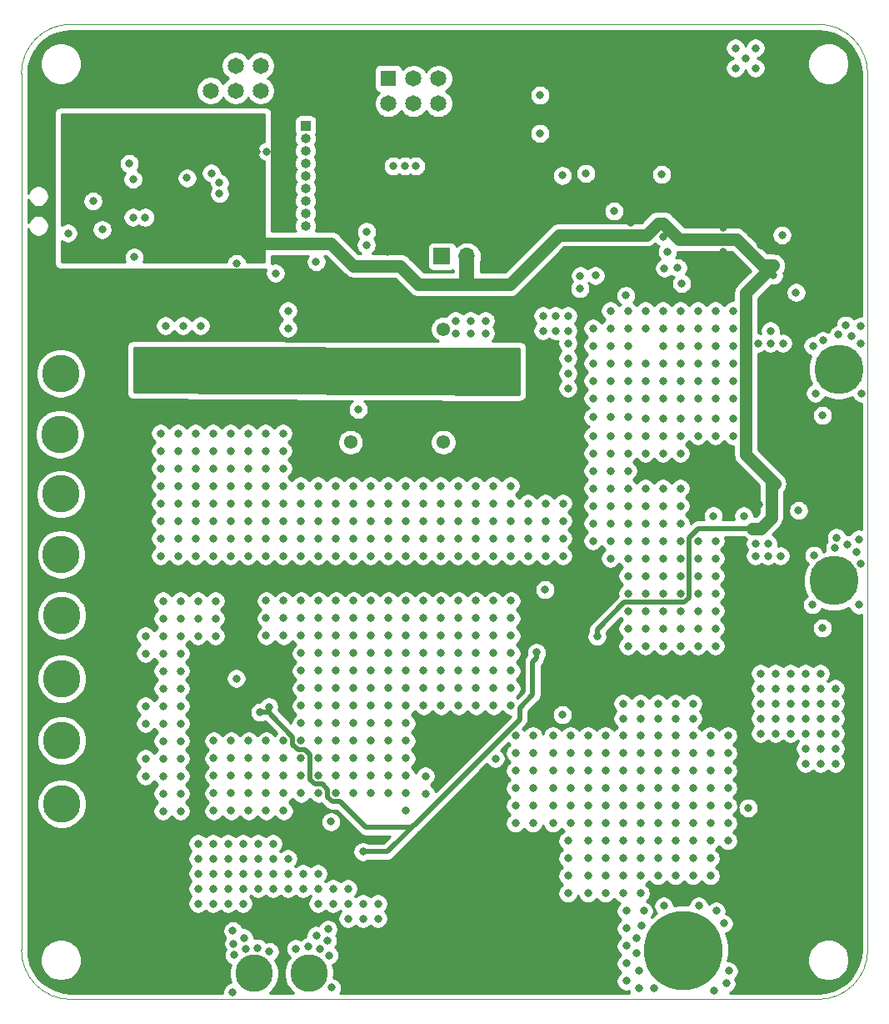
<source format=gbr>
G04 #@! TF.GenerationSoftware,KiCad,Pcbnew,(5.1.2)-2*
G04 #@! TF.CreationDate,2022-02-01T22:26:33+01:00*
G04 #@! TF.ProjectId,PDM,50444d2e-6b69-4636-9164-5f7063625858,rev?*
G04 #@! TF.SameCoordinates,Original*
G04 #@! TF.FileFunction,Copper,L3,Inr*
G04 #@! TF.FilePolarity,Positive*
%FSLAX46Y46*%
G04 Gerber Fmt 4.6, Leading zero omitted, Abs format (unit mm)*
G04 Created by KiCad (PCBNEW (5.1.2)-2) date 2022-02-01 22:26:33*
%MOMM*%
%LPD*%
G04 APERTURE LIST*
%ADD10C,0.050000*%
%ADD11C,1.650000*%
%ADD12R,1.650000X1.650000*%
%ADD13O,1.700000X1.700000*%
%ADD14R,1.700000X1.700000*%
%ADD15C,1.381000*%
%ADD16O,1.000000X1.000000*%
%ADD17R,1.000000X1.000000*%
%ADD18C,0.900000*%
%ADD19C,8.000000*%
%ADD20C,3.800000*%
%ADD21C,0.800000*%
%ADD22C,5.000000*%
%ADD23C,0.500000*%
%ADD24C,1.250000*%
%ADD25C,1.500000*%
%ADD26C,0.254000*%
G04 APERTURE END LIST*
D10*
X74000000Y-80000000D02*
X74000000Y-118000000D01*
X79000000Y-123000000D02*
G75*
G02X74000000Y-118000000I0J5000000D01*
G01*
X160000000Y-118000000D02*
G75*
G02X155000000Y-123000000I-5000000J0D01*
G01*
X155000000Y-24000000D02*
G75*
G02X160000000Y-29000000I0J-5000000D01*
G01*
X74000000Y-29000000D02*
G75*
G02X79000000Y-24000000I5000000J0D01*
G01*
X155000000Y-123000000D02*
X79000000Y-123000000D01*
X160000000Y-29000000D02*
X160000000Y-118000000D01*
X79000000Y-24000000D02*
X155000000Y-24000000D01*
X74000000Y-80000000D02*
X74000000Y-29000000D01*
D11*
X98298000Y-30734000D03*
X98298000Y-28194000D03*
X95758000Y-30734000D03*
X95758000Y-28194000D03*
X93218000Y-30734000D03*
D12*
X93218000Y-28194000D03*
D13*
X121810000Y-47550000D03*
X119270000Y-47550000D03*
D14*
X116730000Y-47550000D03*
D15*
X116870480Y-66435120D03*
X116870480Y-54935120D03*
D16*
X102870000Y-44450000D03*
X102870000Y-43180000D03*
X102870000Y-41910000D03*
X102870000Y-40640000D03*
X102870000Y-39370000D03*
X102870000Y-38100000D03*
X102870000Y-36830000D03*
X102870000Y-35560000D03*
D17*
X102870000Y-34290000D03*
D11*
X116380000Y-32040000D03*
X116380000Y-29500000D03*
X113840000Y-32040000D03*
X113840000Y-29500000D03*
X111300000Y-32040000D03*
D12*
X111300000Y-29500000D03*
D15*
X107431840Y-54941320D03*
X107431840Y-66441320D03*
D18*
X129571320Y-115888680D03*
X127450000Y-115010000D03*
X125328680Y-115888680D03*
X124450000Y-118010000D03*
X125328680Y-120131320D03*
X127450000Y-121010000D03*
X129571320Y-120131320D03*
X130450000Y-118010000D03*
D19*
X127450000Y-118010000D03*
D18*
X139121380Y-120136880D03*
X141242700Y-121015560D03*
X143364020Y-120136880D03*
X144242700Y-118015560D03*
X143364020Y-115894240D03*
X141242700Y-115015560D03*
X139121380Y-115894240D03*
X138242700Y-118015560D03*
D19*
X141242700Y-118015560D03*
D20*
X97625520Y-120367120D03*
X103228760Y-120367120D03*
D21*
X157895825Y-79164175D03*
X156570000Y-78615000D03*
X155244175Y-79164175D03*
X154695000Y-80490000D03*
X155244175Y-81815825D03*
X156570000Y-82365000D03*
X157895825Y-81815825D03*
X158445000Y-80490000D03*
D22*
X156570000Y-80490000D03*
D21*
X158395825Y-57694175D03*
X157070000Y-57145000D03*
X155744175Y-57694175D03*
X155195000Y-59020000D03*
X155744175Y-60345825D03*
X157070000Y-60895000D03*
X158395825Y-60345825D03*
X158945000Y-59020000D03*
D22*
X157070000Y-59020000D03*
D20*
X77978000Y-59436000D03*
X78105200Y-83986760D03*
X78105200Y-90427960D03*
X78105200Y-96716760D03*
X78044240Y-77808760D03*
X77891840Y-65606360D03*
X77993440Y-71691960D03*
X78105200Y-103126760D03*
D21*
X139192000Y-67564000D03*
X140970000Y-67564000D03*
X137414000Y-67564000D03*
X118618000Y-119634000D03*
X120650000Y-119634000D03*
X116586000Y-119634000D03*
X122682000Y-119634000D03*
X118618000Y-117602000D03*
X120650000Y-117602000D03*
X116586000Y-117602000D03*
X122682000Y-117602000D03*
X110998000Y-121666000D03*
X113030000Y-121666000D03*
X108966000Y-121666000D03*
X114808000Y-121666000D03*
X110998000Y-119634000D03*
X113030000Y-119634000D03*
X108966000Y-119634000D03*
X114808000Y-119634000D03*
X118618000Y-114300000D03*
X120650000Y-114300000D03*
X116586000Y-114300000D03*
X122682000Y-114300000D03*
X118618000Y-112268000D03*
X120650000Y-112268000D03*
X116586000Y-112268000D03*
X122682000Y-112268000D03*
X118618000Y-110236000D03*
X120650000Y-110236000D03*
X116586000Y-110236000D03*
X114554000Y-114300000D03*
X114554000Y-112268000D03*
X114554000Y-110236000D03*
X90020000Y-117938000D03*
X90020000Y-116668000D03*
X86360000Y-117978000D03*
X86360000Y-116708000D03*
X134070000Y-35900000D03*
X134060000Y-37510000D03*
X123854000Y-31230000D03*
X85331300Y-43588940D03*
X84952840Y-38130480D03*
X78724760Y-45196760D03*
X150012400Y-106311700D03*
X151320500Y-106311700D03*
X152615900Y-106324400D03*
X146405600Y-93002100D03*
X144526000Y-93014800D03*
X155359100Y-88138000D03*
X156972000Y-86868000D03*
X144386300Y-71259700D03*
X145415000Y-71259700D03*
X153873200Y-106311700D03*
X149753080Y-113406840D03*
X148330000Y-113640000D03*
X85459900Y-47645780D03*
X154836360Y-41214760D03*
X149086360Y-46464760D03*
X145286360Y-44614760D03*
X159136360Y-40864760D03*
X135948420Y-44147740D03*
X146024860Y-38653260D03*
X81280000Y-41943200D03*
X85344000Y-39734860D03*
X120904000Y-95504000D03*
X119634000Y-95504000D03*
X118364000Y-95504000D03*
X117094000Y-95504000D03*
X115824000Y-95504000D03*
X158160000Y-71640000D03*
X158940000Y-72060000D03*
X157083760Y-45944560D03*
X157083760Y-47024060D03*
X157083760Y-48103560D03*
X128016000Y-85229700D03*
X127127000Y-85229700D03*
X92981780Y-92974160D03*
X92407740Y-93964760D03*
X120408000Y-40453360D03*
X122130120Y-42028160D03*
X118604600Y-43740120D03*
X120418160Y-43689320D03*
X122109800Y-43674080D03*
X122089480Y-40468600D03*
X118574120Y-40453360D03*
X120389120Y-42002760D03*
X118599520Y-42023080D03*
X105156000Y-44704000D03*
X105187640Y-50139600D03*
X145286360Y-47114760D03*
X143007080Y-37160200D03*
X99220020Y-89372440D03*
X95849440Y-48298100D03*
X86578440Y-43604180D03*
X98927920Y-36911280D03*
X150300000Y-52400000D03*
X148970000Y-72730000D03*
X111220000Y-47100000D03*
X101346000Y-48514000D03*
X130048000Y-89217500D03*
X132715000Y-94488000D03*
X149352000Y-66548000D03*
X150622000Y-66548000D03*
X152146000Y-66548000D03*
X153670000Y-66548000D03*
X149098000Y-88138000D03*
X150622000Y-88138000D03*
X152146000Y-88138000D03*
X153670000Y-88138000D03*
X90020000Y-119118000D03*
X90020000Y-120388000D03*
X90020000Y-121658000D03*
X86402000Y-119198000D03*
X86402000Y-120468000D03*
X86402000Y-121738000D03*
X155448000Y-86868000D03*
X128080000Y-27360000D03*
X132030000Y-27310000D03*
X134040000Y-32160000D03*
X134040000Y-33730000D03*
X123790000Y-35090000D03*
X136300000Y-33700000D03*
X136300000Y-32600000D03*
X122682000Y-121666000D03*
X120650000Y-121666000D03*
X118618000Y-121666000D03*
X116586000Y-121666000D03*
X112522000Y-110236000D03*
X112522000Y-112268000D03*
X130556000Y-121920000D03*
X131826000Y-120396000D03*
X131826000Y-121666000D03*
X124206000Y-121666000D03*
X130302000Y-113792000D03*
X131572000Y-114808000D03*
X126238000Y-113284000D03*
X123190000Y-115570000D03*
X123952000Y-114554000D03*
X89154000Y-57658000D03*
X89154000Y-60706000D03*
X93726000Y-59182000D03*
X87630000Y-57658000D03*
X87630000Y-59182000D03*
X87630000Y-60706000D03*
X89154000Y-59182000D03*
X90678000Y-60706000D03*
X90678000Y-59182000D03*
X90678000Y-57658000D03*
X92202000Y-57658000D03*
X92202000Y-59182000D03*
X92202000Y-60706000D03*
X93726000Y-60706000D03*
X93726000Y-57658000D03*
X124206000Y-57404000D03*
X124206000Y-58674000D03*
X124206000Y-59944000D03*
X124206000Y-61214000D03*
X122682000Y-57404000D03*
X122682000Y-58674000D03*
X122682000Y-59944000D03*
X122682000Y-61214000D03*
X129540000Y-60960000D03*
X129540000Y-59436000D03*
X129540000Y-57912000D03*
X129540000Y-56388000D03*
X129540000Y-55118000D03*
X128270000Y-55118000D03*
X128270000Y-53594000D03*
X129540000Y-53594000D03*
X127000000Y-55118000D03*
X127000000Y-53594000D03*
X145794000Y-105120000D03*
X145794000Y-101564000D03*
X145794000Y-98008000D03*
X145794000Y-96230000D03*
X145794000Y-99786000D03*
X145794000Y-103342000D03*
X145794000Y-106898000D03*
X129538000Y-112232000D03*
X135126000Y-112232000D03*
X133348000Y-112232000D03*
X136904000Y-112232000D03*
X131570000Y-112232000D03*
X138682000Y-108676000D03*
X140460000Y-108676000D03*
X142238000Y-106898000D03*
X142238000Y-110454000D03*
X142238000Y-108676000D03*
X138682000Y-110454000D03*
X140460000Y-106898000D03*
X140460000Y-110454000D03*
X144016000Y-110454000D03*
X144016000Y-106898000D03*
X144016000Y-108676000D03*
X138682000Y-106898000D03*
X131570000Y-108676000D03*
X133348000Y-108676000D03*
X135126000Y-106898000D03*
X135126000Y-110454000D03*
X135126000Y-108676000D03*
X131570000Y-110454000D03*
X133348000Y-106898000D03*
X133348000Y-110454000D03*
X136904000Y-110454000D03*
X136904000Y-106898000D03*
X136904000Y-108676000D03*
X131570000Y-106898000D03*
X129538000Y-110454000D03*
X129538000Y-106898000D03*
X129538000Y-108676000D03*
X131570000Y-96230000D03*
X131570000Y-98008000D03*
X133348000Y-96230000D03*
X133348000Y-98008000D03*
X131570000Y-99786000D03*
X131570000Y-101564000D03*
X133348000Y-99786000D03*
X133348000Y-101564000D03*
X131570000Y-103342000D03*
X131570000Y-105120000D03*
X133348000Y-103342000D03*
X133348000Y-105120000D03*
X144016000Y-98008000D03*
X144016000Y-101564000D03*
X144016000Y-105120000D03*
X144016000Y-103342000D03*
X144016000Y-99786000D03*
X144016000Y-96230000D03*
X140460000Y-103342000D03*
X142238000Y-98008000D03*
X142238000Y-99786000D03*
X142238000Y-103342000D03*
X142238000Y-96230000D03*
X138682000Y-105120000D03*
X140460000Y-105120000D03*
X142238000Y-101564000D03*
X142238000Y-105120000D03*
X138682000Y-99786000D03*
X138682000Y-101564000D03*
X135126000Y-96230000D03*
X135126000Y-99786000D03*
X135126000Y-101564000D03*
X138682000Y-96230000D03*
X135126000Y-103342000D03*
X140460000Y-98008000D03*
X140460000Y-96230000D03*
X136904000Y-99786000D03*
X140460000Y-99786000D03*
X135126000Y-105120000D03*
X140460000Y-101564000D03*
X136904000Y-96230000D03*
X136904000Y-105120000D03*
X138682000Y-103342000D03*
X135126000Y-98008000D03*
X136904000Y-98008000D03*
X136904000Y-103342000D03*
X136904000Y-101564000D03*
X138682000Y-98008000D03*
X128014000Y-103342000D03*
X128014000Y-105120000D03*
X129792000Y-103342000D03*
X129792000Y-105120000D03*
X128014000Y-99786000D03*
X128014000Y-101564000D03*
X129792000Y-99786000D03*
X129792000Y-101564000D03*
X128014000Y-96230000D03*
X128014000Y-98008000D03*
X129792000Y-96230000D03*
X129792000Y-98008000D03*
X124204000Y-103342000D03*
X124204000Y-105120000D03*
X125982000Y-103342000D03*
X125982000Y-105120000D03*
X124204000Y-99786000D03*
X124204000Y-101564000D03*
X125982000Y-99786000D03*
X125982000Y-101564000D03*
X124204000Y-96230000D03*
X124204000Y-98008000D03*
X125982000Y-96230000D03*
X125982000Y-98008000D03*
X135452000Y-117582000D03*
X135452000Y-119360000D03*
X135452000Y-115804000D03*
X135452000Y-114026000D03*
X137230000Y-114026000D03*
X139262000Y-113518000D03*
X142818000Y-113518000D03*
X144596000Y-114026000D03*
X136976000Y-115550000D03*
X136468000Y-116820000D03*
X136468000Y-118344000D03*
X135452000Y-121138000D03*
X136722000Y-120122000D03*
X136722000Y-121900000D03*
X138246000Y-121900000D03*
X145358000Y-115296000D03*
X144342000Y-122154000D03*
X145866000Y-120122000D03*
X145612000Y-121392000D03*
X138684000Y-94488000D03*
X140462000Y-94488000D03*
X142240000Y-94488000D03*
X138684000Y-92964000D03*
X140462000Y-92964000D03*
X142240000Y-92964000D03*
X136906000Y-92964000D03*
X135128000Y-94488000D03*
X136906000Y-94488000D03*
X135128000Y-92964000D03*
X90818000Y-39595720D03*
X93300000Y-39100000D03*
X82209640Y-44838620D03*
X137414000Y-64008000D03*
X140970000Y-64008000D03*
X139192000Y-64008000D03*
X137414000Y-65786000D03*
X139192000Y-65786000D03*
X140970000Y-65786000D03*
X135636000Y-87122000D03*
X137414000Y-87122000D03*
X139192000Y-87122000D03*
X142748000Y-87122000D03*
X144526000Y-87122000D03*
X140970000Y-87122000D03*
X133858000Y-76454000D03*
X132080000Y-76454000D03*
X144526000Y-65786000D03*
X146304000Y-65786000D03*
X142748000Y-65786000D03*
X144526000Y-64008000D03*
X146304000Y-64008000D03*
X142748000Y-64008000D03*
X133858000Y-65786000D03*
X135636000Y-65786000D03*
X132080000Y-65786000D03*
X140970000Y-81788000D03*
X142748000Y-85344000D03*
X144526000Y-81788000D03*
X142748000Y-81788000D03*
X144526000Y-85344000D03*
X140970000Y-83566000D03*
X142748000Y-83566000D03*
X144526000Y-83566000D03*
X140970000Y-85344000D03*
X135636000Y-81788000D03*
X137414000Y-85344000D03*
X139192000Y-81788000D03*
X137414000Y-81788000D03*
X139192000Y-85344000D03*
X135636000Y-83566000D03*
X137414000Y-83566000D03*
X139192000Y-83566000D03*
X135636000Y-85344000D03*
X140970000Y-76454000D03*
X142748000Y-80010000D03*
X144526000Y-76454000D03*
X142748000Y-76454000D03*
X144526000Y-80010000D03*
X140970000Y-78232000D03*
X142748000Y-78232000D03*
X144526000Y-78232000D03*
X140970000Y-80010000D03*
X135636000Y-76454000D03*
X137414000Y-80010000D03*
X139192000Y-76454000D03*
X137414000Y-76454000D03*
X139192000Y-80010000D03*
X135636000Y-78232000D03*
X137414000Y-78232000D03*
X139192000Y-78232000D03*
X135636000Y-80010000D03*
X137414000Y-71120000D03*
X139192000Y-74676000D03*
X140970000Y-71120000D03*
X139192000Y-71120000D03*
X140970000Y-74676000D03*
X137414000Y-72898000D03*
X139192000Y-72898000D03*
X140970000Y-72898000D03*
X137414000Y-74676000D03*
X132080000Y-71120000D03*
X133858000Y-74676000D03*
X135636000Y-71120000D03*
X133858000Y-71120000D03*
X135636000Y-74676000D03*
X132080000Y-72898000D03*
X133858000Y-72898000D03*
X135636000Y-72898000D03*
X132080000Y-74676000D03*
X133858000Y-69342000D03*
X135636000Y-69342000D03*
X135636000Y-67564000D03*
X132080000Y-69342000D03*
X132080000Y-60198000D03*
X133858000Y-63881000D03*
X135636000Y-60198000D03*
X133858000Y-60198000D03*
X135636000Y-63881000D03*
X132080000Y-61976000D03*
X133858000Y-61976000D03*
X135636000Y-61976000D03*
X132080000Y-63881000D03*
X142748000Y-58420000D03*
X144526000Y-61976000D03*
X146304000Y-58420000D03*
X144526000Y-58420000D03*
X146304000Y-61976000D03*
X142748000Y-60198000D03*
X144526000Y-60198000D03*
X146304000Y-60198000D03*
X142748000Y-61976000D03*
X137414000Y-58420000D03*
X139192000Y-61976000D03*
X140970000Y-58420000D03*
X139192000Y-58420000D03*
X140970000Y-61976000D03*
X137414000Y-60198000D03*
X139192000Y-60198000D03*
X140970000Y-60198000D03*
X137414000Y-61976000D03*
X142748000Y-53086000D03*
X144526000Y-56642000D03*
X146304000Y-53086000D03*
X144526000Y-53086000D03*
X146304000Y-56642000D03*
X142748000Y-54864000D03*
X144526000Y-54864000D03*
X146304000Y-54864000D03*
X142748000Y-56642000D03*
X137414000Y-53086000D03*
X139192000Y-56642000D03*
X140970000Y-53086000D03*
X139192000Y-53086000D03*
X140970000Y-56642000D03*
X137414000Y-54864000D03*
X139192000Y-54864000D03*
X140970000Y-54864000D03*
X156718000Y-92964000D03*
X149098000Y-92964000D03*
X152146000Y-92964000D03*
X150622000Y-92964000D03*
X155194000Y-92964000D03*
X153670000Y-92964000D03*
X156718000Y-91440000D03*
X149098000Y-91440000D03*
X152146000Y-91440000D03*
X150622000Y-91440000D03*
X155194000Y-91440000D03*
X153670000Y-91440000D03*
X149098000Y-89916000D03*
X152146000Y-89916000D03*
X150622000Y-89916000D03*
X155194000Y-89916000D03*
X153670000Y-89916000D03*
X133858000Y-78232000D03*
X156718000Y-94488000D03*
X149098000Y-94488000D03*
X149098000Y-96012000D03*
X150622000Y-96012000D03*
X150622000Y-94488000D03*
X152146000Y-96012000D03*
X152146000Y-94488000D03*
X153670000Y-94488000D03*
X153670000Y-96012000D03*
X153670000Y-97536000D03*
X153670000Y-99060000D03*
X155194000Y-94488000D03*
X155194000Y-96012000D03*
X155194000Y-97536000D03*
X155194000Y-99060000D03*
X156718000Y-99060000D03*
X156718000Y-97536000D03*
X156718000Y-96012000D03*
X133858000Y-53086000D03*
X135636000Y-53086000D03*
X133858000Y-54864000D03*
X135636000Y-54864000D03*
X132080000Y-54864000D03*
X132080000Y-56642000D03*
X133858000Y-56642000D03*
X135636000Y-56642000D03*
X132080000Y-58420000D03*
X133858000Y-58420000D03*
X135636000Y-58420000D03*
X132080000Y-67564000D03*
X133858000Y-67564000D03*
X134220000Y-42960000D03*
X131350000Y-39140000D03*
X126690000Y-31200000D03*
X147845780Y-103568500D03*
X122166380Y-98552000D03*
X154686000Y-61468000D03*
X154432000Y-56642000D03*
X157030000Y-55500000D03*
X159400000Y-61470000D03*
X158360000Y-55610000D03*
X159258000Y-56388000D03*
X159250000Y-54670000D03*
X155440000Y-56110000D03*
X157750000Y-54540000D03*
X159110000Y-76270000D03*
X157900000Y-76840000D03*
X158890000Y-77550000D03*
X159090000Y-82950000D03*
X154520000Y-77900000D03*
X154391360Y-82928460D03*
X156660000Y-77170000D03*
X159258000Y-78740000D03*
X156820000Y-76110000D03*
X93538000Y-103856000D03*
X93538000Y-102078000D03*
X93538000Y-96744000D03*
X93538000Y-100300000D03*
X93538000Y-98522000D03*
X113096000Y-103856000D03*
X123764000Y-93188000D03*
X118430000Y-93188000D03*
X120208000Y-93188000D03*
X121986000Y-93188000D03*
X116652000Y-93188000D03*
X114874000Y-93188000D03*
X123764000Y-86076000D03*
X121986000Y-82520000D03*
X123764000Y-84298000D03*
X123764000Y-82520000D03*
X121986000Y-86076000D03*
X121986000Y-84298000D03*
X123764000Y-89632000D03*
X123764000Y-87854000D03*
X121986000Y-89632000D03*
X121986000Y-91410000D03*
X123764000Y-91410000D03*
X121986000Y-87854000D03*
X120208000Y-91410000D03*
X118430000Y-87854000D03*
X120208000Y-89632000D03*
X120208000Y-87854000D03*
X118430000Y-91410000D03*
X118430000Y-89632000D03*
X113096000Y-100300000D03*
X111318000Y-98522000D03*
X109540000Y-100300000D03*
X113096000Y-102078000D03*
X111318000Y-100300000D03*
X113096000Y-98522000D03*
X111318000Y-102078000D03*
X109540000Y-98522000D03*
X109540000Y-102078000D03*
X113096000Y-96744000D03*
X109540000Y-94966000D03*
X109540000Y-96744000D03*
X111318000Y-93188000D03*
X111318000Y-96744000D03*
X113096000Y-94966000D03*
X111318000Y-94966000D03*
X113096000Y-93188000D03*
X109540000Y-93188000D03*
X95316000Y-102078000D03*
X95316000Y-103856000D03*
X100650000Y-103856000D03*
X98872000Y-102078000D03*
X98872000Y-103856000D03*
X100650000Y-102078000D03*
X97094000Y-102078000D03*
X97094000Y-103856000D03*
X102428000Y-98522000D03*
X102428000Y-100300000D03*
X107762000Y-102078000D03*
X104206000Y-102078000D03*
X107762000Y-100300000D03*
X105984000Y-98522000D03*
X105984000Y-100300000D03*
X102428000Y-102078000D03*
X105984000Y-102078000D03*
X107762000Y-98522000D03*
X104206000Y-98522000D03*
X104206000Y-100300000D03*
X95316000Y-96744000D03*
X95316000Y-98522000D03*
X100650000Y-100300000D03*
X97094000Y-100300000D03*
X100650000Y-98522000D03*
X98872000Y-96744000D03*
X98872000Y-98522000D03*
X95316000Y-100300000D03*
X98872000Y-100300000D03*
X100650000Y-96744000D03*
X97094000Y-96744000D03*
X97094000Y-98522000D03*
X102428000Y-93188000D03*
X102428000Y-94966000D03*
X107762000Y-96744000D03*
X104206000Y-96744000D03*
X107762000Y-94966000D03*
X105984000Y-93188000D03*
X105984000Y-94966000D03*
X102428000Y-96744000D03*
X105984000Y-96744000D03*
X107762000Y-93188000D03*
X104206000Y-93188000D03*
X104206000Y-94966000D03*
X114874000Y-82520000D03*
X114874000Y-84298000D03*
X120208000Y-86076000D03*
X116652000Y-86076000D03*
X120208000Y-84298000D03*
X118430000Y-82520000D03*
X118430000Y-84298000D03*
X114874000Y-86076000D03*
X118430000Y-86076000D03*
X120208000Y-82520000D03*
X116652000Y-82520000D03*
X116652000Y-84298000D03*
X104206000Y-91410000D03*
X107762000Y-89632000D03*
X107762000Y-87854000D03*
X104206000Y-87854000D03*
X105984000Y-87854000D03*
X102428000Y-91410000D03*
X109540000Y-89632000D03*
X102428000Y-87854000D03*
X111318000Y-89632000D03*
X107762000Y-91410000D03*
X111318000Y-87854000D03*
X104206000Y-89632000D03*
X102428000Y-89632000D03*
X105984000Y-91410000D03*
X105984000Y-89632000D03*
X109540000Y-87854000D03*
X114874000Y-87854000D03*
X113096000Y-91410000D03*
X114874000Y-91410000D03*
X116652000Y-91410000D03*
X111318000Y-91410000D03*
X113096000Y-87854000D03*
X113096000Y-89632000D03*
X116652000Y-89632000D03*
X116652000Y-87854000D03*
X109540000Y-91410000D03*
X114874000Y-89632000D03*
X100650000Y-86076000D03*
X104206000Y-84298000D03*
X104206000Y-82520000D03*
X100650000Y-82520000D03*
X102428000Y-82520000D03*
X98872000Y-86076000D03*
X105984000Y-84298000D03*
X98872000Y-82520000D03*
X107762000Y-84298000D03*
X104206000Y-86076000D03*
X107762000Y-82520000D03*
X100650000Y-84298000D03*
X98872000Y-84298000D03*
X102428000Y-86076000D03*
X102428000Y-84298000D03*
X105984000Y-82520000D03*
X111318000Y-82520000D03*
X109540000Y-86076000D03*
X111318000Y-86076000D03*
X113096000Y-86076000D03*
X107762000Y-86076000D03*
X109540000Y-82520000D03*
X109540000Y-84298000D03*
X113096000Y-84298000D03*
X113096000Y-82520000D03*
X105984000Y-86076000D03*
X111318000Y-84298000D03*
X115062000Y-102108000D03*
X115062000Y-100330000D03*
X109063680Y-45044360D03*
X127254000Y-72644000D03*
X125476000Y-72644000D03*
X125476000Y-74422000D03*
X129032000Y-76200000D03*
X125476000Y-76200000D03*
X127254000Y-76200000D03*
X127254000Y-74422000D03*
X129032000Y-74422000D03*
X129032000Y-72644000D03*
X127254000Y-77978000D03*
X125476000Y-77978000D03*
X129032000Y-77978000D03*
X104140000Y-77978000D03*
X105918000Y-77978000D03*
X113030000Y-77978000D03*
X107696000Y-77978000D03*
X118364000Y-77978000D03*
X109474000Y-77978000D03*
X114808000Y-77978000D03*
X111252000Y-77978000D03*
X116586000Y-77978000D03*
X123698000Y-77978000D03*
X120142000Y-77978000D03*
X121920000Y-77978000D03*
X97028000Y-77978000D03*
X89916000Y-77978000D03*
X88138000Y-77978000D03*
X91694000Y-77978000D03*
X93472000Y-77978000D03*
X95250000Y-77978000D03*
X100584000Y-77978000D03*
X102362000Y-77978000D03*
X98806000Y-77978000D03*
X121920000Y-72644000D03*
X120142000Y-72644000D03*
X120142000Y-70866000D03*
X123698000Y-72644000D03*
X123698000Y-70866000D03*
X121920000Y-70866000D03*
X120142000Y-74422000D03*
X123698000Y-76200000D03*
X120142000Y-76200000D03*
X121920000Y-76200000D03*
X121920000Y-74422000D03*
X123698000Y-74422000D03*
X116586000Y-72644000D03*
X114808000Y-72644000D03*
X114808000Y-70866000D03*
X118364000Y-72644000D03*
X118364000Y-70866000D03*
X116586000Y-70866000D03*
X114808000Y-74422000D03*
X118364000Y-76200000D03*
X114808000Y-76200000D03*
X116586000Y-76200000D03*
X116586000Y-74422000D03*
X118364000Y-74422000D03*
X111252000Y-72644000D03*
X109474000Y-72644000D03*
X109474000Y-70866000D03*
X113030000Y-72644000D03*
X113030000Y-70866000D03*
X111252000Y-70866000D03*
X109474000Y-74422000D03*
X113030000Y-76200000D03*
X109474000Y-76200000D03*
X111252000Y-76200000D03*
X111252000Y-74422000D03*
X113030000Y-74422000D03*
X105918000Y-72644000D03*
X104140000Y-72644000D03*
X104140000Y-70866000D03*
X107696000Y-72644000D03*
X107696000Y-70866000D03*
X105918000Y-70866000D03*
X104140000Y-74422000D03*
X107696000Y-76200000D03*
X104140000Y-76200000D03*
X105918000Y-76200000D03*
X105918000Y-74422000D03*
X107696000Y-74422000D03*
X100584000Y-72644000D03*
X98806000Y-72644000D03*
X98806000Y-70866000D03*
X102362000Y-72644000D03*
X102362000Y-70866000D03*
X100584000Y-70866000D03*
X98806000Y-74422000D03*
X102362000Y-76200000D03*
X98806000Y-76200000D03*
X100584000Y-76200000D03*
X100584000Y-74422000D03*
X102362000Y-74422000D03*
X100584000Y-65532000D03*
X98806000Y-65532000D03*
X98806000Y-67310000D03*
X98806000Y-69088000D03*
X100584000Y-69088000D03*
X100584000Y-67310000D03*
X95250000Y-72644000D03*
X93472000Y-72644000D03*
X93472000Y-70866000D03*
X97028000Y-72644000D03*
X97028000Y-70866000D03*
X95250000Y-70866000D03*
X93472000Y-74422000D03*
X97028000Y-76200000D03*
X93472000Y-76200000D03*
X95250000Y-76200000D03*
X95250000Y-74422000D03*
X97028000Y-74422000D03*
X89916000Y-72644000D03*
X88138000Y-72644000D03*
X88138000Y-70866000D03*
X91694000Y-72644000D03*
X91694000Y-70866000D03*
X89916000Y-70866000D03*
X88138000Y-74422000D03*
X91694000Y-76200000D03*
X88138000Y-76200000D03*
X89916000Y-76200000D03*
X89916000Y-74422000D03*
X91694000Y-74422000D03*
X95250000Y-65532000D03*
X93472000Y-65532000D03*
X97028000Y-65532000D03*
X93472000Y-67310000D03*
X97028000Y-69088000D03*
X93472000Y-69088000D03*
X95250000Y-69088000D03*
X95250000Y-67310000D03*
X97028000Y-67310000D03*
X89916000Y-69088000D03*
X88138000Y-69088000D03*
X88138000Y-67310000D03*
X91694000Y-69088000D03*
X91694000Y-67310000D03*
X89916000Y-67310000D03*
X89916000Y-65532000D03*
X88138000Y-65532000D03*
X91694000Y-65532000D03*
X93726000Y-86106000D03*
X91948000Y-86106000D03*
X93726000Y-84328000D03*
X93726000Y-82550000D03*
X91948000Y-84328000D03*
X91948000Y-82550000D03*
X90170000Y-86106000D03*
X88392000Y-86106000D03*
X90170000Y-84328000D03*
X90170000Y-82550000D03*
X88392000Y-84328000D03*
X88392000Y-82550000D03*
X90170000Y-91440000D03*
X88392000Y-91440000D03*
X90170000Y-89662000D03*
X90170000Y-87884000D03*
X88392000Y-89662000D03*
X88392000Y-87884000D03*
X90170000Y-96774000D03*
X88392000Y-96774000D03*
X90170000Y-94996000D03*
X90170000Y-93218000D03*
X88392000Y-94996000D03*
X88392000Y-93218000D03*
X90170000Y-102108000D03*
X88392000Y-102108000D03*
X90170000Y-100330000D03*
X90170000Y-98552000D03*
X88392000Y-100330000D03*
X88392000Y-98552000D03*
X90170000Y-103886000D03*
X88392000Y-103886000D03*
X86614000Y-98552000D03*
X86614000Y-100330000D03*
X86614000Y-94996000D03*
X86614000Y-93218000D03*
X86614000Y-87884000D03*
X86614000Y-86106000D03*
X93472000Y-110236000D03*
X93472000Y-111760000D03*
X94996000Y-111760000D03*
X94996000Y-110236000D03*
X96520000Y-110236000D03*
X96520000Y-111760000D03*
X96520000Y-113284000D03*
X98044000Y-111760000D03*
X98044000Y-110236000D03*
X99568000Y-110236000D03*
X99568000Y-111760000D03*
X101092000Y-111760000D03*
X101092000Y-110236000D03*
X102616000Y-110236000D03*
X102616000Y-111760000D03*
X104140000Y-113284000D03*
X94996000Y-113284000D03*
X93472000Y-113284000D03*
X91948000Y-113284000D03*
X91948000Y-111760000D03*
X91948000Y-110236000D03*
X91948000Y-108712000D03*
X93472000Y-108712000D03*
X94996000Y-108712000D03*
X96520000Y-108712000D03*
X98044000Y-108712000D03*
X99568000Y-108712000D03*
X101092000Y-108712000D03*
X99568000Y-107188000D03*
X98044000Y-107188000D03*
X96520000Y-107188000D03*
X94996000Y-107188000D03*
X93472000Y-107188000D03*
X91948000Y-107188000D03*
X104140000Y-110236000D03*
X104140000Y-111760000D03*
X105664000Y-113284000D03*
X105664000Y-111760000D03*
X107188000Y-113284000D03*
X107188000Y-111760000D03*
X108712000Y-113284000D03*
X107188000Y-114808000D03*
X108712000Y-114808000D03*
X110236000Y-113284000D03*
X110236000Y-114808000D03*
X150114000Y-56388000D03*
X148844000Y-56388000D03*
X151384000Y-56388000D03*
X150114000Y-55118000D03*
X151130000Y-77978000D03*
X149860000Y-77978000D03*
X149860000Y-76708000D03*
X148590000Y-76708000D03*
X148590000Y-77978000D03*
X109048440Y-46400720D03*
X94127320Y-40111680D03*
X94132400Y-41193720D03*
X103953200Y-48097440D03*
X118110000Y-54102000D03*
X118110000Y-55372000D03*
X119634000Y-54102000D03*
X121158000Y-54102000D03*
X121158000Y-55372000D03*
X119634000Y-55372000D03*
X139059920Y-39235380D03*
X130738880Y-50835560D03*
X130789680Y-49514760D03*
X132334000Y-49499520D03*
X111770000Y-38390000D03*
X112970000Y-38390000D03*
X114070000Y-38390000D03*
X126330000Y-87770000D03*
X99146360Y-93286580D03*
X98254820Y-93853000D03*
X83050380Y-47531020D03*
X87168000Y-37745720D03*
X89380000Y-34450000D03*
X150401040Y-71138000D03*
X150385800Y-70137240D03*
X150428960Y-48474400D03*
X150434040Y-49485320D03*
X132491480Y-86151720D03*
X97777300Y-47320200D03*
X97909380Y-36916360D03*
X139336360Y-48764760D03*
X140686360Y-48714760D03*
X139236360Y-45614760D03*
X139236360Y-44214760D03*
X139650000Y-47100000D03*
X140850000Y-45830000D03*
X83050380Y-45961300D03*
X78732380Y-40662860D03*
X108710000Y-108000000D03*
X87200000Y-34930000D03*
X146558000Y-26416000D03*
X148590000Y-26416000D03*
X147574000Y-27432000D03*
X148590000Y-28448000D03*
X146558000Y-28448000D03*
X151286360Y-45385840D03*
X127200000Y-81400000D03*
X92202000Y-54610000D03*
X99822000Y-49276000D03*
X128968500Y-94107000D03*
X108213440Y-63083440D03*
X101092000Y-53086000D03*
X152707340Y-51225220D03*
X141100000Y-50300000D03*
X135420000Y-51530000D03*
X105443540Y-104960220D03*
X90424000Y-54610000D03*
X95828270Y-90417230D03*
X88646000Y-54610000D03*
X126670000Y-35060000D03*
X155400000Y-85300000D03*
X128960000Y-39340000D03*
X155400000Y-63700000D03*
X144300000Y-73900000D03*
X101092000Y-54864000D03*
X152961340Y-73353040D03*
X147400000Y-73900000D03*
X101860000Y-117850000D03*
X103120000Y-117650000D03*
X104350000Y-117910000D03*
X105260000Y-118520000D03*
X103960000Y-116500000D03*
X105090000Y-117040000D03*
X105160000Y-115890000D03*
X105500000Y-121810000D03*
X99200000Y-118150000D03*
X98000000Y-117780000D03*
X96780000Y-117880000D03*
X95620000Y-118500000D03*
X95480000Y-116040000D03*
X95560000Y-117340000D03*
X96590000Y-116740000D03*
X95480000Y-122260000D03*
D23*
X99146360Y-93286580D02*
X99146360Y-93852265D01*
X99145625Y-93853000D02*
X98254820Y-93853000D01*
X99146360Y-93852265D02*
X99145625Y-93853000D01*
X132491480Y-85586035D02*
X132491480Y-86151720D01*
X132491480Y-85452518D02*
X132491480Y-85586035D01*
X149098000Y-75184000D02*
X142759998Y-75184000D01*
X142759998Y-75184000D02*
X141820001Y-76123997D01*
X141820001Y-76123997D02*
X141820001Y-82196001D01*
X141820001Y-82196001D02*
X141346002Y-82670000D01*
X141346002Y-82670000D02*
X135273998Y-82670000D01*
X135273998Y-82670000D02*
X132491480Y-85452518D01*
D24*
X149863275Y-48474400D02*
X150428960Y-48474400D01*
X149282998Y-48474400D02*
X149863275Y-48474400D01*
X146648359Y-45839761D02*
X149282998Y-48474400D01*
X140861361Y-45839761D02*
X146648359Y-45839761D01*
X139236360Y-44214760D02*
X140861361Y-45839761D01*
X150145801Y-70227241D02*
X150545800Y-70627240D01*
X147618999Y-51284361D02*
X147618999Y-67700439D01*
X150428960Y-48474400D02*
X147618999Y-51284361D01*
X150195001Y-74086999D02*
X149098000Y-75184000D01*
X150195001Y-70276441D02*
X150195001Y-74086999D01*
X148614280Y-68695720D02*
X150195001Y-70276441D01*
X148614280Y-68695720D02*
X150145801Y-70227241D01*
X147618999Y-67700439D02*
X148614280Y-68695720D01*
X149098000Y-75184000D02*
X148300998Y-75184000D01*
D23*
X126330000Y-88335685D02*
X126330000Y-87770000D01*
X124614001Y-94561997D02*
X124614001Y-93393497D01*
X124614001Y-93393497D02*
X125940000Y-92067498D01*
X125940000Y-92067498D02*
X125940000Y-88725685D01*
X125940000Y-88725685D02*
X126330000Y-88335685D01*
X101577999Y-96335999D02*
X99457402Y-94215402D01*
X101577999Y-97152001D02*
X101577999Y-96335999D01*
X102836001Y-97671999D02*
X102097997Y-97671999D01*
X103355999Y-98191997D02*
X102836001Y-97671999D01*
X103355999Y-100708001D02*
X103355999Y-98191997D01*
X99457402Y-94163307D02*
X99146360Y-93852265D01*
X103797998Y-101150000D02*
X103355999Y-100708001D01*
X104614000Y-101150000D02*
X103797998Y-101150000D01*
X99457402Y-94215402D02*
X99457402Y-94163307D01*
X106392001Y-102928001D02*
X105575999Y-102928001D01*
X105575999Y-102928001D02*
X105133999Y-102486001D01*
X102097997Y-97671999D02*
X101577999Y-97152001D01*
X105133999Y-102486001D02*
X105133999Y-101669999D01*
X105133999Y-101669999D02*
X104614000Y-101150000D01*
X109021999Y-105557999D02*
X108572000Y-105108000D01*
X113617999Y-105557999D02*
X109021999Y-105557999D01*
X108821999Y-105357999D02*
X108572000Y-105108000D01*
X108572000Y-105108000D02*
X106392001Y-102928001D01*
X111175998Y-108000000D02*
X114712999Y-104462999D01*
X108710000Y-108000000D02*
X111175998Y-108000000D01*
X113617999Y-105557999D02*
X114712999Y-104462999D01*
X114712999Y-104462999D02*
X124614001Y-94561997D01*
D24*
X137512694Y-45372741D02*
X138670675Y-44214760D01*
X128659739Y-45372741D02*
X137512694Y-45372741D01*
X105445002Y-46228000D02*
X107731002Y-48514000D01*
X98044000Y-46228000D02*
X105445002Y-46228000D01*
X107731002Y-48514000D02*
X112464000Y-48514000D01*
X138670675Y-44214760D02*
X139236360Y-44214760D01*
X112464000Y-48514000D02*
X114360000Y-50410000D01*
X123622480Y-50410000D02*
X128659739Y-45372741D01*
X119270000Y-50220000D02*
X119460000Y-50410000D01*
D25*
X119270000Y-47550000D02*
X119270000Y-50220000D01*
D24*
X114360000Y-50410000D02*
X119460000Y-50410000D01*
X119460000Y-50410000D02*
X123622480Y-50410000D01*
D26*
G36*
X124557702Y-56916125D02*
G01*
X124601040Y-61543603D01*
X85473473Y-61361908D01*
X85471068Y-56855557D01*
X124557702Y-56916125D01*
X124557702Y-56916125D01*
G37*
X124557702Y-56916125D02*
X124601040Y-61543603D01*
X85473473Y-61361908D01*
X85471068Y-56855557D01*
X124557702Y-56916125D01*
G36*
X155768083Y-24731173D02*
G01*
X156511891Y-24934656D01*
X157207905Y-25266638D01*
X157834130Y-25716626D01*
X158370777Y-26270403D01*
X158800871Y-26910451D01*
X159110829Y-27616553D01*
X159292065Y-28371457D01*
X159340000Y-29024207D01*
X159340000Y-53635000D01*
X159148061Y-53635000D01*
X158948102Y-53674774D01*
X158759744Y-53752795D01*
X158590226Y-53866063D01*
X158562799Y-53893490D01*
X158553937Y-53880226D01*
X158409774Y-53736063D01*
X158240256Y-53622795D01*
X158051898Y-53544774D01*
X157851939Y-53505000D01*
X157648061Y-53505000D01*
X157448102Y-53544774D01*
X157259744Y-53622795D01*
X157090226Y-53736063D01*
X156946063Y-53880226D01*
X156832795Y-54049744D01*
X156754774Y-54238102D01*
X156715000Y-54438061D01*
X156715000Y-54510201D01*
X156539744Y-54582795D01*
X156370226Y-54696063D01*
X156226063Y-54840226D01*
X156112795Y-55009744D01*
X156034774Y-55198102D01*
X156023444Y-55255061D01*
X155930256Y-55192795D01*
X155741898Y-55114774D01*
X155541939Y-55075000D01*
X155338061Y-55075000D01*
X155138102Y-55114774D01*
X154949744Y-55192795D01*
X154780226Y-55306063D01*
X154636063Y-55450226D01*
X154531310Y-55607000D01*
X154330061Y-55607000D01*
X154130102Y-55646774D01*
X153941744Y-55724795D01*
X153772226Y-55838063D01*
X153628063Y-55982226D01*
X153514795Y-56151744D01*
X153436774Y-56340102D01*
X153397000Y-56540061D01*
X153397000Y-56743939D01*
X153436774Y-56943898D01*
X153514795Y-57132256D01*
X153628063Y-57301774D01*
X153772226Y-57445937D01*
X153941744Y-57559205D01*
X154130102Y-57637226D01*
X154240378Y-57659161D01*
X154055476Y-58105554D01*
X153935000Y-58711229D01*
X153935000Y-59328771D01*
X154055476Y-59934446D01*
X154291799Y-60504979D01*
X154294954Y-60509701D01*
X154195744Y-60550795D01*
X154026226Y-60664063D01*
X153882063Y-60808226D01*
X153768795Y-60977744D01*
X153690774Y-61166102D01*
X153651000Y-61366061D01*
X153651000Y-61569939D01*
X153690774Y-61769898D01*
X153768795Y-61958256D01*
X153882063Y-62127774D01*
X154026226Y-62271937D01*
X154195744Y-62385205D01*
X154384102Y-62463226D01*
X154584061Y-62503000D01*
X154787939Y-62503000D01*
X154987898Y-62463226D01*
X155176256Y-62385205D01*
X155345774Y-62271937D01*
X155489937Y-62127774D01*
X155603205Y-61958256D01*
X155657130Y-61828070D01*
X156155554Y-62034524D01*
X156761229Y-62155000D01*
X157378771Y-62155000D01*
X157984446Y-62034524D01*
X158436071Y-61847455D01*
X158482795Y-61960256D01*
X158596063Y-62129774D01*
X158740226Y-62273937D01*
X158909744Y-62387205D01*
X159098102Y-62465226D01*
X159298061Y-62505000D01*
X159340000Y-62505000D01*
X159340001Y-75260473D01*
X159211939Y-75235000D01*
X159008061Y-75235000D01*
X158808102Y-75274774D01*
X158619744Y-75352795D01*
X158450226Y-75466063D01*
X158306063Y-75610226D01*
X158192795Y-75779744D01*
X158168602Y-75838151D01*
X158001939Y-75805000D01*
X157813941Y-75805000D01*
X157737205Y-75619744D01*
X157623937Y-75450226D01*
X157479774Y-75306063D01*
X157310256Y-75192795D01*
X157121898Y-75114774D01*
X156921939Y-75075000D01*
X156718061Y-75075000D01*
X156518102Y-75114774D01*
X156329744Y-75192795D01*
X156160226Y-75306063D01*
X156016063Y-75450226D01*
X155902795Y-75619744D01*
X155824774Y-75808102D01*
X155785000Y-76008061D01*
X155785000Y-76211939D01*
X155824774Y-76411898D01*
X155862738Y-76503551D01*
X155856063Y-76510226D01*
X155742795Y-76679744D01*
X155664774Y-76868102D01*
X155625000Y-77068061D01*
X155625000Y-77271939D01*
X155664774Y-77471898D01*
X155665441Y-77473509D01*
X155655554Y-77475476D01*
X155492422Y-77543048D01*
X155437205Y-77409744D01*
X155323937Y-77240226D01*
X155179774Y-77096063D01*
X155010256Y-76982795D01*
X154821898Y-76904774D01*
X154621939Y-76865000D01*
X154418061Y-76865000D01*
X154218102Y-76904774D01*
X154029744Y-76982795D01*
X153860226Y-77096063D01*
X153716063Y-77240226D01*
X153602795Y-77409744D01*
X153524774Y-77598102D01*
X153485000Y-77798061D01*
X153485000Y-78001939D01*
X153524774Y-78201898D01*
X153602795Y-78390256D01*
X153716063Y-78559774D01*
X153860226Y-78703937D01*
X153952002Y-78765260D01*
X153791799Y-79005021D01*
X153555476Y-79575554D01*
X153435000Y-80181229D01*
X153435000Y-80798771D01*
X153555476Y-81404446D01*
X153791799Y-81974979D01*
X153842294Y-82050550D01*
X153731586Y-82124523D01*
X153587423Y-82268686D01*
X153474155Y-82438204D01*
X153396134Y-82626562D01*
X153356360Y-82826521D01*
X153356360Y-83030399D01*
X153396134Y-83230358D01*
X153474155Y-83418716D01*
X153587423Y-83588234D01*
X153731586Y-83732397D01*
X153901104Y-83845665D01*
X154089462Y-83923686D01*
X154289421Y-83963460D01*
X154493299Y-83963460D01*
X154693258Y-83923686D01*
X154881616Y-83845665D01*
X155051134Y-83732397D01*
X155195297Y-83588234D01*
X155308565Y-83418716D01*
X155329043Y-83369278D01*
X155655554Y-83504524D01*
X156261229Y-83625000D01*
X156878771Y-83625000D01*
X157484446Y-83504524D01*
X158054979Y-83268201D01*
X158092968Y-83242818D01*
X158094774Y-83251898D01*
X158172795Y-83440256D01*
X158286063Y-83609774D01*
X158430226Y-83753937D01*
X158599744Y-83867205D01*
X158788102Y-83945226D01*
X158988061Y-83985000D01*
X159191939Y-83985000D01*
X159340001Y-83955549D01*
X159340001Y-117970597D01*
X159268827Y-118768083D01*
X159065344Y-119511890D01*
X158733363Y-120207904D01*
X158283374Y-120834130D01*
X157729597Y-121370777D01*
X157089549Y-121800871D01*
X156383447Y-122110829D01*
X155628543Y-122292065D01*
X154975793Y-122340000D01*
X146027911Y-122340000D01*
X146102256Y-122309205D01*
X146271774Y-122195937D01*
X146415937Y-122051774D01*
X146529205Y-121882256D01*
X146607226Y-121693898D01*
X146647000Y-121493939D01*
X146647000Y-121290061D01*
X146607226Y-121090102D01*
X146535286Y-120916425D01*
X146669937Y-120781774D01*
X146783205Y-120612256D01*
X146861226Y-120423898D01*
X146901000Y-120223939D01*
X146901000Y-120020061D01*
X146861226Y-119820102D01*
X146783205Y-119631744D01*
X146669937Y-119462226D01*
X146525774Y-119318063D01*
X146356256Y-119204795D01*
X146167898Y-119126774D01*
X145967939Y-119087000D01*
X145764061Y-119087000D01*
X145755025Y-119088797D01*
X145814514Y-118789721D01*
X153865000Y-118789721D01*
X153865000Y-119210279D01*
X153947047Y-119622756D01*
X154107988Y-120011302D01*
X154341637Y-120360983D01*
X154639017Y-120658363D01*
X154988698Y-120892012D01*
X155377244Y-121052953D01*
X155789721Y-121135000D01*
X156210279Y-121135000D01*
X156622756Y-121052953D01*
X157011302Y-120892012D01*
X157360983Y-120658363D01*
X157658363Y-120360983D01*
X157892012Y-120011302D01*
X158052953Y-119622756D01*
X158135000Y-119210279D01*
X158135000Y-118789721D01*
X158052953Y-118377244D01*
X157892012Y-117988698D01*
X157658363Y-117639017D01*
X157360983Y-117341637D01*
X157011302Y-117107988D01*
X156622756Y-116947047D01*
X156210279Y-116865000D01*
X155789721Y-116865000D01*
X155377244Y-116947047D01*
X154988698Y-117107988D01*
X154639017Y-117341637D01*
X154341637Y-117639017D01*
X154107988Y-117988698D01*
X153947047Y-118377244D01*
X153865000Y-118789721D01*
X145814514Y-118789721D01*
X145877700Y-118472068D01*
X145877700Y-117559052D01*
X145699580Y-116663580D01*
X145554066Y-116312277D01*
X145659898Y-116291226D01*
X145848256Y-116213205D01*
X146017774Y-116099937D01*
X146161937Y-115955774D01*
X146275205Y-115786256D01*
X146353226Y-115597898D01*
X146393000Y-115397939D01*
X146393000Y-115194061D01*
X146353226Y-114994102D01*
X146275205Y-114805744D01*
X146161937Y-114636226D01*
X146017774Y-114492063D01*
X145848256Y-114378795D01*
X145659898Y-114300774D01*
X145599030Y-114288667D01*
X145631000Y-114127939D01*
X145631000Y-113924061D01*
X145591226Y-113724102D01*
X145513205Y-113535744D01*
X145399937Y-113366226D01*
X145255774Y-113222063D01*
X145086256Y-113108795D01*
X144897898Y-113030774D01*
X144697939Y-112991000D01*
X144494061Y-112991000D01*
X144294102Y-113030774D01*
X144105744Y-113108795D01*
X143936226Y-113222063D01*
X143834622Y-113323667D01*
X143813226Y-113216102D01*
X143735205Y-113027744D01*
X143621937Y-112858226D01*
X143477774Y-112714063D01*
X143308256Y-112600795D01*
X143119898Y-112522774D01*
X142919939Y-112483000D01*
X142716061Y-112483000D01*
X142516102Y-112522774D01*
X142327744Y-112600795D01*
X142158226Y-112714063D01*
X142014063Y-112858226D01*
X141900795Y-113027744D01*
X141822774Y-113216102D01*
X141786604Y-113397944D01*
X141699208Y-113380560D01*
X140786192Y-113380560D01*
X140297000Y-113477866D01*
X140297000Y-113416061D01*
X140257226Y-113216102D01*
X140179205Y-113027744D01*
X140065937Y-112858226D01*
X139921774Y-112714063D01*
X139752256Y-112600795D01*
X139563898Y-112522774D01*
X139363939Y-112483000D01*
X139160061Y-112483000D01*
X138960102Y-112522774D01*
X138771744Y-112600795D01*
X138602226Y-112714063D01*
X138458063Y-112858226D01*
X138344795Y-113027744D01*
X138266774Y-113216102D01*
X138227000Y-113416061D01*
X138227000Y-113619939D01*
X138266774Y-113819898D01*
X138344795Y-114008256D01*
X138458063Y-114177774D01*
X138532368Y-114252079D01*
X138288060Y-114415320D01*
X138066822Y-114636558D01*
X138147205Y-114516256D01*
X138225226Y-114327898D01*
X138265000Y-114127939D01*
X138265000Y-113924061D01*
X138225226Y-113724102D01*
X138147205Y-113535744D01*
X138033937Y-113366226D01*
X137889774Y-113222063D01*
X137720256Y-113108795D01*
X137556345Y-113040901D01*
X137563774Y-113035937D01*
X137707937Y-112891774D01*
X137821205Y-112722256D01*
X137899226Y-112533898D01*
X137939000Y-112333939D01*
X137939000Y-112130061D01*
X137899226Y-111930102D01*
X137821205Y-111741744D01*
X137707937Y-111572226D01*
X137563774Y-111428063D01*
X137436468Y-111343000D01*
X137563774Y-111257937D01*
X137707937Y-111113774D01*
X137793000Y-110986468D01*
X137878063Y-111113774D01*
X138022226Y-111257937D01*
X138191744Y-111371205D01*
X138380102Y-111449226D01*
X138580061Y-111489000D01*
X138783939Y-111489000D01*
X138983898Y-111449226D01*
X139172256Y-111371205D01*
X139341774Y-111257937D01*
X139485937Y-111113774D01*
X139571000Y-110986468D01*
X139656063Y-111113774D01*
X139800226Y-111257937D01*
X139969744Y-111371205D01*
X140158102Y-111449226D01*
X140358061Y-111489000D01*
X140561939Y-111489000D01*
X140761898Y-111449226D01*
X140950256Y-111371205D01*
X141119774Y-111257937D01*
X141263937Y-111113774D01*
X141349000Y-110986468D01*
X141434063Y-111113774D01*
X141578226Y-111257937D01*
X141747744Y-111371205D01*
X141936102Y-111449226D01*
X142136061Y-111489000D01*
X142339939Y-111489000D01*
X142539898Y-111449226D01*
X142728256Y-111371205D01*
X142897774Y-111257937D01*
X143041937Y-111113774D01*
X143127000Y-110986468D01*
X143212063Y-111113774D01*
X143356226Y-111257937D01*
X143525744Y-111371205D01*
X143714102Y-111449226D01*
X143914061Y-111489000D01*
X144117939Y-111489000D01*
X144317898Y-111449226D01*
X144506256Y-111371205D01*
X144675774Y-111257937D01*
X144819937Y-111113774D01*
X144933205Y-110944256D01*
X145011226Y-110755898D01*
X145051000Y-110555939D01*
X145051000Y-110352061D01*
X145011226Y-110152102D01*
X144933205Y-109963744D01*
X144819937Y-109794226D01*
X144675774Y-109650063D01*
X144548468Y-109565000D01*
X144675774Y-109479937D01*
X144819937Y-109335774D01*
X144933205Y-109166256D01*
X145011226Y-108977898D01*
X145051000Y-108777939D01*
X145051000Y-108574061D01*
X145011226Y-108374102D01*
X144933205Y-108185744D01*
X144819937Y-108016226D01*
X144675774Y-107872063D01*
X144548468Y-107787000D01*
X144675774Y-107701937D01*
X144819937Y-107557774D01*
X144905000Y-107430468D01*
X144990063Y-107557774D01*
X145134226Y-107701937D01*
X145303744Y-107815205D01*
X145492102Y-107893226D01*
X145692061Y-107933000D01*
X145895939Y-107933000D01*
X146095898Y-107893226D01*
X146284256Y-107815205D01*
X146453774Y-107701937D01*
X146597937Y-107557774D01*
X146711205Y-107388256D01*
X146789226Y-107199898D01*
X146829000Y-106999939D01*
X146829000Y-106796061D01*
X146789226Y-106596102D01*
X146711205Y-106407744D01*
X146597937Y-106238226D01*
X146453774Y-106094063D01*
X146326468Y-106009000D01*
X146453774Y-105923937D01*
X146597937Y-105779774D01*
X146711205Y-105610256D01*
X146789226Y-105421898D01*
X146829000Y-105221939D01*
X146829000Y-105018061D01*
X146789226Y-104818102D01*
X146711205Y-104629744D01*
X146597937Y-104460226D01*
X146453774Y-104316063D01*
X146326468Y-104231000D01*
X146453774Y-104145937D01*
X146597937Y-104001774D01*
X146711205Y-103832256D01*
X146789226Y-103643898D01*
X146810780Y-103535538D01*
X146810780Y-103670439D01*
X146850554Y-103870398D01*
X146928575Y-104058756D01*
X147041843Y-104228274D01*
X147186006Y-104372437D01*
X147355524Y-104485705D01*
X147543882Y-104563726D01*
X147743841Y-104603500D01*
X147947719Y-104603500D01*
X148147678Y-104563726D01*
X148336036Y-104485705D01*
X148505554Y-104372437D01*
X148649717Y-104228274D01*
X148762985Y-104058756D01*
X148841006Y-103870398D01*
X148880780Y-103670439D01*
X148880780Y-103466561D01*
X148841006Y-103266602D01*
X148762985Y-103078244D01*
X148649717Y-102908726D01*
X148505554Y-102764563D01*
X148336036Y-102651295D01*
X148147678Y-102573274D01*
X147947719Y-102533500D01*
X147743841Y-102533500D01*
X147543882Y-102573274D01*
X147355524Y-102651295D01*
X147186006Y-102764563D01*
X147041843Y-102908726D01*
X146928575Y-103078244D01*
X146850554Y-103266602D01*
X146829000Y-103374962D01*
X146829000Y-103240061D01*
X146789226Y-103040102D01*
X146711205Y-102851744D01*
X146597937Y-102682226D01*
X146453774Y-102538063D01*
X146326468Y-102453000D01*
X146453774Y-102367937D01*
X146597937Y-102223774D01*
X146711205Y-102054256D01*
X146789226Y-101865898D01*
X146829000Y-101665939D01*
X146829000Y-101462061D01*
X146789226Y-101262102D01*
X146711205Y-101073744D01*
X146597937Y-100904226D01*
X146453774Y-100760063D01*
X146326468Y-100675000D01*
X146453774Y-100589937D01*
X146597937Y-100445774D01*
X146711205Y-100276256D01*
X146789226Y-100087898D01*
X146829000Y-99887939D01*
X146829000Y-99684061D01*
X146789226Y-99484102D01*
X146711205Y-99295744D01*
X146597937Y-99126226D01*
X146453774Y-98982063D01*
X146326468Y-98897000D01*
X146453774Y-98811937D01*
X146597937Y-98667774D01*
X146711205Y-98498256D01*
X146789226Y-98309898D01*
X146829000Y-98109939D01*
X146829000Y-97906061D01*
X146789226Y-97706102D01*
X146711205Y-97517744D01*
X146597937Y-97348226D01*
X146453774Y-97204063D01*
X146326468Y-97119000D01*
X146453774Y-97033937D01*
X146597937Y-96889774D01*
X146711205Y-96720256D01*
X146789226Y-96531898D01*
X146829000Y-96331939D01*
X146829000Y-96128061D01*
X146789226Y-95928102D01*
X146711205Y-95739744D01*
X146597937Y-95570226D01*
X146453774Y-95426063D01*
X146284256Y-95312795D01*
X146095898Y-95234774D01*
X145895939Y-95195000D01*
X145692061Y-95195000D01*
X145492102Y-95234774D01*
X145303744Y-95312795D01*
X145134226Y-95426063D01*
X144990063Y-95570226D01*
X144905000Y-95697532D01*
X144819937Y-95570226D01*
X144675774Y-95426063D01*
X144506256Y-95312795D01*
X144317898Y-95234774D01*
X144117939Y-95195000D01*
X143914061Y-95195000D01*
X143714102Y-95234774D01*
X143525744Y-95312795D01*
X143356226Y-95426063D01*
X143212063Y-95570226D01*
X143127000Y-95697532D01*
X143041937Y-95570226D01*
X142897774Y-95426063D01*
X142798407Y-95359668D01*
X142899774Y-95291937D01*
X143043937Y-95147774D01*
X143157205Y-94978256D01*
X143235226Y-94789898D01*
X143275000Y-94589939D01*
X143275000Y-94386061D01*
X143235226Y-94186102D01*
X143157205Y-93997744D01*
X143043937Y-93828226D01*
X142941711Y-93726000D01*
X143043937Y-93623774D01*
X143157205Y-93454256D01*
X143235226Y-93265898D01*
X143275000Y-93065939D01*
X143275000Y-92862061D01*
X143235226Y-92662102D01*
X143157205Y-92473744D01*
X143043937Y-92304226D01*
X142899774Y-92160063D01*
X142730256Y-92046795D01*
X142541898Y-91968774D01*
X142341939Y-91929000D01*
X142138061Y-91929000D01*
X141938102Y-91968774D01*
X141749744Y-92046795D01*
X141580226Y-92160063D01*
X141436063Y-92304226D01*
X141351000Y-92431532D01*
X141265937Y-92304226D01*
X141121774Y-92160063D01*
X140952256Y-92046795D01*
X140763898Y-91968774D01*
X140563939Y-91929000D01*
X140360061Y-91929000D01*
X140160102Y-91968774D01*
X139971744Y-92046795D01*
X139802226Y-92160063D01*
X139658063Y-92304226D01*
X139573000Y-92431532D01*
X139487937Y-92304226D01*
X139343774Y-92160063D01*
X139174256Y-92046795D01*
X138985898Y-91968774D01*
X138785939Y-91929000D01*
X138582061Y-91929000D01*
X138382102Y-91968774D01*
X138193744Y-92046795D01*
X138024226Y-92160063D01*
X137880063Y-92304226D01*
X137795000Y-92431532D01*
X137709937Y-92304226D01*
X137565774Y-92160063D01*
X137396256Y-92046795D01*
X137207898Y-91968774D01*
X137007939Y-91929000D01*
X136804061Y-91929000D01*
X136604102Y-91968774D01*
X136415744Y-92046795D01*
X136246226Y-92160063D01*
X136102063Y-92304226D01*
X136017000Y-92431532D01*
X135931937Y-92304226D01*
X135787774Y-92160063D01*
X135618256Y-92046795D01*
X135429898Y-91968774D01*
X135229939Y-91929000D01*
X135026061Y-91929000D01*
X134826102Y-91968774D01*
X134637744Y-92046795D01*
X134468226Y-92160063D01*
X134324063Y-92304226D01*
X134210795Y-92473744D01*
X134132774Y-92662102D01*
X134093000Y-92862061D01*
X134093000Y-93065939D01*
X134132774Y-93265898D01*
X134210795Y-93454256D01*
X134324063Y-93623774D01*
X134426289Y-93726000D01*
X134324063Y-93828226D01*
X134210795Y-93997744D01*
X134132774Y-94186102D01*
X134093000Y-94386061D01*
X134093000Y-94589939D01*
X134132774Y-94789898D01*
X134210795Y-94978256D01*
X134324063Y-95147774D01*
X134468226Y-95291937D01*
X134567593Y-95358332D01*
X134466226Y-95426063D01*
X134322063Y-95570226D01*
X134237000Y-95697532D01*
X134151937Y-95570226D01*
X134007774Y-95426063D01*
X133838256Y-95312795D01*
X133649898Y-95234774D01*
X133449939Y-95195000D01*
X133246061Y-95195000D01*
X133046102Y-95234774D01*
X132857744Y-95312795D01*
X132688226Y-95426063D01*
X132544063Y-95570226D01*
X132459000Y-95697532D01*
X132373937Y-95570226D01*
X132229774Y-95426063D01*
X132060256Y-95312795D01*
X131871898Y-95234774D01*
X131671939Y-95195000D01*
X131468061Y-95195000D01*
X131268102Y-95234774D01*
X131079744Y-95312795D01*
X130910226Y-95426063D01*
X130766063Y-95570226D01*
X130681000Y-95697532D01*
X130595937Y-95570226D01*
X130451774Y-95426063D01*
X130282256Y-95312795D01*
X130093898Y-95234774D01*
X129893939Y-95195000D01*
X129690061Y-95195000D01*
X129490102Y-95234774D01*
X129301744Y-95312795D01*
X129132226Y-95426063D01*
X128988063Y-95570226D01*
X128903000Y-95697532D01*
X128817937Y-95570226D01*
X128673774Y-95426063D01*
X128504256Y-95312795D01*
X128315898Y-95234774D01*
X128115939Y-95195000D01*
X127912061Y-95195000D01*
X127712102Y-95234774D01*
X127523744Y-95312795D01*
X127354226Y-95426063D01*
X127210063Y-95570226D01*
X127096795Y-95739744D01*
X127018774Y-95928102D01*
X126998000Y-96032541D01*
X126977226Y-95928102D01*
X126899205Y-95739744D01*
X126785937Y-95570226D01*
X126641774Y-95426063D01*
X126472256Y-95312795D01*
X126283898Y-95234774D01*
X126083939Y-95195000D01*
X125880061Y-95195000D01*
X125680102Y-95234774D01*
X125491744Y-95312795D01*
X125322226Y-95426063D01*
X125178063Y-95570226D01*
X125093000Y-95697532D01*
X125007937Y-95570226D01*
X124932644Y-95494933D01*
X125209052Y-95218525D01*
X125242818Y-95190814D01*
X125278141Y-95147774D01*
X125353411Y-95056057D01*
X125353412Y-95056056D01*
X125435590Y-94902310D01*
X125486196Y-94735487D01*
X125499001Y-94605474D01*
X125499001Y-94605464D01*
X125503282Y-94561998D01*
X125499001Y-94518532D01*
X125499001Y-94005061D01*
X127933500Y-94005061D01*
X127933500Y-94208939D01*
X127973274Y-94408898D01*
X128051295Y-94597256D01*
X128164563Y-94766774D01*
X128308726Y-94910937D01*
X128478244Y-95024205D01*
X128666602Y-95102226D01*
X128866561Y-95142000D01*
X129070439Y-95142000D01*
X129270398Y-95102226D01*
X129458756Y-95024205D01*
X129628274Y-94910937D01*
X129772437Y-94766774D01*
X129885705Y-94597256D01*
X129963726Y-94408898D01*
X130003500Y-94208939D01*
X130003500Y-94005061D01*
X129963726Y-93805102D01*
X129885705Y-93616744D01*
X129772437Y-93447226D01*
X129628274Y-93303063D01*
X129458756Y-93189795D01*
X129270398Y-93111774D01*
X129070439Y-93072000D01*
X128866561Y-93072000D01*
X128666602Y-93111774D01*
X128478244Y-93189795D01*
X128308726Y-93303063D01*
X128164563Y-93447226D01*
X128051295Y-93616744D01*
X127973274Y-93805102D01*
X127933500Y-94005061D01*
X125499001Y-94005061D01*
X125499001Y-93760075D01*
X126535050Y-92724027D01*
X126568817Y-92696315D01*
X126596896Y-92662102D01*
X126679411Y-92561557D01*
X126687101Y-92547169D01*
X126761589Y-92407811D01*
X126812195Y-92240988D01*
X126825000Y-92110975D01*
X126825000Y-92110967D01*
X126829281Y-92067498D01*
X126825000Y-92024029D01*
X126825000Y-89814061D01*
X148063000Y-89814061D01*
X148063000Y-90017939D01*
X148102774Y-90217898D01*
X148180795Y-90406256D01*
X148294063Y-90575774D01*
X148396289Y-90678000D01*
X148294063Y-90780226D01*
X148180795Y-90949744D01*
X148102774Y-91138102D01*
X148063000Y-91338061D01*
X148063000Y-91541939D01*
X148102774Y-91741898D01*
X148180795Y-91930256D01*
X148294063Y-92099774D01*
X148396289Y-92202000D01*
X148294063Y-92304226D01*
X148180795Y-92473744D01*
X148102774Y-92662102D01*
X148063000Y-92862061D01*
X148063000Y-93065939D01*
X148102774Y-93265898D01*
X148180795Y-93454256D01*
X148294063Y-93623774D01*
X148396289Y-93726000D01*
X148294063Y-93828226D01*
X148180795Y-93997744D01*
X148102774Y-94186102D01*
X148063000Y-94386061D01*
X148063000Y-94589939D01*
X148102774Y-94789898D01*
X148180795Y-94978256D01*
X148294063Y-95147774D01*
X148396289Y-95250000D01*
X148294063Y-95352226D01*
X148180795Y-95521744D01*
X148102774Y-95710102D01*
X148063000Y-95910061D01*
X148063000Y-96113939D01*
X148102774Y-96313898D01*
X148180795Y-96502256D01*
X148294063Y-96671774D01*
X148438226Y-96815937D01*
X148607744Y-96929205D01*
X148796102Y-97007226D01*
X148996061Y-97047000D01*
X149199939Y-97047000D01*
X149399898Y-97007226D01*
X149588256Y-96929205D01*
X149757774Y-96815937D01*
X149860000Y-96713711D01*
X149962226Y-96815937D01*
X150131744Y-96929205D01*
X150320102Y-97007226D01*
X150520061Y-97047000D01*
X150723939Y-97047000D01*
X150923898Y-97007226D01*
X151112256Y-96929205D01*
X151281774Y-96815937D01*
X151384000Y-96713711D01*
X151486226Y-96815937D01*
X151655744Y-96929205D01*
X151844102Y-97007226D01*
X152044061Y-97047000D01*
X152247939Y-97047000D01*
X152447898Y-97007226D01*
X152636256Y-96929205D01*
X152805774Y-96815937D01*
X152908000Y-96713711D01*
X152968289Y-96774000D01*
X152866063Y-96876226D01*
X152752795Y-97045744D01*
X152674774Y-97234102D01*
X152635000Y-97434061D01*
X152635000Y-97637939D01*
X152674774Y-97837898D01*
X152752795Y-98026256D01*
X152866063Y-98195774D01*
X152968289Y-98298000D01*
X152866063Y-98400226D01*
X152752795Y-98569744D01*
X152674774Y-98758102D01*
X152635000Y-98958061D01*
X152635000Y-99161939D01*
X152674774Y-99361898D01*
X152752795Y-99550256D01*
X152866063Y-99719774D01*
X153010226Y-99863937D01*
X153179744Y-99977205D01*
X153368102Y-100055226D01*
X153568061Y-100095000D01*
X153771939Y-100095000D01*
X153971898Y-100055226D01*
X154160256Y-99977205D01*
X154329774Y-99863937D01*
X154432000Y-99761711D01*
X154534226Y-99863937D01*
X154703744Y-99977205D01*
X154892102Y-100055226D01*
X155092061Y-100095000D01*
X155295939Y-100095000D01*
X155495898Y-100055226D01*
X155684256Y-99977205D01*
X155853774Y-99863937D01*
X155956000Y-99761711D01*
X156058226Y-99863937D01*
X156227744Y-99977205D01*
X156416102Y-100055226D01*
X156616061Y-100095000D01*
X156819939Y-100095000D01*
X157019898Y-100055226D01*
X157208256Y-99977205D01*
X157377774Y-99863937D01*
X157521937Y-99719774D01*
X157635205Y-99550256D01*
X157713226Y-99361898D01*
X157753000Y-99161939D01*
X157753000Y-98958061D01*
X157713226Y-98758102D01*
X157635205Y-98569744D01*
X157521937Y-98400226D01*
X157419711Y-98298000D01*
X157521937Y-98195774D01*
X157635205Y-98026256D01*
X157713226Y-97837898D01*
X157753000Y-97637939D01*
X157753000Y-97434061D01*
X157713226Y-97234102D01*
X157635205Y-97045744D01*
X157521937Y-96876226D01*
X157419711Y-96774000D01*
X157521937Y-96671774D01*
X157635205Y-96502256D01*
X157713226Y-96313898D01*
X157753000Y-96113939D01*
X157753000Y-95910061D01*
X157713226Y-95710102D01*
X157635205Y-95521744D01*
X157521937Y-95352226D01*
X157419711Y-95250000D01*
X157521937Y-95147774D01*
X157635205Y-94978256D01*
X157713226Y-94789898D01*
X157753000Y-94589939D01*
X157753000Y-94386061D01*
X157713226Y-94186102D01*
X157635205Y-93997744D01*
X157521937Y-93828226D01*
X157419711Y-93726000D01*
X157521937Y-93623774D01*
X157635205Y-93454256D01*
X157713226Y-93265898D01*
X157753000Y-93065939D01*
X157753000Y-92862061D01*
X157713226Y-92662102D01*
X157635205Y-92473744D01*
X157521937Y-92304226D01*
X157419711Y-92202000D01*
X157521937Y-92099774D01*
X157635205Y-91930256D01*
X157713226Y-91741898D01*
X157753000Y-91541939D01*
X157753000Y-91338061D01*
X157713226Y-91138102D01*
X157635205Y-90949744D01*
X157521937Y-90780226D01*
X157377774Y-90636063D01*
X157208256Y-90522795D01*
X157019898Y-90444774D01*
X156819939Y-90405000D01*
X156616061Y-90405000D01*
X156416102Y-90444774D01*
X156227744Y-90522795D01*
X156058226Y-90636063D01*
X155956000Y-90738289D01*
X155895711Y-90678000D01*
X155997937Y-90575774D01*
X156111205Y-90406256D01*
X156189226Y-90217898D01*
X156229000Y-90017939D01*
X156229000Y-89814061D01*
X156189226Y-89614102D01*
X156111205Y-89425744D01*
X155997937Y-89256226D01*
X155853774Y-89112063D01*
X155684256Y-88998795D01*
X155495898Y-88920774D01*
X155295939Y-88881000D01*
X155092061Y-88881000D01*
X154892102Y-88920774D01*
X154703744Y-88998795D01*
X154534226Y-89112063D01*
X154432000Y-89214289D01*
X154329774Y-89112063D01*
X154160256Y-88998795D01*
X153971898Y-88920774D01*
X153771939Y-88881000D01*
X153568061Y-88881000D01*
X153368102Y-88920774D01*
X153179744Y-88998795D01*
X153010226Y-89112063D01*
X152908000Y-89214289D01*
X152805774Y-89112063D01*
X152636256Y-88998795D01*
X152447898Y-88920774D01*
X152247939Y-88881000D01*
X152044061Y-88881000D01*
X151844102Y-88920774D01*
X151655744Y-88998795D01*
X151486226Y-89112063D01*
X151384000Y-89214289D01*
X151281774Y-89112063D01*
X151112256Y-88998795D01*
X150923898Y-88920774D01*
X150723939Y-88881000D01*
X150520061Y-88881000D01*
X150320102Y-88920774D01*
X150131744Y-88998795D01*
X149962226Y-89112063D01*
X149860000Y-89214289D01*
X149757774Y-89112063D01*
X149588256Y-88998795D01*
X149399898Y-88920774D01*
X149199939Y-88881000D01*
X148996061Y-88881000D01*
X148796102Y-88920774D01*
X148607744Y-88998795D01*
X148438226Y-89112063D01*
X148294063Y-89256226D01*
X148180795Y-89425744D01*
X148102774Y-89614102D01*
X148063000Y-89814061D01*
X126825000Y-89814061D01*
X126825000Y-89092263D01*
X126925045Y-88992218D01*
X126958817Y-88964502D01*
X127069411Y-88829744D01*
X127151589Y-88675998D01*
X127202195Y-88509175D01*
X127215000Y-88379162D01*
X127215000Y-88379152D01*
X127219281Y-88335686D01*
X127216394Y-88306369D01*
X127247205Y-88260256D01*
X127325226Y-88071898D01*
X127365000Y-87871939D01*
X127365000Y-87668061D01*
X127325226Y-87468102D01*
X127247205Y-87279744D01*
X127133937Y-87110226D01*
X126989774Y-86966063D01*
X126820256Y-86852795D01*
X126631898Y-86774774D01*
X126431939Y-86735000D01*
X126228061Y-86735000D01*
X126028102Y-86774774D01*
X125839744Y-86852795D01*
X125670226Y-86966063D01*
X125526063Y-87110226D01*
X125412795Y-87279744D01*
X125334774Y-87468102D01*
X125295000Y-87668061D01*
X125295000Y-87871939D01*
X125334774Y-88071898D01*
X125336508Y-88076085D01*
X125311184Y-88096868D01*
X125283471Y-88130636D01*
X125283468Y-88130639D01*
X125200590Y-88231626D01*
X125118412Y-88385372D01*
X125067805Y-88552195D01*
X125050719Y-88725685D01*
X125055001Y-88769164D01*
X125055000Y-91700919D01*
X124392652Y-92363268D01*
X124296468Y-92299000D01*
X124423774Y-92213937D01*
X124567937Y-92069774D01*
X124681205Y-91900256D01*
X124759226Y-91711898D01*
X124799000Y-91511939D01*
X124799000Y-91308061D01*
X124759226Y-91108102D01*
X124681205Y-90919744D01*
X124567937Y-90750226D01*
X124423774Y-90606063D01*
X124296468Y-90521000D01*
X124423774Y-90435937D01*
X124567937Y-90291774D01*
X124681205Y-90122256D01*
X124759226Y-89933898D01*
X124799000Y-89733939D01*
X124799000Y-89530061D01*
X124759226Y-89330102D01*
X124681205Y-89141744D01*
X124567937Y-88972226D01*
X124423774Y-88828063D01*
X124296468Y-88743000D01*
X124423774Y-88657937D01*
X124567937Y-88513774D01*
X124681205Y-88344256D01*
X124759226Y-88155898D01*
X124799000Y-87955939D01*
X124799000Y-87752061D01*
X124759226Y-87552102D01*
X124681205Y-87363744D01*
X124567937Y-87194226D01*
X124423774Y-87050063D01*
X124296468Y-86965000D01*
X124423774Y-86879937D01*
X124567937Y-86735774D01*
X124681205Y-86566256D01*
X124759226Y-86377898D01*
X124799000Y-86177939D01*
X124799000Y-85974061D01*
X124759226Y-85774102D01*
X124681205Y-85585744D01*
X124567937Y-85416226D01*
X124423774Y-85272063D01*
X124296468Y-85187000D01*
X124423774Y-85101937D01*
X124567937Y-84957774D01*
X124681205Y-84788256D01*
X124759226Y-84599898D01*
X124799000Y-84399939D01*
X124799000Y-84196061D01*
X124759226Y-83996102D01*
X124681205Y-83807744D01*
X124567937Y-83638226D01*
X124423774Y-83494063D01*
X124296468Y-83409000D01*
X124423774Y-83323937D01*
X124567937Y-83179774D01*
X124681205Y-83010256D01*
X124759226Y-82821898D01*
X124799000Y-82621939D01*
X124799000Y-82418061D01*
X124759226Y-82218102D01*
X124681205Y-82029744D01*
X124567937Y-81860226D01*
X124423774Y-81716063D01*
X124254256Y-81602795D01*
X124065898Y-81524774D01*
X123865939Y-81485000D01*
X123662061Y-81485000D01*
X123462102Y-81524774D01*
X123273744Y-81602795D01*
X123104226Y-81716063D01*
X122960063Y-81860226D01*
X122875000Y-81987532D01*
X122789937Y-81860226D01*
X122645774Y-81716063D01*
X122476256Y-81602795D01*
X122287898Y-81524774D01*
X122087939Y-81485000D01*
X121884061Y-81485000D01*
X121684102Y-81524774D01*
X121495744Y-81602795D01*
X121326226Y-81716063D01*
X121182063Y-81860226D01*
X121097000Y-81987532D01*
X121011937Y-81860226D01*
X120867774Y-81716063D01*
X120698256Y-81602795D01*
X120509898Y-81524774D01*
X120309939Y-81485000D01*
X120106061Y-81485000D01*
X119906102Y-81524774D01*
X119717744Y-81602795D01*
X119548226Y-81716063D01*
X119404063Y-81860226D01*
X119319000Y-81987532D01*
X119233937Y-81860226D01*
X119089774Y-81716063D01*
X118920256Y-81602795D01*
X118731898Y-81524774D01*
X118531939Y-81485000D01*
X118328061Y-81485000D01*
X118128102Y-81524774D01*
X117939744Y-81602795D01*
X117770226Y-81716063D01*
X117626063Y-81860226D01*
X117541000Y-81987532D01*
X117455937Y-81860226D01*
X117311774Y-81716063D01*
X117142256Y-81602795D01*
X116953898Y-81524774D01*
X116753939Y-81485000D01*
X116550061Y-81485000D01*
X116350102Y-81524774D01*
X116161744Y-81602795D01*
X115992226Y-81716063D01*
X115848063Y-81860226D01*
X115763000Y-81987532D01*
X115677937Y-81860226D01*
X115533774Y-81716063D01*
X115364256Y-81602795D01*
X115175898Y-81524774D01*
X114975939Y-81485000D01*
X114772061Y-81485000D01*
X114572102Y-81524774D01*
X114383744Y-81602795D01*
X114214226Y-81716063D01*
X114070063Y-81860226D01*
X113985000Y-81987532D01*
X113899937Y-81860226D01*
X113755774Y-81716063D01*
X113586256Y-81602795D01*
X113397898Y-81524774D01*
X113197939Y-81485000D01*
X112994061Y-81485000D01*
X112794102Y-81524774D01*
X112605744Y-81602795D01*
X112436226Y-81716063D01*
X112292063Y-81860226D01*
X112207000Y-81987532D01*
X112121937Y-81860226D01*
X111977774Y-81716063D01*
X111808256Y-81602795D01*
X111619898Y-81524774D01*
X111419939Y-81485000D01*
X111216061Y-81485000D01*
X111016102Y-81524774D01*
X110827744Y-81602795D01*
X110658226Y-81716063D01*
X110514063Y-81860226D01*
X110429000Y-81987532D01*
X110343937Y-81860226D01*
X110199774Y-81716063D01*
X110030256Y-81602795D01*
X109841898Y-81524774D01*
X109641939Y-81485000D01*
X109438061Y-81485000D01*
X109238102Y-81524774D01*
X109049744Y-81602795D01*
X108880226Y-81716063D01*
X108736063Y-81860226D01*
X108651000Y-81987532D01*
X108565937Y-81860226D01*
X108421774Y-81716063D01*
X108252256Y-81602795D01*
X108063898Y-81524774D01*
X107863939Y-81485000D01*
X107660061Y-81485000D01*
X107460102Y-81524774D01*
X107271744Y-81602795D01*
X107102226Y-81716063D01*
X106958063Y-81860226D01*
X106873000Y-81987532D01*
X106787937Y-81860226D01*
X106643774Y-81716063D01*
X106474256Y-81602795D01*
X106285898Y-81524774D01*
X106085939Y-81485000D01*
X105882061Y-81485000D01*
X105682102Y-81524774D01*
X105493744Y-81602795D01*
X105324226Y-81716063D01*
X105180063Y-81860226D01*
X105095000Y-81987532D01*
X105009937Y-81860226D01*
X104865774Y-81716063D01*
X104696256Y-81602795D01*
X104507898Y-81524774D01*
X104307939Y-81485000D01*
X104104061Y-81485000D01*
X103904102Y-81524774D01*
X103715744Y-81602795D01*
X103546226Y-81716063D01*
X103402063Y-81860226D01*
X103317000Y-81987532D01*
X103231937Y-81860226D01*
X103087774Y-81716063D01*
X102918256Y-81602795D01*
X102729898Y-81524774D01*
X102529939Y-81485000D01*
X102326061Y-81485000D01*
X102126102Y-81524774D01*
X101937744Y-81602795D01*
X101768226Y-81716063D01*
X101624063Y-81860226D01*
X101539000Y-81987532D01*
X101453937Y-81860226D01*
X101309774Y-81716063D01*
X101140256Y-81602795D01*
X100951898Y-81524774D01*
X100751939Y-81485000D01*
X100548061Y-81485000D01*
X100348102Y-81524774D01*
X100159744Y-81602795D01*
X99990226Y-81716063D01*
X99846063Y-81860226D01*
X99761000Y-81987532D01*
X99675937Y-81860226D01*
X99531774Y-81716063D01*
X99362256Y-81602795D01*
X99173898Y-81524774D01*
X98973939Y-81485000D01*
X98770061Y-81485000D01*
X98570102Y-81524774D01*
X98381744Y-81602795D01*
X98212226Y-81716063D01*
X98068063Y-81860226D01*
X97954795Y-82029744D01*
X97876774Y-82218102D01*
X97837000Y-82418061D01*
X97837000Y-82621939D01*
X97876774Y-82821898D01*
X97954795Y-83010256D01*
X98068063Y-83179774D01*
X98212226Y-83323937D01*
X98339532Y-83409000D01*
X98212226Y-83494063D01*
X98068063Y-83638226D01*
X97954795Y-83807744D01*
X97876774Y-83996102D01*
X97837000Y-84196061D01*
X97837000Y-84399939D01*
X97876774Y-84599898D01*
X97954795Y-84788256D01*
X98068063Y-84957774D01*
X98212226Y-85101937D01*
X98339532Y-85187000D01*
X98212226Y-85272063D01*
X98068063Y-85416226D01*
X97954795Y-85585744D01*
X97876774Y-85774102D01*
X97837000Y-85974061D01*
X97837000Y-86177939D01*
X97876774Y-86377898D01*
X97954795Y-86566256D01*
X98068063Y-86735774D01*
X98212226Y-86879937D01*
X98381744Y-86993205D01*
X98570102Y-87071226D01*
X98770061Y-87111000D01*
X98973939Y-87111000D01*
X99173898Y-87071226D01*
X99362256Y-86993205D01*
X99531774Y-86879937D01*
X99675937Y-86735774D01*
X99761000Y-86608468D01*
X99846063Y-86735774D01*
X99990226Y-86879937D01*
X100159744Y-86993205D01*
X100348102Y-87071226D01*
X100548061Y-87111000D01*
X100751939Y-87111000D01*
X100951898Y-87071226D01*
X101140256Y-86993205D01*
X101309774Y-86879937D01*
X101453937Y-86735774D01*
X101539000Y-86608468D01*
X101624063Y-86735774D01*
X101768226Y-86879937D01*
X101895532Y-86965000D01*
X101768226Y-87050063D01*
X101624063Y-87194226D01*
X101510795Y-87363744D01*
X101432774Y-87552102D01*
X101393000Y-87752061D01*
X101393000Y-87955939D01*
X101432774Y-88155898D01*
X101510795Y-88344256D01*
X101624063Y-88513774D01*
X101768226Y-88657937D01*
X101895532Y-88743000D01*
X101768226Y-88828063D01*
X101624063Y-88972226D01*
X101510795Y-89141744D01*
X101432774Y-89330102D01*
X101393000Y-89530061D01*
X101393000Y-89733939D01*
X101432774Y-89933898D01*
X101510795Y-90122256D01*
X101624063Y-90291774D01*
X101768226Y-90435937D01*
X101895532Y-90521000D01*
X101768226Y-90606063D01*
X101624063Y-90750226D01*
X101510795Y-90919744D01*
X101432774Y-91108102D01*
X101393000Y-91308061D01*
X101393000Y-91511939D01*
X101432774Y-91711898D01*
X101510795Y-91900256D01*
X101624063Y-92069774D01*
X101768226Y-92213937D01*
X101895532Y-92299000D01*
X101768226Y-92384063D01*
X101624063Y-92528226D01*
X101510795Y-92697744D01*
X101432774Y-92886102D01*
X101393000Y-93086061D01*
X101393000Y-93289939D01*
X101432774Y-93489898D01*
X101510795Y-93678256D01*
X101624063Y-93847774D01*
X101768226Y-93991937D01*
X101895532Y-94077000D01*
X101768226Y-94162063D01*
X101624063Y-94306226D01*
X101510795Y-94475744D01*
X101432774Y-94664102D01*
X101393000Y-94864061D01*
X101393000Y-94899421D01*
X100235838Y-93742260D01*
X100196813Y-93669248D01*
X100137876Y-93597434D01*
X100141586Y-93588478D01*
X100181360Y-93388519D01*
X100181360Y-93184641D01*
X100141586Y-92984682D01*
X100063565Y-92796324D01*
X99950297Y-92626806D01*
X99806134Y-92482643D01*
X99636616Y-92369375D01*
X99448258Y-92291354D01*
X99248299Y-92251580D01*
X99044421Y-92251580D01*
X98844462Y-92291354D01*
X98656104Y-92369375D01*
X98486586Y-92482643D01*
X98342423Y-92626806D01*
X98229155Y-92796324D01*
X98220176Y-92818000D01*
X98152881Y-92818000D01*
X97952922Y-92857774D01*
X97764564Y-92935795D01*
X97595046Y-93049063D01*
X97450883Y-93193226D01*
X97337615Y-93362744D01*
X97259594Y-93551102D01*
X97219820Y-93751061D01*
X97219820Y-93954939D01*
X97259594Y-94154898D01*
X97337615Y-94343256D01*
X97450883Y-94512774D01*
X97595046Y-94656937D01*
X97764564Y-94770205D01*
X97952922Y-94848226D01*
X98152881Y-94888000D01*
X98356759Y-94888000D01*
X98556718Y-94848226D01*
X98745076Y-94770205D01*
X98759780Y-94760380D01*
X98828585Y-94844219D01*
X98862358Y-94871936D01*
X99960355Y-95969934D01*
X99846063Y-96084226D01*
X99761000Y-96211532D01*
X99675937Y-96084226D01*
X99531774Y-95940063D01*
X99362256Y-95826795D01*
X99173898Y-95748774D01*
X98973939Y-95709000D01*
X98770061Y-95709000D01*
X98570102Y-95748774D01*
X98381744Y-95826795D01*
X98212226Y-95940063D01*
X98068063Y-96084226D01*
X97983000Y-96211532D01*
X97897937Y-96084226D01*
X97753774Y-95940063D01*
X97584256Y-95826795D01*
X97395898Y-95748774D01*
X97195939Y-95709000D01*
X96992061Y-95709000D01*
X96792102Y-95748774D01*
X96603744Y-95826795D01*
X96434226Y-95940063D01*
X96290063Y-96084226D01*
X96205000Y-96211532D01*
X96119937Y-96084226D01*
X95975774Y-95940063D01*
X95806256Y-95826795D01*
X95617898Y-95748774D01*
X95417939Y-95709000D01*
X95214061Y-95709000D01*
X95014102Y-95748774D01*
X94825744Y-95826795D01*
X94656226Y-95940063D01*
X94512063Y-96084226D01*
X94427000Y-96211532D01*
X94341937Y-96084226D01*
X94197774Y-95940063D01*
X94028256Y-95826795D01*
X93839898Y-95748774D01*
X93639939Y-95709000D01*
X93436061Y-95709000D01*
X93236102Y-95748774D01*
X93047744Y-95826795D01*
X92878226Y-95940063D01*
X92734063Y-96084226D01*
X92620795Y-96253744D01*
X92542774Y-96442102D01*
X92503000Y-96642061D01*
X92503000Y-96845939D01*
X92542774Y-97045898D01*
X92620795Y-97234256D01*
X92734063Y-97403774D01*
X92878226Y-97547937D01*
X93005532Y-97633000D01*
X92878226Y-97718063D01*
X92734063Y-97862226D01*
X92620795Y-98031744D01*
X92542774Y-98220102D01*
X92503000Y-98420061D01*
X92503000Y-98623939D01*
X92542774Y-98823898D01*
X92620795Y-99012256D01*
X92734063Y-99181774D01*
X92878226Y-99325937D01*
X93005532Y-99411000D01*
X92878226Y-99496063D01*
X92734063Y-99640226D01*
X92620795Y-99809744D01*
X92542774Y-99998102D01*
X92503000Y-100198061D01*
X92503000Y-100401939D01*
X92542774Y-100601898D01*
X92620795Y-100790256D01*
X92734063Y-100959774D01*
X92878226Y-101103937D01*
X93005532Y-101189000D01*
X92878226Y-101274063D01*
X92734063Y-101418226D01*
X92620795Y-101587744D01*
X92542774Y-101776102D01*
X92503000Y-101976061D01*
X92503000Y-102179939D01*
X92542774Y-102379898D01*
X92620795Y-102568256D01*
X92734063Y-102737774D01*
X92878226Y-102881937D01*
X93005532Y-102967000D01*
X92878226Y-103052063D01*
X92734063Y-103196226D01*
X92620795Y-103365744D01*
X92542774Y-103554102D01*
X92503000Y-103754061D01*
X92503000Y-103957939D01*
X92542774Y-104157898D01*
X92620795Y-104346256D01*
X92734063Y-104515774D01*
X92878226Y-104659937D01*
X93047744Y-104773205D01*
X93236102Y-104851226D01*
X93436061Y-104891000D01*
X93639939Y-104891000D01*
X93839898Y-104851226D01*
X94028256Y-104773205D01*
X94197774Y-104659937D01*
X94341937Y-104515774D01*
X94427000Y-104388468D01*
X94512063Y-104515774D01*
X94656226Y-104659937D01*
X94825744Y-104773205D01*
X95014102Y-104851226D01*
X95214061Y-104891000D01*
X95417939Y-104891000D01*
X95617898Y-104851226D01*
X95806256Y-104773205D01*
X95975774Y-104659937D01*
X96119937Y-104515774D01*
X96205000Y-104388468D01*
X96290063Y-104515774D01*
X96434226Y-104659937D01*
X96603744Y-104773205D01*
X96792102Y-104851226D01*
X96992061Y-104891000D01*
X97195939Y-104891000D01*
X97395898Y-104851226D01*
X97584256Y-104773205D01*
X97753774Y-104659937D01*
X97897937Y-104515774D01*
X97983000Y-104388468D01*
X98068063Y-104515774D01*
X98212226Y-104659937D01*
X98381744Y-104773205D01*
X98570102Y-104851226D01*
X98770061Y-104891000D01*
X98973939Y-104891000D01*
X99173898Y-104851226D01*
X99362256Y-104773205D01*
X99531774Y-104659937D01*
X99675937Y-104515774D01*
X99761000Y-104388468D01*
X99846063Y-104515774D01*
X99990226Y-104659937D01*
X100159744Y-104773205D01*
X100348102Y-104851226D01*
X100548061Y-104891000D01*
X100751939Y-104891000D01*
X100916429Y-104858281D01*
X104408540Y-104858281D01*
X104408540Y-105062159D01*
X104448314Y-105262118D01*
X104526335Y-105450476D01*
X104639603Y-105619994D01*
X104783766Y-105764157D01*
X104953284Y-105877425D01*
X105141642Y-105955446D01*
X105341601Y-105995220D01*
X105545479Y-105995220D01*
X105745438Y-105955446D01*
X105933796Y-105877425D01*
X106103314Y-105764157D01*
X106247477Y-105619994D01*
X106360745Y-105450476D01*
X106438766Y-105262118D01*
X106478540Y-105062159D01*
X106478540Y-104858281D01*
X106438766Y-104658322D01*
X106360745Y-104469964D01*
X106247477Y-104300446D01*
X106103314Y-104156283D01*
X105933796Y-104043015D01*
X105745438Y-103964994D01*
X105545479Y-103925220D01*
X105341601Y-103925220D01*
X105141642Y-103964994D01*
X104953284Y-104043015D01*
X104783766Y-104156283D01*
X104639603Y-104300446D01*
X104526335Y-104469964D01*
X104448314Y-104658322D01*
X104408540Y-104858281D01*
X100916429Y-104858281D01*
X100951898Y-104851226D01*
X101140256Y-104773205D01*
X101309774Y-104659937D01*
X101453937Y-104515774D01*
X101567205Y-104346256D01*
X101645226Y-104157898D01*
X101685000Y-103957939D01*
X101685000Y-103754061D01*
X101645226Y-103554102D01*
X101567205Y-103365744D01*
X101453937Y-103196226D01*
X101309774Y-103052063D01*
X101182468Y-102967000D01*
X101309774Y-102881937D01*
X101453937Y-102737774D01*
X101539000Y-102610468D01*
X101624063Y-102737774D01*
X101768226Y-102881937D01*
X101937744Y-102995205D01*
X102126102Y-103073226D01*
X102326061Y-103113000D01*
X102529939Y-103113000D01*
X102729898Y-103073226D01*
X102918256Y-102995205D01*
X103087774Y-102881937D01*
X103231937Y-102737774D01*
X103317000Y-102610468D01*
X103402063Y-102737774D01*
X103546226Y-102881937D01*
X103715744Y-102995205D01*
X103904102Y-103073226D01*
X104104061Y-103113000D01*
X104307939Y-103113000D01*
X104476220Y-103079527D01*
X104505182Y-103114818D01*
X104538955Y-103142535D01*
X104919465Y-103523045D01*
X104947182Y-103556818D01*
X105081940Y-103667412D01*
X105235686Y-103749590D01*
X105402509Y-103800196D01*
X105532522Y-103813001D01*
X105532532Y-103813001D01*
X105575998Y-103817282D01*
X105619464Y-103813001D01*
X106025423Y-103813001D01*
X107976953Y-105764532D01*
X107976959Y-105764537D01*
X108365465Y-106153043D01*
X108393182Y-106186816D01*
X108527940Y-106297410D01*
X108604813Y-106338499D01*
X108681685Y-106379588D01*
X108774502Y-106407744D01*
X108848509Y-106430194D01*
X108978522Y-106442999D01*
X108978530Y-106442999D01*
X109021999Y-106447280D01*
X109065468Y-106442999D01*
X111481421Y-106442999D01*
X110809420Y-107115000D01*
X109248454Y-107115000D01*
X109200256Y-107082795D01*
X109011898Y-107004774D01*
X108811939Y-106965000D01*
X108608061Y-106965000D01*
X108408102Y-107004774D01*
X108219744Y-107082795D01*
X108050226Y-107196063D01*
X107906063Y-107340226D01*
X107792795Y-107509744D01*
X107714774Y-107698102D01*
X107675000Y-107898061D01*
X107675000Y-108101939D01*
X107714774Y-108301898D01*
X107792795Y-108490256D01*
X107906063Y-108659774D01*
X108050226Y-108803937D01*
X108219744Y-108917205D01*
X108408102Y-108995226D01*
X108608061Y-109035000D01*
X108811939Y-109035000D01*
X109011898Y-108995226D01*
X109200256Y-108917205D01*
X109248454Y-108885000D01*
X111132529Y-108885000D01*
X111175998Y-108889281D01*
X111219467Y-108885000D01*
X111219475Y-108885000D01*
X111349488Y-108872195D01*
X111516311Y-108821589D01*
X111670057Y-108739411D01*
X111804815Y-108628817D01*
X111832532Y-108595044D01*
X114213047Y-106214530D01*
X114246816Y-106186816D01*
X114274530Y-106153047D01*
X115369531Y-105058046D01*
X115369536Y-105058040D01*
X121303707Y-99123869D01*
X121362443Y-99211774D01*
X121506606Y-99355937D01*
X121676124Y-99469205D01*
X121864482Y-99547226D01*
X122064441Y-99587000D01*
X122268319Y-99587000D01*
X122468278Y-99547226D01*
X122656636Y-99469205D01*
X122826154Y-99355937D01*
X122970317Y-99211774D01*
X123083585Y-99042256D01*
X123161606Y-98853898D01*
X123201380Y-98653939D01*
X123201380Y-98450061D01*
X123161606Y-98250102D01*
X123083585Y-98061744D01*
X122970317Y-97892226D01*
X122826154Y-97748063D01*
X122738249Y-97689327D01*
X123468933Y-96958644D01*
X123544226Y-97033937D01*
X123671532Y-97119000D01*
X123544226Y-97204063D01*
X123400063Y-97348226D01*
X123286795Y-97517744D01*
X123208774Y-97706102D01*
X123169000Y-97906061D01*
X123169000Y-98109939D01*
X123208774Y-98309898D01*
X123286795Y-98498256D01*
X123400063Y-98667774D01*
X123544226Y-98811937D01*
X123671532Y-98897000D01*
X123544226Y-98982063D01*
X123400063Y-99126226D01*
X123286795Y-99295744D01*
X123208774Y-99484102D01*
X123169000Y-99684061D01*
X123169000Y-99887939D01*
X123208774Y-100087898D01*
X123286795Y-100276256D01*
X123400063Y-100445774D01*
X123544226Y-100589937D01*
X123671532Y-100675000D01*
X123544226Y-100760063D01*
X123400063Y-100904226D01*
X123286795Y-101073744D01*
X123208774Y-101262102D01*
X123169000Y-101462061D01*
X123169000Y-101665939D01*
X123208774Y-101865898D01*
X123286795Y-102054256D01*
X123400063Y-102223774D01*
X123544226Y-102367937D01*
X123671532Y-102453000D01*
X123544226Y-102538063D01*
X123400063Y-102682226D01*
X123286795Y-102851744D01*
X123208774Y-103040102D01*
X123169000Y-103240061D01*
X123169000Y-103443939D01*
X123208774Y-103643898D01*
X123286795Y-103832256D01*
X123400063Y-104001774D01*
X123544226Y-104145937D01*
X123671532Y-104231000D01*
X123544226Y-104316063D01*
X123400063Y-104460226D01*
X123286795Y-104629744D01*
X123208774Y-104818102D01*
X123169000Y-105018061D01*
X123169000Y-105221939D01*
X123208774Y-105421898D01*
X123286795Y-105610256D01*
X123400063Y-105779774D01*
X123544226Y-105923937D01*
X123713744Y-106037205D01*
X123902102Y-106115226D01*
X124102061Y-106155000D01*
X124305939Y-106155000D01*
X124505898Y-106115226D01*
X124694256Y-106037205D01*
X124863774Y-105923937D01*
X125007937Y-105779774D01*
X125093000Y-105652468D01*
X125178063Y-105779774D01*
X125322226Y-105923937D01*
X125491744Y-106037205D01*
X125680102Y-106115226D01*
X125880061Y-106155000D01*
X126083939Y-106155000D01*
X126283898Y-106115226D01*
X126472256Y-106037205D01*
X126641774Y-105923937D01*
X126785937Y-105779774D01*
X126899205Y-105610256D01*
X126977226Y-105421898D01*
X126998000Y-105317459D01*
X127018774Y-105421898D01*
X127096795Y-105610256D01*
X127210063Y-105779774D01*
X127354226Y-105923937D01*
X127523744Y-106037205D01*
X127712102Y-106115226D01*
X127912061Y-106155000D01*
X128115939Y-106155000D01*
X128315898Y-106115226D01*
X128504256Y-106037205D01*
X128673774Y-105923937D01*
X128817937Y-105779774D01*
X128903000Y-105652468D01*
X128988063Y-105779774D01*
X129132226Y-105923937D01*
X129152426Y-105937434D01*
X129047744Y-105980795D01*
X128878226Y-106094063D01*
X128734063Y-106238226D01*
X128620795Y-106407744D01*
X128542774Y-106596102D01*
X128503000Y-106796061D01*
X128503000Y-106999939D01*
X128542774Y-107199898D01*
X128620795Y-107388256D01*
X128734063Y-107557774D01*
X128878226Y-107701937D01*
X129005532Y-107787000D01*
X128878226Y-107872063D01*
X128734063Y-108016226D01*
X128620795Y-108185744D01*
X128542774Y-108374102D01*
X128503000Y-108574061D01*
X128503000Y-108777939D01*
X128542774Y-108977898D01*
X128620795Y-109166256D01*
X128734063Y-109335774D01*
X128878226Y-109479937D01*
X129005532Y-109565000D01*
X128878226Y-109650063D01*
X128734063Y-109794226D01*
X128620795Y-109963744D01*
X128542774Y-110152102D01*
X128503000Y-110352061D01*
X128503000Y-110555939D01*
X128542774Y-110755898D01*
X128620795Y-110944256D01*
X128734063Y-111113774D01*
X128878226Y-111257937D01*
X129005532Y-111343000D01*
X128878226Y-111428063D01*
X128734063Y-111572226D01*
X128620795Y-111741744D01*
X128542774Y-111930102D01*
X128503000Y-112130061D01*
X128503000Y-112333939D01*
X128542774Y-112533898D01*
X128620795Y-112722256D01*
X128734063Y-112891774D01*
X128878226Y-113035937D01*
X129047744Y-113149205D01*
X129236102Y-113227226D01*
X129436061Y-113267000D01*
X129639939Y-113267000D01*
X129839898Y-113227226D01*
X130028256Y-113149205D01*
X130197774Y-113035937D01*
X130341937Y-112891774D01*
X130455205Y-112722256D01*
X130533226Y-112533898D01*
X130554000Y-112429459D01*
X130574774Y-112533898D01*
X130652795Y-112722256D01*
X130766063Y-112891774D01*
X130910226Y-113035937D01*
X131079744Y-113149205D01*
X131268102Y-113227226D01*
X131468061Y-113267000D01*
X131671939Y-113267000D01*
X131871898Y-113227226D01*
X132060256Y-113149205D01*
X132229774Y-113035937D01*
X132373937Y-112891774D01*
X132459000Y-112764468D01*
X132544063Y-112891774D01*
X132688226Y-113035937D01*
X132857744Y-113149205D01*
X133046102Y-113227226D01*
X133246061Y-113267000D01*
X133449939Y-113267000D01*
X133649898Y-113227226D01*
X133838256Y-113149205D01*
X134007774Y-113035937D01*
X134151937Y-112891774D01*
X134237000Y-112764468D01*
X134322063Y-112891774D01*
X134466226Y-113035937D01*
X134635744Y-113149205D01*
X134799655Y-113217099D01*
X134792226Y-113222063D01*
X134648063Y-113366226D01*
X134534795Y-113535744D01*
X134456774Y-113724102D01*
X134417000Y-113924061D01*
X134417000Y-114127939D01*
X134456774Y-114327898D01*
X134534795Y-114516256D01*
X134648063Y-114685774D01*
X134792226Y-114829937D01*
X134919532Y-114915000D01*
X134792226Y-115000063D01*
X134648063Y-115144226D01*
X134534795Y-115313744D01*
X134456774Y-115502102D01*
X134417000Y-115702061D01*
X134417000Y-115905939D01*
X134456774Y-116105898D01*
X134534795Y-116294256D01*
X134648063Y-116463774D01*
X134792226Y-116607937D01*
X134919532Y-116693000D01*
X134792226Y-116778063D01*
X134648063Y-116922226D01*
X134534795Y-117091744D01*
X134456774Y-117280102D01*
X134417000Y-117480061D01*
X134417000Y-117683939D01*
X134456774Y-117883898D01*
X134534795Y-118072256D01*
X134648063Y-118241774D01*
X134792226Y-118385937D01*
X134919532Y-118471000D01*
X134792226Y-118556063D01*
X134648063Y-118700226D01*
X134534795Y-118869744D01*
X134456774Y-119058102D01*
X134417000Y-119258061D01*
X134417000Y-119461939D01*
X134456774Y-119661898D01*
X134534795Y-119850256D01*
X134648063Y-120019774D01*
X134792226Y-120163937D01*
X134919532Y-120249000D01*
X134792226Y-120334063D01*
X134648063Y-120478226D01*
X134534795Y-120647744D01*
X134456774Y-120836102D01*
X134417000Y-121036061D01*
X134417000Y-121239939D01*
X134456774Y-121439898D01*
X134534795Y-121628256D01*
X134648063Y-121797774D01*
X134792226Y-121941937D01*
X134961744Y-122055205D01*
X135150102Y-122133226D01*
X135350061Y-122173000D01*
X135553939Y-122173000D01*
X135714667Y-122141030D01*
X135726774Y-122201898D01*
X135783978Y-122340000D01*
X106390649Y-122340000D01*
X106417205Y-122300256D01*
X106495226Y-122111898D01*
X106535000Y-121911939D01*
X106535000Y-121708061D01*
X106495226Y-121508102D01*
X106417205Y-121319744D01*
X106303937Y-121150226D01*
X106159774Y-121006063D01*
X105990256Y-120892795D01*
X105801898Y-120814774D01*
X105727330Y-120799942D01*
X105763760Y-120616796D01*
X105763760Y-120117444D01*
X105666342Y-119627688D01*
X105611285Y-119494769D01*
X105750256Y-119437205D01*
X105919774Y-119323937D01*
X106063937Y-119179774D01*
X106177205Y-119010256D01*
X106255226Y-118821898D01*
X106295000Y-118621939D01*
X106295000Y-118418061D01*
X106255226Y-118218102D01*
X106177205Y-118029744D01*
X106063937Y-117860226D01*
X105919774Y-117716063D01*
X105894387Y-117699100D01*
X106007205Y-117530256D01*
X106085226Y-117341898D01*
X106125000Y-117141939D01*
X106125000Y-116938061D01*
X106085226Y-116738102D01*
X106007205Y-116549744D01*
X105985581Y-116517381D01*
X106077205Y-116380256D01*
X106155226Y-116191898D01*
X106195000Y-115991939D01*
X106195000Y-115788061D01*
X106155226Y-115588102D01*
X106077205Y-115399744D01*
X105963937Y-115230226D01*
X105819774Y-115086063D01*
X105650256Y-114972795D01*
X105461898Y-114894774D01*
X105261939Y-114855000D01*
X105058061Y-114855000D01*
X104858102Y-114894774D01*
X104669744Y-114972795D01*
X104500226Y-115086063D01*
X104356063Y-115230226D01*
X104242795Y-115399744D01*
X104204056Y-115493269D01*
X104061939Y-115465000D01*
X103858061Y-115465000D01*
X103658102Y-115504774D01*
X103469744Y-115582795D01*
X103300226Y-115696063D01*
X103156063Y-115840226D01*
X103042795Y-116009744D01*
X102964774Y-116198102D01*
X102925000Y-116398061D01*
X102925000Y-116601939D01*
X102931041Y-116632309D01*
X102818102Y-116654774D01*
X102629744Y-116732795D01*
X102460226Y-116846063D01*
X102364186Y-116942103D01*
X102350256Y-116932795D01*
X102161898Y-116854774D01*
X101961939Y-116815000D01*
X101758061Y-116815000D01*
X101558102Y-116854774D01*
X101369744Y-116932795D01*
X101200226Y-117046063D01*
X101056063Y-117190226D01*
X100942795Y-117359744D01*
X100864774Y-117548102D01*
X100825000Y-117748061D01*
X100825000Y-117951939D01*
X100864774Y-118151898D01*
X100942795Y-118340256D01*
X101056063Y-118509774D01*
X101200226Y-118653937D01*
X101294152Y-118716697D01*
X101259697Y-118751152D01*
X100982272Y-119166347D01*
X100791178Y-119627688D01*
X100693760Y-120117444D01*
X100693760Y-120616796D01*
X100791178Y-121106552D01*
X100982272Y-121567893D01*
X101259697Y-121983088D01*
X101612792Y-122336183D01*
X101618505Y-122340000D01*
X99235775Y-122340000D01*
X99241488Y-122336183D01*
X99594583Y-121983088D01*
X99872008Y-121567893D01*
X100063102Y-121106552D01*
X100160520Y-120616796D01*
X100160520Y-120117444D01*
X100063102Y-119627688D01*
X99872008Y-119166347D01*
X99770111Y-119013848D01*
X99859774Y-118953937D01*
X100003937Y-118809774D01*
X100117205Y-118640256D01*
X100195226Y-118451898D01*
X100235000Y-118251939D01*
X100235000Y-118048061D01*
X100195226Y-117848102D01*
X100117205Y-117659744D01*
X100003937Y-117490226D01*
X99859774Y-117346063D01*
X99690256Y-117232795D01*
X99501898Y-117154774D01*
X99301939Y-117115000D01*
X99098061Y-117115000D01*
X98898102Y-117154774D01*
X98842430Y-117177834D01*
X98803937Y-117120226D01*
X98659774Y-116976063D01*
X98490256Y-116862795D01*
X98301898Y-116784774D01*
X98101939Y-116745000D01*
X97898061Y-116745000D01*
X97698102Y-116784774D01*
X97625000Y-116815054D01*
X97625000Y-116638061D01*
X97585226Y-116438102D01*
X97507205Y-116249744D01*
X97393937Y-116080226D01*
X97249774Y-115936063D01*
X97080256Y-115822795D01*
X96891898Y-115744774D01*
X96691939Y-115705000D01*
X96488061Y-115705000D01*
X96463535Y-115709878D01*
X96397205Y-115549744D01*
X96283937Y-115380226D01*
X96139774Y-115236063D01*
X95970256Y-115122795D01*
X95781898Y-115044774D01*
X95581939Y-115005000D01*
X95378061Y-115005000D01*
X95178102Y-115044774D01*
X94989744Y-115122795D01*
X94820226Y-115236063D01*
X94676063Y-115380226D01*
X94562795Y-115549744D01*
X94484774Y-115738102D01*
X94445000Y-115938061D01*
X94445000Y-116141939D01*
X94484774Y-116341898D01*
X94562795Y-116530256D01*
X94676063Y-116699774D01*
X94716190Y-116739901D01*
X94642795Y-116849744D01*
X94564774Y-117038102D01*
X94525000Y-117238061D01*
X94525000Y-117441939D01*
X94564774Y-117641898D01*
X94642795Y-117830256D01*
X94732760Y-117964898D01*
X94702795Y-118009744D01*
X94624774Y-118198102D01*
X94585000Y-118398061D01*
X94585000Y-118601939D01*
X94624774Y-118801898D01*
X94702795Y-118990256D01*
X94816063Y-119159774D01*
X94960226Y-119303937D01*
X95129744Y-119417205D01*
X95253833Y-119468605D01*
X95187938Y-119627688D01*
X95090520Y-120117444D01*
X95090520Y-120616796D01*
X95187938Y-121106552D01*
X95247738Y-121250923D01*
X95178102Y-121264774D01*
X94989744Y-121342795D01*
X94820226Y-121456063D01*
X94676063Y-121600226D01*
X94562795Y-121769744D01*
X94484774Y-121958102D01*
X94445000Y-122158061D01*
X94445000Y-122340000D01*
X79029392Y-122340000D01*
X78231917Y-122268827D01*
X77488110Y-122065344D01*
X76792096Y-121733363D01*
X76165870Y-121283374D01*
X75629223Y-120729597D01*
X75199129Y-120089549D01*
X74889171Y-119383447D01*
X74746631Y-118789721D01*
X75865000Y-118789721D01*
X75865000Y-119210279D01*
X75947047Y-119622756D01*
X76107988Y-120011302D01*
X76341637Y-120360983D01*
X76639017Y-120658363D01*
X76988698Y-120892012D01*
X77377244Y-121052953D01*
X77789721Y-121135000D01*
X78210279Y-121135000D01*
X78622756Y-121052953D01*
X79011302Y-120892012D01*
X79360983Y-120658363D01*
X79658363Y-120360983D01*
X79892012Y-120011302D01*
X80052953Y-119622756D01*
X80135000Y-119210279D01*
X80135000Y-118789721D01*
X80052953Y-118377244D01*
X79892012Y-117988698D01*
X79658363Y-117639017D01*
X79360983Y-117341637D01*
X79011302Y-117107988D01*
X78622756Y-116947047D01*
X78210279Y-116865000D01*
X77789721Y-116865000D01*
X77377244Y-116947047D01*
X76988698Y-117107988D01*
X76639017Y-117341637D01*
X76341637Y-117639017D01*
X76107988Y-117988698D01*
X75947047Y-118377244D01*
X75865000Y-118789721D01*
X74746631Y-118789721D01*
X74707935Y-118628543D01*
X74660000Y-117975793D01*
X74660000Y-107086061D01*
X90913000Y-107086061D01*
X90913000Y-107289939D01*
X90952774Y-107489898D01*
X91030795Y-107678256D01*
X91144063Y-107847774D01*
X91246289Y-107950000D01*
X91144063Y-108052226D01*
X91030795Y-108221744D01*
X90952774Y-108410102D01*
X90913000Y-108610061D01*
X90913000Y-108813939D01*
X90952774Y-109013898D01*
X91030795Y-109202256D01*
X91144063Y-109371774D01*
X91246289Y-109474000D01*
X91144063Y-109576226D01*
X91030795Y-109745744D01*
X90952774Y-109934102D01*
X90913000Y-110134061D01*
X90913000Y-110337939D01*
X90952774Y-110537898D01*
X91030795Y-110726256D01*
X91144063Y-110895774D01*
X91246289Y-110998000D01*
X91144063Y-111100226D01*
X91030795Y-111269744D01*
X90952774Y-111458102D01*
X90913000Y-111658061D01*
X90913000Y-111861939D01*
X90952774Y-112061898D01*
X91030795Y-112250256D01*
X91144063Y-112419774D01*
X91246289Y-112522000D01*
X91144063Y-112624226D01*
X91030795Y-112793744D01*
X90952774Y-112982102D01*
X90913000Y-113182061D01*
X90913000Y-113385939D01*
X90952774Y-113585898D01*
X91030795Y-113774256D01*
X91144063Y-113943774D01*
X91288226Y-114087937D01*
X91457744Y-114201205D01*
X91646102Y-114279226D01*
X91846061Y-114319000D01*
X92049939Y-114319000D01*
X92249898Y-114279226D01*
X92438256Y-114201205D01*
X92607774Y-114087937D01*
X92710000Y-113985711D01*
X92812226Y-114087937D01*
X92981744Y-114201205D01*
X93170102Y-114279226D01*
X93370061Y-114319000D01*
X93573939Y-114319000D01*
X93773898Y-114279226D01*
X93962256Y-114201205D01*
X94131774Y-114087937D01*
X94234000Y-113985711D01*
X94336226Y-114087937D01*
X94505744Y-114201205D01*
X94694102Y-114279226D01*
X94894061Y-114319000D01*
X95097939Y-114319000D01*
X95297898Y-114279226D01*
X95486256Y-114201205D01*
X95655774Y-114087937D01*
X95758000Y-113985711D01*
X95860226Y-114087937D01*
X96029744Y-114201205D01*
X96218102Y-114279226D01*
X96418061Y-114319000D01*
X96621939Y-114319000D01*
X96821898Y-114279226D01*
X97010256Y-114201205D01*
X97179774Y-114087937D01*
X97323937Y-113943774D01*
X97437205Y-113774256D01*
X97515226Y-113585898D01*
X97555000Y-113385939D01*
X97555000Y-113182061D01*
X97515226Y-112982102D01*
X97437205Y-112793744D01*
X97323937Y-112624226D01*
X97221711Y-112522000D01*
X97282000Y-112461711D01*
X97384226Y-112563937D01*
X97553744Y-112677205D01*
X97742102Y-112755226D01*
X97942061Y-112795000D01*
X98145939Y-112795000D01*
X98345898Y-112755226D01*
X98534256Y-112677205D01*
X98703774Y-112563937D01*
X98806000Y-112461711D01*
X98908226Y-112563937D01*
X99077744Y-112677205D01*
X99266102Y-112755226D01*
X99466061Y-112795000D01*
X99669939Y-112795000D01*
X99869898Y-112755226D01*
X100058256Y-112677205D01*
X100227774Y-112563937D01*
X100330000Y-112461711D01*
X100432226Y-112563937D01*
X100601744Y-112677205D01*
X100790102Y-112755226D01*
X100990061Y-112795000D01*
X101193939Y-112795000D01*
X101393898Y-112755226D01*
X101582256Y-112677205D01*
X101751774Y-112563937D01*
X101854000Y-112461711D01*
X101956226Y-112563937D01*
X102125744Y-112677205D01*
X102314102Y-112755226D01*
X102514061Y-112795000D01*
X102717939Y-112795000D01*
X102917898Y-112755226D01*
X103106256Y-112677205D01*
X103275774Y-112563937D01*
X103378000Y-112461711D01*
X103438289Y-112522000D01*
X103336063Y-112624226D01*
X103222795Y-112793744D01*
X103144774Y-112982102D01*
X103105000Y-113182061D01*
X103105000Y-113385939D01*
X103144774Y-113585898D01*
X103222795Y-113774256D01*
X103336063Y-113943774D01*
X103480226Y-114087937D01*
X103649744Y-114201205D01*
X103838102Y-114279226D01*
X104038061Y-114319000D01*
X104241939Y-114319000D01*
X104441898Y-114279226D01*
X104630256Y-114201205D01*
X104799774Y-114087937D01*
X104902000Y-113985711D01*
X105004226Y-114087937D01*
X105173744Y-114201205D01*
X105362102Y-114279226D01*
X105562061Y-114319000D01*
X105765939Y-114319000D01*
X105965898Y-114279226D01*
X106154256Y-114201205D01*
X106323774Y-114087937D01*
X106426000Y-113985711D01*
X106486289Y-114046000D01*
X106384063Y-114148226D01*
X106270795Y-114317744D01*
X106192774Y-114506102D01*
X106153000Y-114706061D01*
X106153000Y-114909939D01*
X106192774Y-115109898D01*
X106270795Y-115298256D01*
X106384063Y-115467774D01*
X106528226Y-115611937D01*
X106697744Y-115725205D01*
X106886102Y-115803226D01*
X107086061Y-115843000D01*
X107289939Y-115843000D01*
X107489898Y-115803226D01*
X107678256Y-115725205D01*
X107847774Y-115611937D01*
X107950000Y-115509711D01*
X108052226Y-115611937D01*
X108221744Y-115725205D01*
X108410102Y-115803226D01*
X108610061Y-115843000D01*
X108813939Y-115843000D01*
X109013898Y-115803226D01*
X109202256Y-115725205D01*
X109371774Y-115611937D01*
X109474000Y-115509711D01*
X109576226Y-115611937D01*
X109745744Y-115725205D01*
X109934102Y-115803226D01*
X110134061Y-115843000D01*
X110337939Y-115843000D01*
X110537898Y-115803226D01*
X110726256Y-115725205D01*
X110895774Y-115611937D01*
X111039937Y-115467774D01*
X111153205Y-115298256D01*
X111231226Y-115109898D01*
X111271000Y-114909939D01*
X111271000Y-114706061D01*
X111231226Y-114506102D01*
X111153205Y-114317744D01*
X111039937Y-114148226D01*
X110937711Y-114046000D01*
X111039937Y-113943774D01*
X111153205Y-113774256D01*
X111231226Y-113585898D01*
X111271000Y-113385939D01*
X111271000Y-113182061D01*
X111231226Y-112982102D01*
X111153205Y-112793744D01*
X111039937Y-112624226D01*
X110895774Y-112480063D01*
X110726256Y-112366795D01*
X110537898Y-112288774D01*
X110337939Y-112249000D01*
X110134061Y-112249000D01*
X109934102Y-112288774D01*
X109745744Y-112366795D01*
X109576226Y-112480063D01*
X109474000Y-112582289D01*
X109371774Y-112480063D01*
X109202256Y-112366795D01*
X109013898Y-112288774D01*
X108813939Y-112249000D01*
X108610061Y-112249000D01*
X108410102Y-112288774D01*
X108221744Y-112366795D01*
X108052226Y-112480063D01*
X107950000Y-112582289D01*
X107889711Y-112522000D01*
X107991937Y-112419774D01*
X108105205Y-112250256D01*
X108183226Y-112061898D01*
X108223000Y-111861939D01*
X108223000Y-111658061D01*
X108183226Y-111458102D01*
X108105205Y-111269744D01*
X107991937Y-111100226D01*
X107847774Y-110956063D01*
X107678256Y-110842795D01*
X107489898Y-110764774D01*
X107289939Y-110725000D01*
X107086061Y-110725000D01*
X106886102Y-110764774D01*
X106697744Y-110842795D01*
X106528226Y-110956063D01*
X106426000Y-111058289D01*
X106323774Y-110956063D01*
X106154256Y-110842795D01*
X105965898Y-110764774D01*
X105765939Y-110725000D01*
X105562061Y-110725000D01*
X105362102Y-110764774D01*
X105173744Y-110842795D01*
X105004226Y-110956063D01*
X104902000Y-111058289D01*
X104841711Y-110998000D01*
X104943937Y-110895774D01*
X105057205Y-110726256D01*
X105135226Y-110537898D01*
X105175000Y-110337939D01*
X105175000Y-110134061D01*
X105135226Y-109934102D01*
X105057205Y-109745744D01*
X104943937Y-109576226D01*
X104799774Y-109432063D01*
X104630256Y-109318795D01*
X104441898Y-109240774D01*
X104241939Y-109201000D01*
X104038061Y-109201000D01*
X103838102Y-109240774D01*
X103649744Y-109318795D01*
X103480226Y-109432063D01*
X103378000Y-109534289D01*
X103275774Y-109432063D01*
X103106256Y-109318795D01*
X102917898Y-109240774D01*
X102717939Y-109201000D01*
X102514061Y-109201000D01*
X102314102Y-109240774D01*
X102125744Y-109318795D01*
X101956226Y-109432063D01*
X101854000Y-109534289D01*
X101793711Y-109474000D01*
X101895937Y-109371774D01*
X102009205Y-109202256D01*
X102087226Y-109013898D01*
X102127000Y-108813939D01*
X102127000Y-108610061D01*
X102087226Y-108410102D01*
X102009205Y-108221744D01*
X101895937Y-108052226D01*
X101751774Y-107908063D01*
X101582256Y-107794795D01*
X101393898Y-107716774D01*
X101193939Y-107677000D01*
X100990061Y-107677000D01*
X100790102Y-107716774D01*
X100601744Y-107794795D01*
X100432226Y-107908063D01*
X100330000Y-108010289D01*
X100269711Y-107950000D01*
X100371937Y-107847774D01*
X100485205Y-107678256D01*
X100563226Y-107489898D01*
X100603000Y-107289939D01*
X100603000Y-107086061D01*
X100563226Y-106886102D01*
X100485205Y-106697744D01*
X100371937Y-106528226D01*
X100227774Y-106384063D01*
X100058256Y-106270795D01*
X99869898Y-106192774D01*
X99669939Y-106153000D01*
X99466061Y-106153000D01*
X99266102Y-106192774D01*
X99077744Y-106270795D01*
X98908226Y-106384063D01*
X98806000Y-106486289D01*
X98703774Y-106384063D01*
X98534256Y-106270795D01*
X98345898Y-106192774D01*
X98145939Y-106153000D01*
X97942061Y-106153000D01*
X97742102Y-106192774D01*
X97553744Y-106270795D01*
X97384226Y-106384063D01*
X97282000Y-106486289D01*
X97179774Y-106384063D01*
X97010256Y-106270795D01*
X96821898Y-106192774D01*
X96621939Y-106153000D01*
X96418061Y-106153000D01*
X96218102Y-106192774D01*
X96029744Y-106270795D01*
X95860226Y-106384063D01*
X95758000Y-106486289D01*
X95655774Y-106384063D01*
X95486256Y-106270795D01*
X95297898Y-106192774D01*
X95097939Y-106153000D01*
X94894061Y-106153000D01*
X94694102Y-106192774D01*
X94505744Y-106270795D01*
X94336226Y-106384063D01*
X94234000Y-106486289D01*
X94131774Y-106384063D01*
X93962256Y-106270795D01*
X93773898Y-106192774D01*
X93573939Y-106153000D01*
X93370061Y-106153000D01*
X93170102Y-106192774D01*
X92981744Y-106270795D01*
X92812226Y-106384063D01*
X92710000Y-106486289D01*
X92607774Y-106384063D01*
X92438256Y-106270795D01*
X92249898Y-106192774D01*
X92049939Y-106153000D01*
X91846061Y-106153000D01*
X91646102Y-106192774D01*
X91457744Y-106270795D01*
X91288226Y-106384063D01*
X91144063Y-106528226D01*
X91030795Y-106697744D01*
X90952774Y-106886102D01*
X90913000Y-107086061D01*
X74660000Y-107086061D01*
X74660000Y-102877084D01*
X75570200Y-102877084D01*
X75570200Y-103376436D01*
X75667618Y-103866192D01*
X75858712Y-104327533D01*
X76136137Y-104742728D01*
X76489232Y-105095823D01*
X76904427Y-105373248D01*
X77365768Y-105564342D01*
X77855524Y-105661760D01*
X78354876Y-105661760D01*
X78844632Y-105564342D01*
X79305973Y-105373248D01*
X79721168Y-105095823D01*
X80074263Y-104742728D01*
X80351688Y-104327533D01*
X80542782Y-103866192D01*
X80640200Y-103376436D01*
X80640200Y-102877084D01*
X80542782Y-102387328D01*
X80351688Y-101925987D01*
X80074263Y-101510792D01*
X79721168Y-101157697D01*
X79305973Y-100880272D01*
X78844632Y-100689178D01*
X78354876Y-100591760D01*
X77855524Y-100591760D01*
X77365768Y-100689178D01*
X76904427Y-100880272D01*
X76489232Y-101157697D01*
X76136137Y-101510792D01*
X75858712Y-101925987D01*
X75667618Y-102387328D01*
X75570200Y-102877084D01*
X74660000Y-102877084D01*
X74660000Y-96467084D01*
X75570200Y-96467084D01*
X75570200Y-96966436D01*
X75667618Y-97456192D01*
X75858712Y-97917533D01*
X76136137Y-98332728D01*
X76489232Y-98685823D01*
X76904427Y-98963248D01*
X77365768Y-99154342D01*
X77855524Y-99251760D01*
X78354876Y-99251760D01*
X78844632Y-99154342D01*
X79305973Y-98963248D01*
X79721168Y-98685823D01*
X80074263Y-98332728D01*
X80351688Y-97917533D01*
X80542782Y-97456192D01*
X80640200Y-96966436D01*
X80640200Y-96467084D01*
X80542782Y-95977328D01*
X80351688Y-95515987D01*
X80074263Y-95100792D01*
X79721168Y-94747697D01*
X79305973Y-94470272D01*
X78844632Y-94279178D01*
X78354876Y-94181760D01*
X77855524Y-94181760D01*
X77365768Y-94279178D01*
X76904427Y-94470272D01*
X76489232Y-94747697D01*
X76136137Y-95100792D01*
X75858712Y-95515987D01*
X75667618Y-95977328D01*
X75570200Y-96467084D01*
X74660000Y-96467084D01*
X74660000Y-90178284D01*
X75570200Y-90178284D01*
X75570200Y-90677636D01*
X75667618Y-91167392D01*
X75858712Y-91628733D01*
X76136137Y-92043928D01*
X76489232Y-92397023D01*
X76904427Y-92674448D01*
X77365768Y-92865542D01*
X77855524Y-92962960D01*
X78354876Y-92962960D01*
X78844632Y-92865542D01*
X79305973Y-92674448D01*
X79721168Y-92397023D01*
X80074263Y-92043928D01*
X80351688Y-91628733D01*
X80542782Y-91167392D01*
X80640200Y-90677636D01*
X80640200Y-90178284D01*
X80542782Y-89688528D01*
X80351688Y-89227187D01*
X80074263Y-88811992D01*
X79721168Y-88458897D01*
X79305973Y-88181472D01*
X78844632Y-87990378D01*
X78354876Y-87892960D01*
X77855524Y-87892960D01*
X77365768Y-87990378D01*
X76904427Y-88181472D01*
X76489232Y-88458897D01*
X76136137Y-88811992D01*
X75858712Y-89227187D01*
X75667618Y-89688528D01*
X75570200Y-90178284D01*
X74660000Y-90178284D01*
X74660000Y-83737084D01*
X75570200Y-83737084D01*
X75570200Y-84236436D01*
X75667618Y-84726192D01*
X75858712Y-85187533D01*
X76136137Y-85602728D01*
X76489232Y-85955823D01*
X76904427Y-86233248D01*
X77365768Y-86424342D01*
X77855524Y-86521760D01*
X78354876Y-86521760D01*
X78844632Y-86424342D01*
X79305973Y-86233248D01*
X79648974Y-86004061D01*
X85579000Y-86004061D01*
X85579000Y-86207939D01*
X85618774Y-86407898D01*
X85696795Y-86596256D01*
X85810063Y-86765774D01*
X85954226Y-86909937D01*
X86081532Y-86995000D01*
X85954226Y-87080063D01*
X85810063Y-87224226D01*
X85696795Y-87393744D01*
X85618774Y-87582102D01*
X85579000Y-87782061D01*
X85579000Y-87985939D01*
X85618774Y-88185898D01*
X85696795Y-88374256D01*
X85810063Y-88543774D01*
X85954226Y-88687937D01*
X86123744Y-88801205D01*
X86312102Y-88879226D01*
X86512061Y-88919000D01*
X86715939Y-88919000D01*
X86915898Y-88879226D01*
X87104256Y-88801205D01*
X87273774Y-88687937D01*
X87417937Y-88543774D01*
X87503000Y-88416468D01*
X87588063Y-88543774D01*
X87732226Y-88687937D01*
X87859532Y-88773000D01*
X87732226Y-88858063D01*
X87588063Y-89002226D01*
X87474795Y-89171744D01*
X87396774Y-89360102D01*
X87357000Y-89560061D01*
X87357000Y-89763939D01*
X87396774Y-89963898D01*
X87474795Y-90152256D01*
X87588063Y-90321774D01*
X87732226Y-90465937D01*
X87859532Y-90551000D01*
X87732226Y-90636063D01*
X87588063Y-90780226D01*
X87474795Y-90949744D01*
X87396774Y-91138102D01*
X87357000Y-91338061D01*
X87357000Y-91541939D01*
X87396774Y-91741898D01*
X87474795Y-91930256D01*
X87588063Y-92099774D01*
X87732226Y-92243937D01*
X87859532Y-92329000D01*
X87732226Y-92414063D01*
X87588063Y-92558226D01*
X87503000Y-92685532D01*
X87417937Y-92558226D01*
X87273774Y-92414063D01*
X87104256Y-92300795D01*
X86915898Y-92222774D01*
X86715939Y-92183000D01*
X86512061Y-92183000D01*
X86312102Y-92222774D01*
X86123744Y-92300795D01*
X85954226Y-92414063D01*
X85810063Y-92558226D01*
X85696795Y-92727744D01*
X85618774Y-92916102D01*
X85579000Y-93116061D01*
X85579000Y-93319939D01*
X85618774Y-93519898D01*
X85696795Y-93708256D01*
X85810063Y-93877774D01*
X85954226Y-94021937D01*
X86081532Y-94107000D01*
X85954226Y-94192063D01*
X85810063Y-94336226D01*
X85696795Y-94505744D01*
X85618774Y-94694102D01*
X85579000Y-94894061D01*
X85579000Y-95097939D01*
X85618774Y-95297898D01*
X85696795Y-95486256D01*
X85810063Y-95655774D01*
X85954226Y-95799937D01*
X86123744Y-95913205D01*
X86312102Y-95991226D01*
X86512061Y-96031000D01*
X86715939Y-96031000D01*
X86915898Y-95991226D01*
X87104256Y-95913205D01*
X87273774Y-95799937D01*
X87417937Y-95655774D01*
X87503000Y-95528468D01*
X87588063Y-95655774D01*
X87732226Y-95799937D01*
X87859532Y-95885000D01*
X87732226Y-95970063D01*
X87588063Y-96114226D01*
X87474795Y-96283744D01*
X87396774Y-96472102D01*
X87357000Y-96672061D01*
X87357000Y-96875939D01*
X87396774Y-97075898D01*
X87474795Y-97264256D01*
X87588063Y-97433774D01*
X87732226Y-97577937D01*
X87859532Y-97663000D01*
X87732226Y-97748063D01*
X87588063Y-97892226D01*
X87503000Y-98019532D01*
X87417937Y-97892226D01*
X87273774Y-97748063D01*
X87104256Y-97634795D01*
X86915898Y-97556774D01*
X86715939Y-97517000D01*
X86512061Y-97517000D01*
X86312102Y-97556774D01*
X86123744Y-97634795D01*
X85954226Y-97748063D01*
X85810063Y-97892226D01*
X85696795Y-98061744D01*
X85618774Y-98250102D01*
X85579000Y-98450061D01*
X85579000Y-98653939D01*
X85618774Y-98853898D01*
X85696795Y-99042256D01*
X85810063Y-99211774D01*
X85954226Y-99355937D01*
X86081532Y-99441000D01*
X85954226Y-99526063D01*
X85810063Y-99670226D01*
X85696795Y-99839744D01*
X85618774Y-100028102D01*
X85579000Y-100228061D01*
X85579000Y-100431939D01*
X85618774Y-100631898D01*
X85696795Y-100820256D01*
X85810063Y-100989774D01*
X85954226Y-101133937D01*
X86123744Y-101247205D01*
X86312102Y-101325226D01*
X86512061Y-101365000D01*
X86715939Y-101365000D01*
X86915898Y-101325226D01*
X87104256Y-101247205D01*
X87273774Y-101133937D01*
X87417937Y-100989774D01*
X87503000Y-100862468D01*
X87588063Y-100989774D01*
X87732226Y-101133937D01*
X87859532Y-101219000D01*
X87732226Y-101304063D01*
X87588063Y-101448226D01*
X87474795Y-101617744D01*
X87396774Y-101806102D01*
X87357000Y-102006061D01*
X87357000Y-102209939D01*
X87396774Y-102409898D01*
X87474795Y-102598256D01*
X87588063Y-102767774D01*
X87732226Y-102911937D01*
X87859532Y-102997000D01*
X87732226Y-103082063D01*
X87588063Y-103226226D01*
X87474795Y-103395744D01*
X87396774Y-103584102D01*
X87357000Y-103784061D01*
X87357000Y-103987939D01*
X87396774Y-104187898D01*
X87474795Y-104376256D01*
X87588063Y-104545774D01*
X87732226Y-104689937D01*
X87901744Y-104803205D01*
X88090102Y-104881226D01*
X88290061Y-104921000D01*
X88493939Y-104921000D01*
X88693898Y-104881226D01*
X88882256Y-104803205D01*
X89051774Y-104689937D01*
X89195937Y-104545774D01*
X89281000Y-104418468D01*
X89366063Y-104545774D01*
X89510226Y-104689937D01*
X89679744Y-104803205D01*
X89868102Y-104881226D01*
X90068061Y-104921000D01*
X90271939Y-104921000D01*
X90471898Y-104881226D01*
X90660256Y-104803205D01*
X90829774Y-104689937D01*
X90973937Y-104545774D01*
X91087205Y-104376256D01*
X91165226Y-104187898D01*
X91205000Y-103987939D01*
X91205000Y-103784061D01*
X91165226Y-103584102D01*
X91087205Y-103395744D01*
X90973937Y-103226226D01*
X90829774Y-103082063D01*
X90702468Y-102997000D01*
X90829774Y-102911937D01*
X90973937Y-102767774D01*
X91087205Y-102598256D01*
X91165226Y-102409898D01*
X91205000Y-102209939D01*
X91205000Y-102006061D01*
X91165226Y-101806102D01*
X91087205Y-101617744D01*
X90973937Y-101448226D01*
X90829774Y-101304063D01*
X90702468Y-101219000D01*
X90829774Y-101133937D01*
X90973937Y-100989774D01*
X91087205Y-100820256D01*
X91165226Y-100631898D01*
X91205000Y-100431939D01*
X91205000Y-100228061D01*
X91165226Y-100028102D01*
X91087205Y-99839744D01*
X90973937Y-99670226D01*
X90829774Y-99526063D01*
X90702468Y-99441000D01*
X90829774Y-99355937D01*
X90973937Y-99211774D01*
X91087205Y-99042256D01*
X91165226Y-98853898D01*
X91205000Y-98653939D01*
X91205000Y-98450061D01*
X91165226Y-98250102D01*
X91087205Y-98061744D01*
X90973937Y-97892226D01*
X90829774Y-97748063D01*
X90702468Y-97663000D01*
X90829774Y-97577937D01*
X90973937Y-97433774D01*
X91087205Y-97264256D01*
X91165226Y-97075898D01*
X91205000Y-96875939D01*
X91205000Y-96672061D01*
X91165226Y-96472102D01*
X91087205Y-96283744D01*
X90973937Y-96114226D01*
X90829774Y-95970063D01*
X90702468Y-95885000D01*
X90829774Y-95799937D01*
X90973937Y-95655774D01*
X91087205Y-95486256D01*
X91165226Y-95297898D01*
X91205000Y-95097939D01*
X91205000Y-94894061D01*
X91165226Y-94694102D01*
X91087205Y-94505744D01*
X90973937Y-94336226D01*
X90829774Y-94192063D01*
X90702468Y-94107000D01*
X90829774Y-94021937D01*
X90973937Y-93877774D01*
X91087205Y-93708256D01*
X91165226Y-93519898D01*
X91205000Y-93319939D01*
X91205000Y-93116061D01*
X91165226Y-92916102D01*
X91087205Y-92727744D01*
X90973937Y-92558226D01*
X90829774Y-92414063D01*
X90702468Y-92329000D01*
X90829774Y-92243937D01*
X90973937Y-92099774D01*
X91087205Y-91930256D01*
X91165226Y-91741898D01*
X91205000Y-91541939D01*
X91205000Y-91338061D01*
X91165226Y-91138102D01*
X91087205Y-90949744D01*
X90973937Y-90780226D01*
X90829774Y-90636063D01*
X90702468Y-90551000D01*
X90829774Y-90465937D01*
X90973937Y-90321774D01*
X90978268Y-90315291D01*
X94793270Y-90315291D01*
X94793270Y-90519169D01*
X94833044Y-90719128D01*
X94911065Y-90907486D01*
X95024333Y-91077004D01*
X95168496Y-91221167D01*
X95338014Y-91334435D01*
X95526372Y-91412456D01*
X95726331Y-91452230D01*
X95930209Y-91452230D01*
X96130168Y-91412456D01*
X96318526Y-91334435D01*
X96488044Y-91221167D01*
X96632207Y-91077004D01*
X96745475Y-90907486D01*
X96823496Y-90719128D01*
X96863270Y-90519169D01*
X96863270Y-90315291D01*
X96823496Y-90115332D01*
X96745475Y-89926974D01*
X96632207Y-89757456D01*
X96488044Y-89613293D01*
X96318526Y-89500025D01*
X96130168Y-89422004D01*
X95930209Y-89382230D01*
X95726331Y-89382230D01*
X95526372Y-89422004D01*
X95338014Y-89500025D01*
X95168496Y-89613293D01*
X95024333Y-89757456D01*
X94911065Y-89926974D01*
X94833044Y-90115332D01*
X94793270Y-90315291D01*
X90978268Y-90315291D01*
X91087205Y-90152256D01*
X91165226Y-89963898D01*
X91205000Y-89763939D01*
X91205000Y-89560061D01*
X91165226Y-89360102D01*
X91087205Y-89171744D01*
X90973937Y-89002226D01*
X90829774Y-88858063D01*
X90702468Y-88773000D01*
X90829774Y-88687937D01*
X90973937Y-88543774D01*
X91087205Y-88374256D01*
X91165226Y-88185898D01*
X91205000Y-87985939D01*
X91205000Y-87782061D01*
X91165226Y-87582102D01*
X91087205Y-87393744D01*
X90973937Y-87224226D01*
X90829774Y-87080063D01*
X90702468Y-86995000D01*
X90829774Y-86909937D01*
X90973937Y-86765774D01*
X91059000Y-86638468D01*
X91144063Y-86765774D01*
X91288226Y-86909937D01*
X91457744Y-87023205D01*
X91646102Y-87101226D01*
X91846061Y-87141000D01*
X92049939Y-87141000D01*
X92249898Y-87101226D01*
X92438256Y-87023205D01*
X92607774Y-86909937D01*
X92751937Y-86765774D01*
X92837000Y-86638468D01*
X92922063Y-86765774D01*
X93066226Y-86909937D01*
X93235744Y-87023205D01*
X93424102Y-87101226D01*
X93624061Y-87141000D01*
X93827939Y-87141000D01*
X94027898Y-87101226D01*
X94216256Y-87023205D01*
X94385774Y-86909937D01*
X94529937Y-86765774D01*
X94643205Y-86596256D01*
X94721226Y-86407898D01*
X94761000Y-86207939D01*
X94761000Y-86004061D01*
X94721226Y-85804102D01*
X94643205Y-85615744D01*
X94529937Y-85446226D01*
X94385774Y-85302063D01*
X94258468Y-85217000D01*
X94385774Y-85131937D01*
X94529937Y-84987774D01*
X94643205Y-84818256D01*
X94721226Y-84629898D01*
X94761000Y-84429939D01*
X94761000Y-84226061D01*
X94721226Y-84026102D01*
X94643205Y-83837744D01*
X94529937Y-83668226D01*
X94385774Y-83524063D01*
X94258468Y-83439000D01*
X94385774Y-83353937D01*
X94529937Y-83209774D01*
X94643205Y-83040256D01*
X94721226Y-82851898D01*
X94761000Y-82651939D01*
X94761000Y-82448061D01*
X94721226Y-82248102D01*
X94643205Y-82059744D01*
X94529937Y-81890226D01*
X94385774Y-81746063D01*
X94216256Y-81632795D01*
X94027898Y-81554774D01*
X93827939Y-81515000D01*
X93624061Y-81515000D01*
X93424102Y-81554774D01*
X93235744Y-81632795D01*
X93066226Y-81746063D01*
X92922063Y-81890226D01*
X92837000Y-82017532D01*
X92751937Y-81890226D01*
X92607774Y-81746063D01*
X92438256Y-81632795D01*
X92249898Y-81554774D01*
X92049939Y-81515000D01*
X91846061Y-81515000D01*
X91646102Y-81554774D01*
X91457744Y-81632795D01*
X91288226Y-81746063D01*
X91144063Y-81890226D01*
X91059000Y-82017532D01*
X90973937Y-81890226D01*
X90829774Y-81746063D01*
X90660256Y-81632795D01*
X90471898Y-81554774D01*
X90271939Y-81515000D01*
X90068061Y-81515000D01*
X89868102Y-81554774D01*
X89679744Y-81632795D01*
X89510226Y-81746063D01*
X89366063Y-81890226D01*
X89281000Y-82017532D01*
X89195937Y-81890226D01*
X89051774Y-81746063D01*
X88882256Y-81632795D01*
X88693898Y-81554774D01*
X88493939Y-81515000D01*
X88290061Y-81515000D01*
X88090102Y-81554774D01*
X87901744Y-81632795D01*
X87732226Y-81746063D01*
X87588063Y-81890226D01*
X87474795Y-82059744D01*
X87396774Y-82248102D01*
X87357000Y-82448061D01*
X87357000Y-82651939D01*
X87396774Y-82851898D01*
X87474795Y-83040256D01*
X87588063Y-83209774D01*
X87732226Y-83353937D01*
X87859532Y-83439000D01*
X87732226Y-83524063D01*
X87588063Y-83668226D01*
X87474795Y-83837744D01*
X87396774Y-84026102D01*
X87357000Y-84226061D01*
X87357000Y-84429939D01*
X87396774Y-84629898D01*
X87474795Y-84818256D01*
X87588063Y-84987774D01*
X87732226Y-85131937D01*
X87859532Y-85217000D01*
X87732226Y-85302063D01*
X87588063Y-85446226D01*
X87503000Y-85573532D01*
X87417937Y-85446226D01*
X87273774Y-85302063D01*
X87104256Y-85188795D01*
X86915898Y-85110774D01*
X86715939Y-85071000D01*
X86512061Y-85071000D01*
X86312102Y-85110774D01*
X86123744Y-85188795D01*
X85954226Y-85302063D01*
X85810063Y-85446226D01*
X85696795Y-85615744D01*
X85618774Y-85804102D01*
X85579000Y-86004061D01*
X79648974Y-86004061D01*
X79721168Y-85955823D01*
X80074263Y-85602728D01*
X80351688Y-85187533D01*
X80542782Y-84726192D01*
X80640200Y-84236436D01*
X80640200Y-83737084D01*
X80542782Y-83247328D01*
X80351688Y-82785987D01*
X80074263Y-82370792D01*
X79721168Y-82017697D01*
X79305973Y-81740272D01*
X78844632Y-81549178D01*
X78354876Y-81451760D01*
X77855524Y-81451760D01*
X77365768Y-81549178D01*
X76904427Y-81740272D01*
X76489232Y-82017697D01*
X76136137Y-82370792D01*
X75858712Y-82785987D01*
X75667618Y-83247328D01*
X75570200Y-83737084D01*
X74660000Y-83737084D01*
X74660000Y-81298061D01*
X126165000Y-81298061D01*
X126165000Y-81501939D01*
X126204774Y-81701898D01*
X126282795Y-81890256D01*
X126396063Y-82059774D01*
X126540226Y-82203937D01*
X126709744Y-82317205D01*
X126898102Y-82395226D01*
X127098061Y-82435000D01*
X127301939Y-82435000D01*
X127501898Y-82395226D01*
X127690256Y-82317205D01*
X127859774Y-82203937D01*
X128003937Y-82059774D01*
X128117205Y-81890256D01*
X128195226Y-81701898D01*
X128235000Y-81501939D01*
X128235000Y-81298061D01*
X128195226Y-81098102D01*
X128117205Y-80909744D01*
X128003937Y-80740226D01*
X127859774Y-80596063D01*
X127690256Y-80482795D01*
X127501898Y-80404774D01*
X127301939Y-80365000D01*
X127098061Y-80365000D01*
X126898102Y-80404774D01*
X126709744Y-80482795D01*
X126540226Y-80596063D01*
X126396063Y-80740226D01*
X126282795Y-80909744D01*
X126204774Y-81098102D01*
X126165000Y-81298061D01*
X74660000Y-81298061D01*
X74660000Y-77559084D01*
X75509240Y-77559084D01*
X75509240Y-78058436D01*
X75606658Y-78548192D01*
X75797752Y-79009533D01*
X76075177Y-79424728D01*
X76428272Y-79777823D01*
X76843467Y-80055248D01*
X77304808Y-80246342D01*
X77794564Y-80343760D01*
X78293916Y-80343760D01*
X78783672Y-80246342D01*
X79245013Y-80055248D01*
X79660208Y-79777823D01*
X80013303Y-79424728D01*
X80290728Y-79009533D01*
X80481822Y-78548192D01*
X80579240Y-78058436D01*
X80579240Y-77559084D01*
X80481822Y-77069328D01*
X80290728Y-76607987D01*
X80013303Y-76192792D01*
X79660208Y-75839697D01*
X79245013Y-75562272D01*
X78783672Y-75371178D01*
X78293916Y-75273760D01*
X77794564Y-75273760D01*
X77304808Y-75371178D01*
X76843467Y-75562272D01*
X76428272Y-75839697D01*
X76075177Y-76192792D01*
X75797752Y-76607987D01*
X75606658Y-77069328D01*
X75509240Y-77559084D01*
X74660000Y-77559084D01*
X74660000Y-71442284D01*
X75458440Y-71442284D01*
X75458440Y-71941636D01*
X75555858Y-72431392D01*
X75746952Y-72892733D01*
X76024377Y-73307928D01*
X76377472Y-73661023D01*
X76792667Y-73938448D01*
X77254008Y-74129542D01*
X77743764Y-74226960D01*
X78243116Y-74226960D01*
X78732872Y-74129542D01*
X79194213Y-73938448D01*
X79609408Y-73661023D01*
X79962503Y-73307928D01*
X80239928Y-72892733D01*
X80431022Y-72431392D01*
X80528440Y-71941636D01*
X80528440Y-71442284D01*
X80431022Y-70952528D01*
X80239928Y-70491187D01*
X79962503Y-70075992D01*
X79609408Y-69722897D01*
X79194213Y-69445472D01*
X78732872Y-69254378D01*
X78243116Y-69156960D01*
X77743764Y-69156960D01*
X77254008Y-69254378D01*
X76792667Y-69445472D01*
X76377472Y-69722897D01*
X76024377Y-70075992D01*
X75746952Y-70491187D01*
X75555858Y-70952528D01*
X75458440Y-71442284D01*
X74660000Y-71442284D01*
X74660000Y-65356684D01*
X75356840Y-65356684D01*
X75356840Y-65856036D01*
X75454258Y-66345792D01*
X75645352Y-66807133D01*
X75922777Y-67222328D01*
X76275872Y-67575423D01*
X76691067Y-67852848D01*
X77152408Y-68043942D01*
X77642164Y-68141360D01*
X78141516Y-68141360D01*
X78631272Y-68043942D01*
X79092613Y-67852848D01*
X79507808Y-67575423D01*
X79860903Y-67222328D01*
X80138328Y-66807133D01*
X80329422Y-66345792D01*
X80426840Y-65856036D01*
X80426840Y-65430061D01*
X87103000Y-65430061D01*
X87103000Y-65633939D01*
X87142774Y-65833898D01*
X87220795Y-66022256D01*
X87334063Y-66191774D01*
X87478226Y-66335937D01*
X87605532Y-66421000D01*
X87478226Y-66506063D01*
X87334063Y-66650226D01*
X87220795Y-66819744D01*
X87142774Y-67008102D01*
X87103000Y-67208061D01*
X87103000Y-67411939D01*
X87142774Y-67611898D01*
X87220795Y-67800256D01*
X87334063Y-67969774D01*
X87478226Y-68113937D01*
X87605532Y-68199000D01*
X87478226Y-68284063D01*
X87334063Y-68428226D01*
X87220795Y-68597744D01*
X87142774Y-68786102D01*
X87103000Y-68986061D01*
X87103000Y-69189939D01*
X87142774Y-69389898D01*
X87220795Y-69578256D01*
X87334063Y-69747774D01*
X87478226Y-69891937D01*
X87605532Y-69977000D01*
X87478226Y-70062063D01*
X87334063Y-70206226D01*
X87220795Y-70375744D01*
X87142774Y-70564102D01*
X87103000Y-70764061D01*
X87103000Y-70967939D01*
X87142774Y-71167898D01*
X87220795Y-71356256D01*
X87334063Y-71525774D01*
X87478226Y-71669937D01*
X87605532Y-71755000D01*
X87478226Y-71840063D01*
X87334063Y-71984226D01*
X87220795Y-72153744D01*
X87142774Y-72342102D01*
X87103000Y-72542061D01*
X87103000Y-72745939D01*
X87142774Y-72945898D01*
X87220795Y-73134256D01*
X87334063Y-73303774D01*
X87478226Y-73447937D01*
X87605532Y-73533000D01*
X87478226Y-73618063D01*
X87334063Y-73762226D01*
X87220795Y-73931744D01*
X87142774Y-74120102D01*
X87103000Y-74320061D01*
X87103000Y-74523939D01*
X87142774Y-74723898D01*
X87220795Y-74912256D01*
X87334063Y-75081774D01*
X87478226Y-75225937D01*
X87605532Y-75311000D01*
X87478226Y-75396063D01*
X87334063Y-75540226D01*
X87220795Y-75709744D01*
X87142774Y-75898102D01*
X87103000Y-76098061D01*
X87103000Y-76301939D01*
X87142774Y-76501898D01*
X87220795Y-76690256D01*
X87334063Y-76859774D01*
X87478226Y-77003937D01*
X87605532Y-77089000D01*
X87478226Y-77174063D01*
X87334063Y-77318226D01*
X87220795Y-77487744D01*
X87142774Y-77676102D01*
X87103000Y-77876061D01*
X87103000Y-78079939D01*
X87142774Y-78279898D01*
X87220795Y-78468256D01*
X87334063Y-78637774D01*
X87478226Y-78781937D01*
X87647744Y-78895205D01*
X87836102Y-78973226D01*
X88036061Y-79013000D01*
X88239939Y-79013000D01*
X88439898Y-78973226D01*
X88628256Y-78895205D01*
X88797774Y-78781937D01*
X88941937Y-78637774D01*
X89027000Y-78510468D01*
X89112063Y-78637774D01*
X89256226Y-78781937D01*
X89425744Y-78895205D01*
X89614102Y-78973226D01*
X89814061Y-79013000D01*
X90017939Y-79013000D01*
X90217898Y-78973226D01*
X90406256Y-78895205D01*
X90575774Y-78781937D01*
X90719937Y-78637774D01*
X90805000Y-78510468D01*
X90890063Y-78637774D01*
X91034226Y-78781937D01*
X91203744Y-78895205D01*
X91392102Y-78973226D01*
X91592061Y-79013000D01*
X91795939Y-79013000D01*
X91995898Y-78973226D01*
X92184256Y-78895205D01*
X92353774Y-78781937D01*
X92497937Y-78637774D01*
X92583000Y-78510468D01*
X92668063Y-78637774D01*
X92812226Y-78781937D01*
X92981744Y-78895205D01*
X93170102Y-78973226D01*
X93370061Y-79013000D01*
X93573939Y-79013000D01*
X93773898Y-78973226D01*
X93962256Y-78895205D01*
X94131774Y-78781937D01*
X94275937Y-78637774D01*
X94361000Y-78510468D01*
X94446063Y-78637774D01*
X94590226Y-78781937D01*
X94759744Y-78895205D01*
X94948102Y-78973226D01*
X95148061Y-79013000D01*
X95351939Y-79013000D01*
X95551898Y-78973226D01*
X95740256Y-78895205D01*
X95909774Y-78781937D01*
X96053937Y-78637774D01*
X96139000Y-78510468D01*
X96224063Y-78637774D01*
X96368226Y-78781937D01*
X96537744Y-78895205D01*
X96726102Y-78973226D01*
X96926061Y-79013000D01*
X97129939Y-79013000D01*
X97329898Y-78973226D01*
X97518256Y-78895205D01*
X97687774Y-78781937D01*
X97831937Y-78637774D01*
X97917000Y-78510468D01*
X98002063Y-78637774D01*
X98146226Y-78781937D01*
X98315744Y-78895205D01*
X98504102Y-78973226D01*
X98704061Y-79013000D01*
X98907939Y-79013000D01*
X99107898Y-78973226D01*
X99296256Y-78895205D01*
X99465774Y-78781937D01*
X99609937Y-78637774D01*
X99695000Y-78510468D01*
X99780063Y-78637774D01*
X99924226Y-78781937D01*
X100093744Y-78895205D01*
X100282102Y-78973226D01*
X100482061Y-79013000D01*
X100685939Y-79013000D01*
X100885898Y-78973226D01*
X101074256Y-78895205D01*
X101243774Y-78781937D01*
X101387937Y-78637774D01*
X101473000Y-78510468D01*
X101558063Y-78637774D01*
X101702226Y-78781937D01*
X101871744Y-78895205D01*
X102060102Y-78973226D01*
X102260061Y-79013000D01*
X102463939Y-79013000D01*
X102663898Y-78973226D01*
X102852256Y-78895205D01*
X103021774Y-78781937D01*
X103165937Y-78637774D01*
X103251000Y-78510468D01*
X103336063Y-78637774D01*
X103480226Y-78781937D01*
X103649744Y-78895205D01*
X103838102Y-78973226D01*
X104038061Y-79013000D01*
X104241939Y-79013000D01*
X104441898Y-78973226D01*
X104630256Y-78895205D01*
X104799774Y-78781937D01*
X104943937Y-78637774D01*
X105029000Y-78510468D01*
X105114063Y-78637774D01*
X105258226Y-78781937D01*
X105427744Y-78895205D01*
X105616102Y-78973226D01*
X105816061Y-79013000D01*
X106019939Y-79013000D01*
X106219898Y-78973226D01*
X106408256Y-78895205D01*
X106577774Y-78781937D01*
X106721937Y-78637774D01*
X106807000Y-78510468D01*
X106892063Y-78637774D01*
X107036226Y-78781937D01*
X107205744Y-78895205D01*
X107394102Y-78973226D01*
X107594061Y-79013000D01*
X107797939Y-79013000D01*
X107997898Y-78973226D01*
X108186256Y-78895205D01*
X108355774Y-78781937D01*
X108499937Y-78637774D01*
X108585000Y-78510468D01*
X108670063Y-78637774D01*
X108814226Y-78781937D01*
X108983744Y-78895205D01*
X109172102Y-78973226D01*
X109372061Y-79013000D01*
X109575939Y-79013000D01*
X109775898Y-78973226D01*
X109964256Y-78895205D01*
X110133774Y-78781937D01*
X110277937Y-78637774D01*
X110363000Y-78510468D01*
X110448063Y-78637774D01*
X110592226Y-78781937D01*
X110761744Y-78895205D01*
X110950102Y-78973226D01*
X111150061Y-79013000D01*
X111353939Y-79013000D01*
X111553898Y-78973226D01*
X111742256Y-78895205D01*
X111911774Y-78781937D01*
X112055937Y-78637774D01*
X112141000Y-78510468D01*
X112226063Y-78637774D01*
X112370226Y-78781937D01*
X112539744Y-78895205D01*
X112728102Y-78973226D01*
X112928061Y-79013000D01*
X113131939Y-79013000D01*
X113331898Y-78973226D01*
X113520256Y-78895205D01*
X113689774Y-78781937D01*
X113833937Y-78637774D01*
X113919000Y-78510468D01*
X114004063Y-78637774D01*
X114148226Y-78781937D01*
X114317744Y-78895205D01*
X114506102Y-78973226D01*
X114706061Y-79013000D01*
X114909939Y-79013000D01*
X115109898Y-78973226D01*
X115298256Y-78895205D01*
X115467774Y-78781937D01*
X115611937Y-78637774D01*
X115697000Y-78510468D01*
X115782063Y-78637774D01*
X115926226Y-78781937D01*
X116095744Y-78895205D01*
X116284102Y-78973226D01*
X116484061Y-79013000D01*
X116687939Y-79013000D01*
X116887898Y-78973226D01*
X117076256Y-78895205D01*
X117245774Y-78781937D01*
X117389937Y-78637774D01*
X117475000Y-78510468D01*
X117560063Y-78637774D01*
X117704226Y-78781937D01*
X117873744Y-78895205D01*
X118062102Y-78973226D01*
X118262061Y-79013000D01*
X118465939Y-79013000D01*
X118665898Y-78973226D01*
X118854256Y-78895205D01*
X119023774Y-78781937D01*
X119167937Y-78637774D01*
X119253000Y-78510468D01*
X119338063Y-78637774D01*
X119482226Y-78781937D01*
X119651744Y-78895205D01*
X119840102Y-78973226D01*
X120040061Y-79013000D01*
X120243939Y-79013000D01*
X120443898Y-78973226D01*
X120632256Y-78895205D01*
X120801774Y-78781937D01*
X120945937Y-78637774D01*
X121031000Y-78510468D01*
X121116063Y-78637774D01*
X121260226Y-78781937D01*
X121429744Y-78895205D01*
X121618102Y-78973226D01*
X121818061Y-79013000D01*
X122021939Y-79013000D01*
X122221898Y-78973226D01*
X122410256Y-78895205D01*
X122579774Y-78781937D01*
X122723937Y-78637774D01*
X122809000Y-78510468D01*
X122894063Y-78637774D01*
X123038226Y-78781937D01*
X123207744Y-78895205D01*
X123396102Y-78973226D01*
X123596061Y-79013000D01*
X123799939Y-79013000D01*
X123999898Y-78973226D01*
X124188256Y-78895205D01*
X124357774Y-78781937D01*
X124501937Y-78637774D01*
X124587000Y-78510468D01*
X124672063Y-78637774D01*
X124816226Y-78781937D01*
X124985744Y-78895205D01*
X125174102Y-78973226D01*
X125374061Y-79013000D01*
X125577939Y-79013000D01*
X125777898Y-78973226D01*
X125966256Y-78895205D01*
X126135774Y-78781937D01*
X126279937Y-78637774D01*
X126365000Y-78510468D01*
X126450063Y-78637774D01*
X126594226Y-78781937D01*
X126763744Y-78895205D01*
X126952102Y-78973226D01*
X127152061Y-79013000D01*
X127355939Y-79013000D01*
X127555898Y-78973226D01*
X127744256Y-78895205D01*
X127913774Y-78781937D01*
X128057937Y-78637774D01*
X128143000Y-78510468D01*
X128228063Y-78637774D01*
X128372226Y-78781937D01*
X128541744Y-78895205D01*
X128730102Y-78973226D01*
X128930061Y-79013000D01*
X129133939Y-79013000D01*
X129333898Y-78973226D01*
X129522256Y-78895205D01*
X129691774Y-78781937D01*
X129835937Y-78637774D01*
X129949205Y-78468256D01*
X130027226Y-78279898D01*
X130067000Y-78079939D01*
X130067000Y-77876061D01*
X130027226Y-77676102D01*
X129949205Y-77487744D01*
X129835937Y-77318226D01*
X129691774Y-77174063D01*
X129564468Y-77089000D01*
X129691774Y-77003937D01*
X129835937Y-76859774D01*
X129949205Y-76690256D01*
X130027226Y-76501898D01*
X130067000Y-76301939D01*
X130067000Y-76098061D01*
X130027226Y-75898102D01*
X129949205Y-75709744D01*
X129835937Y-75540226D01*
X129691774Y-75396063D01*
X129564468Y-75311000D01*
X129691774Y-75225937D01*
X129835937Y-75081774D01*
X129949205Y-74912256D01*
X130027226Y-74723898D01*
X130067000Y-74523939D01*
X130067000Y-74320061D01*
X130027226Y-74120102D01*
X129949205Y-73931744D01*
X129835937Y-73762226D01*
X129691774Y-73618063D01*
X129564468Y-73533000D01*
X129691774Y-73447937D01*
X129835937Y-73303774D01*
X129949205Y-73134256D01*
X130027226Y-72945898D01*
X130067000Y-72745939D01*
X130067000Y-72542061D01*
X130027226Y-72342102D01*
X129949205Y-72153744D01*
X129835937Y-71984226D01*
X129691774Y-71840063D01*
X129522256Y-71726795D01*
X129333898Y-71648774D01*
X129133939Y-71609000D01*
X128930061Y-71609000D01*
X128730102Y-71648774D01*
X128541744Y-71726795D01*
X128372226Y-71840063D01*
X128228063Y-71984226D01*
X128143000Y-72111532D01*
X128057937Y-71984226D01*
X127913774Y-71840063D01*
X127744256Y-71726795D01*
X127555898Y-71648774D01*
X127355939Y-71609000D01*
X127152061Y-71609000D01*
X126952102Y-71648774D01*
X126763744Y-71726795D01*
X126594226Y-71840063D01*
X126450063Y-71984226D01*
X126365000Y-72111532D01*
X126279937Y-71984226D01*
X126135774Y-71840063D01*
X125966256Y-71726795D01*
X125777898Y-71648774D01*
X125577939Y-71609000D01*
X125374061Y-71609000D01*
X125174102Y-71648774D01*
X124985744Y-71726795D01*
X124816226Y-71840063D01*
X124672063Y-71984226D01*
X124587000Y-72111532D01*
X124501937Y-71984226D01*
X124357774Y-71840063D01*
X124230468Y-71755000D01*
X124357774Y-71669937D01*
X124501937Y-71525774D01*
X124615205Y-71356256D01*
X124693226Y-71167898D01*
X124733000Y-70967939D01*
X124733000Y-70764061D01*
X124693226Y-70564102D01*
X124615205Y-70375744D01*
X124501937Y-70206226D01*
X124357774Y-70062063D01*
X124188256Y-69948795D01*
X123999898Y-69870774D01*
X123799939Y-69831000D01*
X123596061Y-69831000D01*
X123396102Y-69870774D01*
X123207744Y-69948795D01*
X123038226Y-70062063D01*
X122894063Y-70206226D01*
X122809000Y-70333532D01*
X122723937Y-70206226D01*
X122579774Y-70062063D01*
X122410256Y-69948795D01*
X122221898Y-69870774D01*
X122021939Y-69831000D01*
X121818061Y-69831000D01*
X121618102Y-69870774D01*
X121429744Y-69948795D01*
X121260226Y-70062063D01*
X121116063Y-70206226D01*
X121031000Y-70333532D01*
X120945937Y-70206226D01*
X120801774Y-70062063D01*
X120632256Y-69948795D01*
X120443898Y-69870774D01*
X120243939Y-69831000D01*
X120040061Y-69831000D01*
X119840102Y-69870774D01*
X119651744Y-69948795D01*
X119482226Y-70062063D01*
X119338063Y-70206226D01*
X119253000Y-70333532D01*
X119167937Y-70206226D01*
X119023774Y-70062063D01*
X118854256Y-69948795D01*
X118665898Y-69870774D01*
X118465939Y-69831000D01*
X118262061Y-69831000D01*
X118062102Y-69870774D01*
X117873744Y-69948795D01*
X117704226Y-70062063D01*
X117560063Y-70206226D01*
X117475000Y-70333532D01*
X117389937Y-70206226D01*
X117245774Y-70062063D01*
X117076256Y-69948795D01*
X116887898Y-69870774D01*
X116687939Y-69831000D01*
X116484061Y-69831000D01*
X116284102Y-69870774D01*
X116095744Y-69948795D01*
X115926226Y-70062063D01*
X115782063Y-70206226D01*
X115697000Y-70333532D01*
X115611937Y-70206226D01*
X115467774Y-70062063D01*
X115298256Y-69948795D01*
X115109898Y-69870774D01*
X114909939Y-69831000D01*
X114706061Y-69831000D01*
X114506102Y-69870774D01*
X114317744Y-69948795D01*
X114148226Y-70062063D01*
X114004063Y-70206226D01*
X113919000Y-70333532D01*
X113833937Y-70206226D01*
X113689774Y-70062063D01*
X113520256Y-69948795D01*
X113331898Y-69870774D01*
X113131939Y-69831000D01*
X112928061Y-69831000D01*
X112728102Y-69870774D01*
X112539744Y-69948795D01*
X112370226Y-70062063D01*
X112226063Y-70206226D01*
X112141000Y-70333532D01*
X112055937Y-70206226D01*
X111911774Y-70062063D01*
X111742256Y-69948795D01*
X111553898Y-69870774D01*
X111353939Y-69831000D01*
X111150061Y-69831000D01*
X110950102Y-69870774D01*
X110761744Y-69948795D01*
X110592226Y-70062063D01*
X110448063Y-70206226D01*
X110363000Y-70333532D01*
X110277937Y-70206226D01*
X110133774Y-70062063D01*
X109964256Y-69948795D01*
X109775898Y-69870774D01*
X109575939Y-69831000D01*
X109372061Y-69831000D01*
X109172102Y-69870774D01*
X108983744Y-69948795D01*
X108814226Y-70062063D01*
X108670063Y-70206226D01*
X108585000Y-70333532D01*
X108499937Y-70206226D01*
X108355774Y-70062063D01*
X108186256Y-69948795D01*
X107997898Y-69870774D01*
X107797939Y-69831000D01*
X107594061Y-69831000D01*
X107394102Y-69870774D01*
X107205744Y-69948795D01*
X107036226Y-70062063D01*
X106892063Y-70206226D01*
X106807000Y-70333532D01*
X106721937Y-70206226D01*
X106577774Y-70062063D01*
X106408256Y-69948795D01*
X106219898Y-69870774D01*
X106019939Y-69831000D01*
X105816061Y-69831000D01*
X105616102Y-69870774D01*
X105427744Y-69948795D01*
X105258226Y-70062063D01*
X105114063Y-70206226D01*
X105029000Y-70333532D01*
X104943937Y-70206226D01*
X104799774Y-70062063D01*
X104630256Y-69948795D01*
X104441898Y-69870774D01*
X104241939Y-69831000D01*
X104038061Y-69831000D01*
X103838102Y-69870774D01*
X103649744Y-69948795D01*
X103480226Y-70062063D01*
X103336063Y-70206226D01*
X103251000Y-70333532D01*
X103165937Y-70206226D01*
X103021774Y-70062063D01*
X102852256Y-69948795D01*
X102663898Y-69870774D01*
X102463939Y-69831000D01*
X102260061Y-69831000D01*
X102060102Y-69870774D01*
X101871744Y-69948795D01*
X101702226Y-70062063D01*
X101558063Y-70206226D01*
X101473000Y-70333532D01*
X101387937Y-70206226D01*
X101243774Y-70062063D01*
X101116468Y-69977000D01*
X101243774Y-69891937D01*
X101387937Y-69747774D01*
X101501205Y-69578256D01*
X101579226Y-69389898D01*
X101619000Y-69189939D01*
X101619000Y-68986061D01*
X101579226Y-68786102D01*
X101501205Y-68597744D01*
X101387937Y-68428226D01*
X101243774Y-68284063D01*
X101116468Y-68199000D01*
X101243774Y-68113937D01*
X101387937Y-67969774D01*
X101501205Y-67800256D01*
X101579226Y-67611898D01*
X101619000Y-67411939D01*
X101619000Y-67208061D01*
X101579226Y-67008102D01*
X101501205Y-66819744D01*
X101387937Y-66650226D01*
X101243774Y-66506063D01*
X101116468Y-66421000D01*
X101243774Y-66335937D01*
X101268941Y-66310770D01*
X106106340Y-66310770D01*
X106106340Y-66571870D01*
X106157278Y-66827954D01*
X106257197Y-67069180D01*
X106402257Y-67286277D01*
X106586883Y-67470903D01*
X106803980Y-67615963D01*
X107045206Y-67715882D01*
X107301290Y-67766820D01*
X107562390Y-67766820D01*
X107818474Y-67715882D01*
X108059700Y-67615963D01*
X108276797Y-67470903D01*
X108461423Y-67286277D01*
X108606483Y-67069180D01*
X108706402Y-66827954D01*
X108757340Y-66571870D01*
X108757340Y-66310770D01*
X108756107Y-66304570D01*
X115544980Y-66304570D01*
X115544980Y-66565670D01*
X115595918Y-66821754D01*
X115695837Y-67062980D01*
X115840897Y-67280077D01*
X116025523Y-67464703D01*
X116242620Y-67609763D01*
X116483846Y-67709682D01*
X116739930Y-67760620D01*
X117001030Y-67760620D01*
X117257114Y-67709682D01*
X117498340Y-67609763D01*
X117715437Y-67464703D01*
X117900063Y-67280077D01*
X118045123Y-67062980D01*
X118145042Y-66821754D01*
X118195980Y-66565670D01*
X118195980Y-66304570D01*
X118145042Y-66048486D01*
X118045123Y-65807260D01*
X117900063Y-65590163D01*
X117715437Y-65405537D01*
X117498340Y-65260477D01*
X117257114Y-65160558D01*
X117001030Y-65109620D01*
X116739930Y-65109620D01*
X116483846Y-65160558D01*
X116242620Y-65260477D01*
X116025523Y-65405537D01*
X115840897Y-65590163D01*
X115695837Y-65807260D01*
X115595918Y-66048486D01*
X115544980Y-66304570D01*
X108756107Y-66304570D01*
X108706402Y-66054686D01*
X108606483Y-65813460D01*
X108461423Y-65596363D01*
X108276797Y-65411737D01*
X108059700Y-65266677D01*
X107818474Y-65166758D01*
X107562390Y-65115820D01*
X107301290Y-65115820D01*
X107045206Y-65166758D01*
X106803980Y-65266677D01*
X106586883Y-65411737D01*
X106402257Y-65596363D01*
X106257197Y-65813460D01*
X106157278Y-66054686D01*
X106106340Y-66310770D01*
X101268941Y-66310770D01*
X101387937Y-66191774D01*
X101501205Y-66022256D01*
X101579226Y-65833898D01*
X101619000Y-65633939D01*
X101619000Y-65430061D01*
X101579226Y-65230102D01*
X101501205Y-65041744D01*
X101387937Y-64872226D01*
X101243774Y-64728063D01*
X101074256Y-64614795D01*
X100885898Y-64536774D01*
X100685939Y-64497000D01*
X100482061Y-64497000D01*
X100282102Y-64536774D01*
X100093744Y-64614795D01*
X99924226Y-64728063D01*
X99780063Y-64872226D01*
X99695000Y-64999532D01*
X99609937Y-64872226D01*
X99465774Y-64728063D01*
X99296256Y-64614795D01*
X99107898Y-64536774D01*
X98907939Y-64497000D01*
X98704061Y-64497000D01*
X98504102Y-64536774D01*
X98315744Y-64614795D01*
X98146226Y-64728063D01*
X98002063Y-64872226D01*
X97917000Y-64999532D01*
X97831937Y-64872226D01*
X97687774Y-64728063D01*
X97518256Y-64614795D01*
X97329898Y-64536774D01*
X97129939Y-64497000D01*
X96926061Y-64497000D01*
X96726102Y-64536774D01*
X96537744Y-64614795D01*
X96368226Y-64728063D01*
X96224063Y-64872226D01*
X96139000Y-64999532D01*
X96053937Y-64872226D01*
X95909774Y-64728063D01*
X95740256Y-64614795D01*
X95551898Y-64536774D01*
X95351939Y-64497000D01*
X95148061Y-64497000D01*
X94948102Y-64536774D01*
X94759744Y-64614795D01*
X94590226Y-64728063D01*
X94446063Y-64872226D01*
X94361000Y-64999532D01*
X94275937Y-64872226D01*
X94131774Y-64728063D01*
X93962256Y-64614795D01*
X93773898Y-64536774D01*
X93573939Y-64497000D01*
X93370061Y-64497000D01*
X93170102Y-64536774D01*
X92981744Y-64614795D01*
X92812226Y-64728063D01*
X92668063Y-64872226D01*
X92583000Y-64999532D01*
X92497937Y-64872226D01*
X92353774Y-64728063D01*
X92184256Y-64614795D01*
X91995898Y-64536774D01*
X91795939Y-64497000D01*
X91592061Y-64497000D01*
X91392102Y-64536774D01*
X91203744Y-64614795D01*
X91034226Y-64728063D01*
X90890063Y-64872226D01*
X90805000Y-64999532D01*
X90719937Y-64872226D01*
X90575774Y-64728063D01*
X90406256Y-64614795D01*
X90217898Y-64536774D01*
X90017939Y-64497000D01*
X89814061Y-64497000D01*
X89614102Y-64536774D01*
X89425744Y-64614795D01*
X89256226Y-64728063D01*
X89112063Y-64872226D01*
X89027000Y-64999532D01*
X88941937Y-64872226D01*
X88797774Y-64728063D01*
X88628256Y-64614795D01*
X88439898Y-64536774D01*
X88239939Y-64497000D01*
X88036061Y-64497000D01*
X87836102Y-64536774D01*
X87647744Y-64614795D01*
X87478226Y-64728063D01*
X87334063Y-64872226D01*
X87220795Y-65041744D01*
X87142774Y-65230102D01*
X87103000Y-65430061D01*
X80426840Y-65430061D01*
X80426840Y-65356684D01*
X80329422Y-64866928D01*
X80138328Y-64405587D01*
X79860903Y-63990392D01*
X79507808Y-63637297D01*
X79092613Y-63359872D01*
X78631272Y-63168778D01*
X78141516Y-63071360D01*
X77642164Y-63071360D01*
X77152408Y-63168778D01*
X76691067Y-63359872D01*
X76275872Y-63637297D01*
X75922777Y-63990392D01*
X75645352Y-64405587D01*
X75454258Y-64866928D01*
X75356840Y-65356684D01*
X74660000Y-65356684D01*
X74660000Y-59186324D01*
X75443000Y-59186324D01*
X75443000Y-59685676D01*
X75540418Y-60175432D01*
X75731512Y-60636773D01*
X76008937Y-61051968D01*
X76362032Y-61405063D01*
X76777227Y-61682488D01*
X77238568Y-61873582D01*
X77728324Y-61971000D01*
X78227676Y-61971000D01*
X78717432Y-61873582D01*
X79178773Y-61682488D01*
X79593968Y-61405063D01*
X79947063Y-61051968D01*
X80224488Y-60636773D01*
X80415582Y-60175432D01*
X80513000Y-59685676D01*
X80513000Y-59186324D01*
X80415582Y-58696568D01*
X80224488Y-58235227D01*
X79947063Y-57820032D01*
X79593968Y-57466937D01*
X79178773Y-57189512D01*
X78717432Y-56998418D01*
X78227676Y-56901000D01*
X77728324Y-56901000D01*
X77238568Y-56998418D01*
X76777227Y-57189512D01*
X76362032Y-57466937D01*
X76008937Y-57820032D01*
X75731512Y-58235227D01*
X75540418Y-58696568D01*
X75443000Y-59186324D01*
X74660000Y-59186324D01*
X74660000Y-56728699D01*
X84709000Y-56728699D01*
X84711540Y-61488659D01*
X84723173Y-61609309D01*
X84758754Y-61728597D01*
X84816924Y-61838652D01*
X84895447Y-61935243D01*
X84991305Y-62014659D01*
X85100814Y-62073849D01*
X85219767Y-62110537D01*
X85343591Y-62123313D01*
X107632519Y-62226815D01*
X107553666Y-62279503D01*
X107409503Y-62423666D01*
X107296235Y-62593184D01*
X107218214Y-62781542D01*
X107178440Y-62981501D01*
X107178440Y-63185379D01*
X107218214Y-63385338D01*
X107296235Y-63573696D01*
X107409503Y-63743214D01*
X107553666Y-63887377D01*
X107723184Y-64000645D01*
X107911542Y-64078666D01*
X108111501Y-64118440D01*
X108315379Y-64118440D01*
X108515338Y-64078666D01*
X108703696Y-64000645D01*
X108873214Y-63887377D01*
X109017377Y-63743214D01*
X109130645Y-63573696D01*
X109208666Y-63385338D01*
X109248440Y-63185379D01*
X109248440Y-62981501D01*
X109208666Y-62781542D01*
X109130645Y-62593184D01*
X109017377Y-62423666D01*
X108873214Y-62279503D01*
X108802492Y-62232248D01*
X124726291Y-62306193D01*
X124858949Y-62292811D01*
X124977727Y-62255562D01*
X125086956Y-62195856D01*
X125182438Y-62115988D01*
X125260504Y-62019027D01*
X125318153Y-61908699D01*
X125353171Y-61789245D01*
X125364212Y-61665253D01*
X125318492Y-56783373D01*
X125306510Y-56666403D01*
X125270559Y-56547225D01*
X125212049Y-56437351D01*
X125133228Y-56341004D01*
X125037125Y-56261884D01*
X124927433Y-56203034D01*
X124808367Y-56166714D01*
X124684504Y-56154321D01*
X121843792Y-56149919D01*
X121961937Y-56031774D01*
X122075205Y-55862256D01*
X122153226Y-55673898D01*
X122193000Y-55473939D01*
X122193000Y-55270061D01*
X122153226Y-55070102D01*
X122075205Y-54881744D01*
X121978490Y-54737000D01*
X122075205Y-54592256D01*
X122153226Y-54403898D01*
X122193000Y-54203939D01*
X122193000Y-54000061D01*
X122153226Y-53800102D01*
X122075205Y-53611744D01*
X121995236Y-53492061D01*
X125965000Y-53492061D01*
X125965000Y-53695939D01*
X126004774Y-53895898D01*
X126082795Y-54084256D01*
X126196063Y-54253774D01*
X126298289Y-54356000D01*
X126196063Y-54458226D01*
X126082795Y-54627744D01*
X126004774Y-54816102D01*
X125965000Y-55016061D01*
X125965000Y-55219939D01*
X126004774Y-55419898D01*
X126082795Y-55608256D01*
X126196063Y-55777774D01*
X126340226Y-55921937D01*
X126509744Y-56035205D01*
X126698102Y-56113226D01*
X126898061Y-56153000D01*
X127101939Y-56153000D01*
X127301898Y-56113226D01*
X127490256Y-56035205D01*
X127635000Y-55938490D01*
X127779744Y-56035205D01*
X127968102Y-56113226D01*
X128168061Y-56153000D01*
X128371939Y-56153000D01*
X128538039Y-56119961D01*
X128505000Y-56286061D01*
X128505000Y-56489939D01*
X128544774Y-56689898D01*
X128622795Y-56878256D01*
X128736063Y-57047774D01*
X128838289Y-57150000D01*
X128736063Y-57252226D01*
X128622795Y-57421744D01*
X128544774Y-57610102D01*
X128505000Y-57810061D01*
X128505000Y-58013939D01*
X128544774Y-58213898D01*
X128622795Y-58402256D01*
X128736063Y-58571774D01*
X128838289Y-58674000D01*
X128736063Y-58776226D01*
X128622795Y-58945744D01*
X128544774Y-59134102D01*
X128505000Y-59334061D01*
X128505000Y-59537939D01*
X128544774Y-59737898D01*
X128622795Y-59926256D01*
X128736063Y-60095774D01*
X128838289Y-60198000D01*
X128736063Y-60300226D01*
X128622795Y-60469744D01*
X128544774Y-60658102D01*
X128505000Y-60858061D01*
X128505000Y-61061939D01*
X128544774Y-61261898D01*
X128622795Y-61450256D01*
X128736063Y-61619774D01*
X128880226Y-61763937D01*
X129049744Y-61877205D01*
X129238102Y-61955226D01*
X129438061Y-61995000D01*
X129641939Y-61995000D01*
X129841898Y-61955226D01*
X130030256Y-61877205D01*
X130199774Y-61763937D01*
X130343937Y-61619774D01*
X130457205Y-61450256D01*
X130535226Y-61261898D01*
X130575000Y-61061939D01*
X130575000Y-60858061D01*
X130535226Y-60658102D01*
X130457205Y-60469744D01*
X130343937Y-60300226D01*
X130241711Y-60198000D01*
X130343937Y-60095774D01*
X130457205Y-59926256D01*
X130535226Y-59737898D01*
X130575000Y-59537939D01*
X130575000Y-59334061D01*
X130535226Y-59134102D01*
X130457205Y-58945744D01*
X130343937Y-58776226D01*
X130241711Y-58674000D01*
X130343937Y-58571774D01*
X130457205Y-58402256D01*
X130535226Y-58213898D01*
X130575000Y-58013939D01*
X130575000Y-57810061D01*
X130535226Y-57610102D01*
X130457205Y-57421744D01*
X130343937Y-57252226D01*
X130241711Y-57150000D01*
X130343937Y-57047774D01*
X130457205Y-56878256D01*
X130535226Y-56689898D01*
X130575000Y-56489939D01*
X130575000Y-56286061D01*
X130535226Y-56086102D01*
X130457205Y-55897744D01*
X130360490Y-55753000D01*
X130457205Y-55608256D01*
X130535226Y-55419898D01*
X130575000Y-55219939D01*
X130575000Y-55016061D01*
X130535226Y-54816102D01*
X130457205Y-54627744D01*
X130343937Y-54458226D01*
X130241711Y-54356000D01*
X130343937Y-54253774D01*
X130457205Y-54084256D01*
X130535226Y-53895898D01*
X130575000Y-53695939D01*
X130575000Y-53492061D01*
X130535226Y-53292102D01*
X130457205Y-53103744D01*
X130343937Y-52934226D01*
X130199774Y-52790063D01*
X130030256Y-52676795D01*
X129841898Y-52598774D01*
X129641939Y-52559000D01*
X129438061Y-52559000D01*
X129238102Y-52598774D01*
X129049744Y-52676795D01*
X128905000Y-52773510D01*
X128760256Y-52676795D01*
X128571898Y-52598774D01*
X128371939Y-52559000D01*
X128168061Y-52559000D01*
X127968102Y-52598774D01*
X127779744Y-52676795D01*
X127635000Y-52773510D01*
X127490256Y-52676795D01*
X127301898Y-52598774D01*
X127101939Y-52559000D01*
X126898061Y-52559000D01*
X126698102Y-52598774D01*
X126509744Y-52676795D01*
X126340226Y-52790063D01*
X126196063Y-52934226D01*
X126082795Y-53103744D01*
X126004774Y-53292102D01*
X125965000Y-53492061D01*
X121995236Y-53492061D01*
X121961937Y-53442226D01*
X121817774Y-53298063D01*
X121648256Y-53184795D01*
X121459898Y-53106774D01*
X121259939Y-53067000D01*
X121056061Y-53067000D01*
X120856102Y-53106774D01*
X120667744Y-53184795D01*
X120498226Y-53298063D01*
X120396000Y-53400289D01*
X120293774Y-53298063D01*
X120124256Y-53184795D01*
X119935898Y-53106774D01*
X119735939Y-53067000D01*
X119532061Y-53067000D01*
X119332102Y-53106774D01*
X119143744Y-53184795D01*
X118974226Y-53298063D01*
X118872000Y-53400289D01*
X118769774Y-53298063D01*
X118600256Y-53184795D01*
X118411898Y-53106774D01*
X118211939Y-53067000D01*
X118008061Y-53067000D01*
X117808102Y-53106774D01*
X117619744Y-53184795D01*
X117450226Y-53298063D01*
X117306063Y-53442226D01*
X117192795Y-53611744D01*
X117179011Y-53645022D01*
X117001030Y-53609620D01*
X116739930Y-53609620D01*
X116483846Y-53660558D01*
X116242620Y-53760477D01*
X116025523Y-53905537D01*
X115840897Y-54090163D01*
X115695837Y-54307260D01*
X115595918Y-54548486D01*
X115544980Y-54804570D01*
X115544980Y-55065670D01*
X115595918Y-55321754D01*
X115695837Y-55562980D01*
X115840897Y-55780077D01*
X116025523Y-55964703D01*
X116242620Y-56109763D01*
X116318897Y-56141358D01*
X85344984Y-56093361D01*
X85219785Y-56105628D01*
X85100683Y-56141826D01*
X84990931Y-56200565D01*
X84894748Y-56279587D01*
X84815829Y-56375855D01*
X84757207Y-56485669D01*
X84721135Y-56604810D01*
X84709000Y-56728699D01*
X74660000Y-56728699D01*
X74660000Y-54508061D01*
X87611000Y-54508061D01*
X87611000Y-54711939D01*
X87650774Y-54911898D01*
X87728795Y-55100256D01*
X87842063Y-55269774D01*
X87986226Y-55413937D01*
X88155744Y-55527205D01*
X88344102Y-55605226D01*
X88544061Y-55645000D01*
X88747939Y-55645000D01*
X88947898Y-55605226D01*
X89136256Y-55527205D01*
X89305774Y-55413937D01*
X89449937Y-55269774D01*
X89535000Y-55142468D01*
X89620063Y-55269774D01*
X89764226Y-55413937D01*
X89933744Y-55527205D01*
X90122102Y-55605226D01*
X90322061Y-55645000D01*
X90525939Y-55645000D01*
X90725898Y-55605226D01*
X90914256Y-55527205D01*
X91083774Y-55413937D01*
X91227937Y-55269774D01*
X91313000Y-55142468D01*
X91398063Y-55269774D01*
X91542226Y-55413937D01*
X91711744Y-55527205D01*
X91900102Y-55605226D01*
X92100061Y-55645000D01*
X92303939Y-55645000D01*
X92503898Y-55605226D01*
X92692256Y-55527205D01*
X92861774Y-55413937D01*
X93005937Y-55269774D01*
X93119205Y-55100256D01*
X93197226Y-54911898D01*
X93237000Y-54711939D01*
X93237000Y-54508061D01*
X93197226Y-54308102D01*
X93119205Y-54119744D01*
X93005937Y-53950226D01*
X92861774Y-53806063D01*
X92692256Y-53692795D01*
X92503898Y-53614774D01*
X92303939Y-53575000D01*
X92100061Y-53575000D01*
X91900102Y-53614774D01*
X91711744Y-53692795D01*
X91542226Y-53806063D01*
X91398063Y-53950226D01*
X91313000Y-54077532D01*
X91227937Y-53950226D01*
X91083774Y-53806063D01*
X90914256Y-53692795D01*
X90725898Y-53614774D01*
X90525939Y-53575000D01*
X90322061Y-53575000D01*
X90122102Y-53614774D01*
X89933744Y-53692795D01*
X89764226Y-53806063D01*
X89620063Y-53950226D01*
X89535000Y-54077532D01*
X89449937Y-53950226D01*
X89305774Y-53806063D01*
X89136256Y-53692795D01*
X88947898Y-53614774D01*
X88747939Y-53575000D01*
X88544061Y-53575000D01*
X88344102Y-53614774D01*
X88155744Y-53692795D01*
X87986226Y-53806063D01*
X87842063Y-53950226D01*
X87728795Y-54119744D01*
X87650774Y-54308102D01*
X87611000Y-54508061D01*
X74660000Y-54508061D01*
X74660000Y-52984061D01*
X100057000Y-52984061D01*
X100057000Y-53187939D01*
X100096774Y-53387898D01*
X100174795Y-53576256D01*
X100288063Y-53745774D01*
X100432226Y-53889937D01*
X100559532Y-53975000D01*
X100432226Y-54060063D01*
X100288063Y-54204226D01*
X100174795Y-54373744D01*
X100096774Y-54562102D01*
X100057000Y-54762061D01*
X100057000Y-54965939D01*
X100096774Y-55165898D01*
X100174795Y-55354256D01*
X100288063Y-55523774D01*
X100432226Y-55667937D01*
X100601744Y-55781205D01*
X100790102Y-55859226D01*
X100990061Y-55899000D01*
X101193939Y-55899000D01*
X101393898Y-55859226D01*
X101582256Y-55781205D01*
X101751774Y-55667937D01*
X101895937Y-55523774D01*
X102009205Y-55354256D01*
X102087226Y-55165898D01*
X102127000Y-54965939D01*
X102127000Y-54762061D01*
X102087226Y-54562102D01*
X102009205Y-54373744D01*
X101895937Y-54204226D01*
X101751774Y-54060063D01*
X101624468Y-53975000D01*
X101751774Y-53889937D01*
X101895937Y-53745774D01*
X102009205Y-53576256D01*
X102087226Y-53387898D01*
X102127000Y-53187939D01*
X102127000Y-52984061D01*
X102087226Y-52784102D01*
X102009205Y-52595744D01*
X101895937Y-52426226D01*
X101751774Y-52282063D01*
X101582256Y-52168795D01*
X101393898Y-52090774D01*
X101193939Y-52051000D01*
X100990061Y-52051000D01*
X100790102Y-52090774D01*
X100601744Y-52168795D01*
X100432226Y-52282063D01*
X100288063Y-52426226D01*
X100174795Y-52595744D01*
X100096774Y-52784102D01*
X100057000Y-52984061D01*
X74660000Y-52984061D01*
X74660000Y-44749630D01*
X74664136Y-44770423D01*
X74745925Y-44967880D01*
X74864665Y-45145587D01*
X75015793Y-45296715D01*
X75193500Y-45415455D01*
X75390957Y-45497244D01*
X75600577Y-45538940D01*
X75814303Y-45538940D01*
X76023923Y-45497244D01*
X76221380Y-45415455D01*
X76399087Y-45296715D01*
X76550215Y-45145587D01*
X76668955Y-44967880D01*
X76750744Y-44770423D01*
X76792440Y-44560803D01*
X76792440Y-44347077D01*
X76750744Y-44137457D01*
X76668955Y-43940000D01*
X76550215Y-43762293D01*
X76399087Y-43611165D01*
X76221380Y-43492425D01*
X76023923Y-43410636D01*
X75814303Y-43368940D01*
X75600577Y-43368940D01*
X75390957Y-43410636D01*
X75193500Y-43492425D01*
X75015793Y-43611165D01*
X74864665Y-43762293D01*
X74745925Y-43940000D01*
X74664136Y-44137457D01*
X74660000Y-44158250D01*
X74660000Y-41749630D01*
X74664136Y-41770423D01*
X74745925Y-41967880D01*
X74864665Y-42145587D01*
X75015793Y-42296715D01*
X75193500Y-42415455D01*
X75390957Y-42497244D01*
X75600577Y-42538940D01*
X75814303Y-42538940D01*
X76023923Y-42497244D01*
X76221380Y-42415455D01*
X76399087Y-42296715D01*
X76550215Y-42145587D01*
X76668955Y-41967880D01*
X76750744Y-41770423D01*
X76792440Y-41560803D01*
X76792440Y-41347077D01*
X76750744Y-41137457D01*
X76668955Y-40940000D01*
X76550215Y-40762293D01*
X76399087Y-40611165D01*
X76221380Y-40492425D01*
X76023923Y-40410636D01*
X75814303Y-40368940D01*
X75600577Y-40368940D01*
X75390957Y-40410636D01*
X75193500Y-40492425D01*
X75015793Y-40611165D01*
X74864665Y-40762293D01*
X74745925Y-40940000D01*
X74664136Y-41137457D01*
X74660000Y-41158250D01*
X74660000Y-33020000D01*
X77343000Y-33020000D01*
X77343000Y-48260000D01*
X77355201Y-48383882D01*
X77391336Y-48503004D01*
X77450017Y-48612787D01*
X77528987Y-48709013D01*
X77625213Y-48787983D01*
X77734996Y-48846664D01*
X77854118Y-48882799D01*
X77978000Y-48895000D01*
X98806000Y-48895000D01*
X98861816Y-48889503D01*
X98826774Y-48974102D01*
X98787000Y-49174061D01*
X98787000Y-49377939D01*
X98826774Y-49577898D01*
X98904795Y-49766256D01*
X99018063Y-49935774D01*
X99162226Y-50079937D01*
X99331744Y-50193205D01*
X99520102Y-50271226D01*
X99720061Y-50311000D01*
X99923939Y-50311000D01*
X100123898Y-50271226D01*
X100312256Y-50193205D01*
X100481774Y-50079937D01*
X100625937Y-49935774D01*
X100739205Y-49766256D01*
X100817226Y-49577898D01*
X100857000Y-49377939D01*
X100857000Y-49174061D01*
X100817226Y-48974102D01*
X100739205Y-48785744D01*
X100625937Y-48616226D01*
X100481774Y-48472063D01*
X100312256Y-48358795D01*
X100123898Y-48280774D01*
X99923939Y-48241000D01*
X99720061Y-48241000D01*
X99520102Y-48280774D01*
X99435503Y-48315816D01*
X99441000Y-48260000D01*
X99441000Y-47488000D01*
X103115631Y-47488000D01*
X103035995Y-47607184D01*
X102957974Y-47795542D01*
X102918200Y-47995501D01*
X102918200Y-48199379D01*
X102957974Y-48399338D01*
X103035995Y-48587696D01*
X103149263Y-48757214D01*
X103293426Y-48901377D01*
X103462944Y-49014645D01*
X103651302Y-49092666D01*
X103851261Y-49132440D01*
X104055139Y-49132440D01*
X104255098Y-49092666D01*
X104443456Y-49014645D01*
X104612974Y-48901377D01*
X104757137Y-48757214D01*
X104870405Y-48587696D01*
X104948426Y-48399338D01*
X104988200Y-48199379D01*
X104988200Y-47995501D01*
X104948426Y-47795542D01*
X104870405Y-47607184D01*
X104790769Y-47488000D01*
X104923094Y-47488000D01*
X106796282Y-49361189D01*
X106835737Y-49409265D01*
X107027597Y-49566720D01*
X107246488Y-49683720D01*
X107483999Y-49755768D01*
X107669109Y-49774000D01*
X107669118Y-49774000D01*
X107731001Y-49780095D01*
X107792884Y-49774000D01*
X111942092Y-49774000D01*
X113425281Y-51257190D01*
X113464735Y-51305265D01*
X113512810Y-51344719D01*
X113656594Y-51462720D01*
X113875486Y-51579720D01*
X114112997Y-51651768D01*
X114298107Y-51670000D01*
X114298117Y-51670000D01*
X114360000Y-51676095D01*
X114421883Y-51670000D01*
X119398107Y-51670000D01*
X119460000Y-51676096D01*
X119521893Y-51670000D01*
X123560597Y-51670000D01*
X123622480Y-51676095D01*
X123684363Y-51670000D01*
X123684373Y-51670000D01*
X123869483Y-51651768D01*
X124106994Y-51579720D01*
X124325885Y-51462720D01*
X124517745Y-51305265D01*
X124557204Y-51257184D01*
X125080767Y-50733621D01*
X129703880Y-50733621D01*
X129703880Y-50937499D01*
X129743654Y-51137458D01*
X129821675Y-51325816D01*
X129934943Y-51495334D01*
X130079106Y-51639497D01*
X130248624Y-51752765D01*
X130436982Y-51830786D01*
X130636941Y-51870560D01*
X130840819Y-51870560D01*
X131040778Y-51830786D01*
X131229136Y-51752765D01*
X131398654Y-51639497D01*
X131542817Y-51495334D01*
X131656085Y-51325816D01*
X131734106Y-51137458D01*
X131773880Y-50937499D01*
X131773880Y-50733621D01*
X131734106Y-50533662D01*
X131656085Y-50345304D01*
X131562663Y-50205488D01*
X131569460Y-50198691D01*
X131674226Y-50303457D01*
X131843744Y-50416725D01*
X132032102Y-50494746D01*
X132232061Y-50534520D01*
X132435939Y-50534520D01*
X132635898Y-50494746D01*
X132824256Y-50416725D01*
X132993774Y-50303457D01*
X133137937Y-50159294D01*
X133251205Y-49989776D01*
X133329226Y-49801418D01*
X133369000Y-49601459D01*
X133369000Y-49397581D01*
X133329226Y-49197622D01*
X133251205Y-49009264D01*
X133137937Y-48839746D01*
X132993774Y-48695583D01*
X132824256Y-48582315D01*
X132635898Y-48504294D01*
X132435939Y-48464520D01*
X132232061Y-48464520D01*
X132032102Y-48504294D01*
X131843744Y-48582315D01*
X131674226Y-48695583D01*
X131554220Y-48815589D01*
X131449454Y-48710823D01*
X131279936Y-48597555D01*
X131091578Y-48519534D01*
X130891619Y-48479760D01*
X130687741Y-48479760D01*
X130487782Y-48519534D01*
X130299424Y-48597555D01*
X130129906Y-48710823D01*
X129985743Y-48854986D01*
X129872475Y-49024504D01*
X129794454Y-49212862D01*
X129754680Y-49412821D01*
X129754680Y-49616699D01*
X129794454Y-49816658D01*
X129872475Y-50005016D01*
X129965897Y-50144832D01*
X129934943Y-50175786D01*
X129821675Y-50345304D01*
X129743654Y-50533662D01*
X129703880Y-50733621D01*
X125080767Y-50733621D01*
X129181648Y-46632741D01*
X137450811Y-46632741D01*
X137512694Y-46638836D01*
X137574577Y-46632741D01*
X137574587Y-46632741D01*
X137759697Y-46614509D01*
X137997208Y-46542461D01*
X138216099Y-46425461D01*
X138407959Y-46268006D01*
X138419040Y-46254504D01*
X138432423Y-46274534D01*
X138576586Y-46418697D01*
X138746104Y-46531965D01*
X138776384Y-46544508D01*
X138732795Y-46609744D01*
X138654774Y-46798102D01*
X138615000Y-46998061D01*
X138615000Y-47201939D01*
X138654774Y-47401898D01*
X138732795Y-47590256D01*
X138846063Y-47759774D01*
X138908145Y-47821856D01*
X138846104Y-47847555D01*
X138676586Y-47960823D01*
X138532423Y-48104986D01*
X138419155Y-48274504D01*
X138341134Y-48462862D01*
X138301360Y-48662821D01*
X138301360Y-48866699D01*
X138341134Y-49066658D01*
X138419155Y-49255016D01*
X138532423Y-49424534D01*
X138676586Y-49568697D01*
X138846104Y-49681965D01*
X139034462Y-49759986D01*
X139234421Y-49799760D01*
X139438299Y-49799760D01*
X139638258Y-49759986D01*
X139826616Y-49681965D01*
X139996134Y-49568697D01*
X140038304Y-49526527D01*
X140196104Y-49631965D01*
X140278718Y-49666185D01*
X140182795Y-49809744D01*
X140104774Y-49998102D01*
X140065000Y-50198061D01*
X140065000Y-50401939D01*
X140104774Y-50601898D01*
X140182795Y-50790256D01*
X140296063Y-50959774D01*
X140440226Y-51103937D01*
X140609744Y-51217205D01*
X140798102Y-51295226D01*
X140998061Y-51335000D01*
X141201939Y-51335000D01*
X141401898Y-51295226D01*
X141590256Y-51217205D01*
X141759774Y-51103937D01*
X141903937Y-50959774D01*
X142017205Y-50790256D01*
X142095226Y-50601898D01*
X142135000Y-50401939D01*
X142135000Y-50198061D01*
X142095226Y-49998102D01*
X142017205Y-49809744D01*
X141903937Y-49640226D01*
X141759774Y-49496063D01*
X141590256Y-49382795D01*
X141507642Y-49348575D01*
X141603565Y-49205016D01*
X141681586Y-49016658D01*
X141721360Y-48816699D01*
X141721360Y-48612821D01*
X141681586Y-48412862D01*
X141603565Y-48224504D01*
X141490297Y-48054986D01*
X141346134Y-47910823D01*
X141176616Y-47797555D01*
X140988258Y-47719534D01*
X140788299Y-47679760D01*
X140584421Y-47679760D01*
X140495595Y-47697428D01*
X140567205Y-47590256D01*
X140645226Y-47401898D01*
X140685000Y-47201939D01*
X140685000Y-47088487D01*
X140799468Y-47099761D01*
X140799477Y-47099761D01*
X140861360Y-47105856D01*
X140923243Y-47099761D01*
X146126451Y-47099761D01*
X148074070Y-49047381D01*
X146771815Y-50349637D01*
X146723734Y-50389096D01*
X146659798Y-50467003D01*
X146566279Y-50580956D01*
X146549261Y-50612795D01*
X146449279Y-50799848D01*
X146377231Y-51037359D01*
X146358999Y-51222469D01*
X146358999Y-51222478D01*
X146352904Y-51284361D01*
X146358999Y-51346244D01*
X146358999Y-52051000D01*
X146202061Y-52051000D01*
X146002102Y-52090774D01*
X145813744Y-52168795D01*
X145644226Y-52282063D01*
X145500063Y-52426226D01*
X145415000Y-52553532D01*
X145329937Y-52426226D01*
X145185774Y-52282063D01*
X145016256Y-52168795D01*
X144827898Y-52090774D01*
X144627939Y-52051000D01*
X144424061Y-52051000D01*
X144224102Y-52090774D01*
X144035744Y-52168795D01*
X143866226Y-52282063D01*
X143722063Y-52426226D01*
X143637000Y-52553532D01*
X143551937Y-52426226D01*
X143407774Y-52282063D01*
X143238256Y-52168795D01*
X143049898Y-52090774D01*
X142849939Y-52051000D01*
X142646061Y-52051000D01*
X142446102Y-52090774D01*
X142257744Y-52168795D01*
X142088226Y-52282063D01*
X141944063Y-52426226D01*
X141859000Y-52553532D01*
X141773937Y-52426226D01*
X141629774Y-52282063D01*
X141460256Y-52168795D01*
X141271898Y-52090774D01*
X141071939Y-52051000D01*
X140868061Y-52051000D01*
X140668102Y-52090774D01*
X140479744Y-52168795D01*
X140310226Y-52282063D01*
X140166063Y-52426226D01*
X140081000Y-52553532D01*
X139995937Y-52426226D01*
X139851774Y-52282063D01*
X139682256Y-52168795D01*
X139493898Y-52090774D01*
X139293939Y-52051000D01*
X139090061Y-52051000D01*
X138890102Y-52090774D01*
X138701744Y-52168795D01*
X138532226Y-52282063D01*
X138388063Y-52426226D01*
X138303000Y-52553532D01*
X138217937Y-52426226D01*
X138073774Y-52282063D01*
X137904256Y-52168795D01*
X137715898Y-52090774D01*
X137515939Y-52051000D01*
X137312061Y-52051000D01*
X137112102Y-52090774D01*
X136923744Y-52168795D01*
X136754226Y-52282063D01*
X136610063Y-52426226D01*
X136525000Y-52553532D01*
X136439937Y-52426226D01*
X136295774Y-52282063D01*
X136197388Y-52216323D01*
X136223937Y-52189774D01*
X136337205Y-52020256D01*
X136415226Y-51831898D01*
X136455000Y-51631939D01*
X136455000Y-51428061D01*
X136415226Y-51228102D01*
X136337205Y-51039744D01*
X136223937Y-50870226D01*
X136079774Y-50726063D01*
X135910256Y-50612795D01*
X135721898Y-50534774D01*
X135521939Y-50495000D01*
X135318061Y-50495000D01*
X135118102Y-50534774D01*
X134929744Y-50612795D01*
X134760226Y-50726063D01*
X134616063Y-50870226D01*
X134502795Y-51039744D01*
X134424774Y-51228102D01*
X134385000Y-51428061D01*
X134385000Y-51631939D01*
X134424774Y-51831898D01*
X134502795Y-52020256D01*
X134616063Y-52189774D01*
X134760226Y-52333937D01*
X134858612Y-52399677D01*
X134832063Y-52426226D01*
X134747000Y-52553532D01*
X134661937Y-52426226D01*
X134517774Y-52282063D01*
X134348256Y-52168795D01*
X134159898Y-52090774D01*
X133959939Y-52051000D01*
X133756061Y-52051000D01*
X133556102Y-52090774D01*
X133367744Y-52168795D01*
X133198226Y-52282063D01*
X133054063Y-52426226D01*
X132940795Y-52595744D01*
X132862774Y-52784102D01*
X132823000Y-52984061D01*
X132823000Y-53187939D01*
X132862774Y-53387898D01*
X132940795Y-53576256D01*
X133054063Y-53745774D01*
X133198226Y-53889937D01*
X133325532Y-53975000D01*
X133198226Y-54060063D01*
X133054063Y-54204226D01*
X132969000Y-54331532D01*
X132883937Y-54204226D01*
X132739774Y-54060063D01*
X132570256Y-53946795D01*
X132381898Y-53868774D01*
X132181939Y-53829000D01*
X131978061Y-53829000D01*
X131778102Y-53868774D01*
X131589744Y-53946795D01*
X131420226Y-54060063D01*
X131276063Y-54204226D01*
X131162795Y-54373744D01*
X131084774Y-54562102D01*
X131045000Y-54762061D01*
X131045000Y-54965939D01*
X131084774Y-55165898D01*
X131162795Y-55354256D01*
X131276063Y-55523774D01*
X131420226Y-55667937D01*
X131547532Y-55753000D01*
X131420226Y-55838063D01*
X131276063Y-55982226D01*
X131162795Y-56151744D01*
X131084774Y-56340102D01*
X131045000Y-56540061D01*
X131045000Y-56743939D01*
X131084774Y-56943898D01*
X131162795Y-57132256D01*
X131276063Y-57301774D01*
X131420226Y-57445937D01*
X131547532Y-57531000D01*
X131420226Y-57616063D01*
X131276063Y-57760226D01*
X131162795Y-57929744D01*
X131084774Y-58118102D01*
X131045000Y-58318061D01*
X131045000Y-58521939D01*
X131084774Y-58721898D01*
X131162795Y-58910256D01*
X131276063Y-59079774D01*
X131420226Y-59223937D01*
X131547532Y-59309000D01*
X131420226Y-59394063D01*
X131276063Y-59538226D01*
X131162795Y-59707744D01*
X131084774Y-59896102D01*
X131045000Y-60096061D01*
X131045000Y-60299939D01*
X131084774Y-60499898D01*
X131162795Y-60688256D01*
X131276063Y-60857774D01*
X131420226Y-61001937D01*
X131547532Y-61087000D01*
X131420226Y-61172063D01*
X131276063Y-61316226D01*
X131162795Y-61485744D01*
X131084774Y-61674102D01*
X131045000Y-61874061D01*
X131045000Y-62077939D01*
X131084774Y-62277898D01*
X131162795Y-62466256D01*
X131276063Y-62635774D01*
X131420226Y-62779937D01*
X131589744Y-62893205D01*
X131674953Y-62928500D01*
X131589744Y-62963795D01*
X131420226Y-63077063D01*
X131276063Y-63221226D01*
X131162795Y-63390744D01*
X131084774Y-63579102D01*
X131045000Y-63779061D01*
X131045000Y-63982939D01*
X131084774Y-64182898D01*
X131162795Y-64371256D01*
X131276063Y-64540774D01*
X131420226Y-64684937D01*
X131589744Y-64798205D01*
X131674953Y-64833500D01*
X131589744Y-64868795D01*
X131420226Y-64982063D01*
X131276063Y-65126226D01*
X131162795Y-65295744D01*
X131084774Y-65484102D01*
X131045000Y-65684061D01*
X131045000Y-65887939D01*
X131084774Y-66087898D01*
X131162795Y-66276256D01*
X131276063Y-66445774D01*
X131420226Y-66589937D01*
X131547532Y-66675000D01*
X131420226Y-66760063D01*
X131276063Y-66904226D01*
X131162795Y-67073744D01*
X131084774Y-67262102D01*
X131045000Y-67462061D01*
X131045000Y-67665939D01*
X131084774Y-67865898D01*
X131162795Y-68054256D01*
X131276063Y-68223774D01*
X131420226Y-68367937D01*
X131547532Y-68453000D01*
X131420226Y-68538063D01*
X131276063Y-68682226D01*
X131162795Y-68851744D01*
X131084774Y-69040102D01*
X131045000Y-69240061D01*
X131045000Y-69443939D01*
X131084774Y-69643898D01*
X131162795Y-69832256D01*
X131276063Y-70001774D01*
X131420226Y-70145937D01*
X131547532Y-70231000D01*
X131420226Y-70316063D01*
X131276063Y-70460226D01*
X131162795Y-70629744D01*
X131084774Y-70818102D01*
X131045000Y-71018061D01*
X131045000Y-71221939D01*
X131084774Y-71421898D01*
X131162795Y-71610256D01*
X131276063Y-71779774D01*
X131420226Y-71923937D01*
X131547532Y-72009000D01*
X131420226Y-72094063D01*
X131276063Y-72238226D01*
X131162795Y-72407744D01*
X131084774Y-72596102D01*
X131045000Y-72796061D01*
X131045000Y-72999939D01*
X131084774Y-73199898D01*
X131162795Y-73388256D01*
X131276063Y-73557774D01*
X131420226Y-73701937D01*
X131547532Y-73787000D01*
X131420226Y-73872063D01*
X131276063Y-74016226D01*
X131162795Y-74185744D01*
X131084774Y-74374102D01*
X131045000Y-74574061D01*
X131045000Y-74777939D01*
X131084774Y-74977898D01*
X131162795Y-75166256D01*
X131276063Y-75335774D01*
X131420226Y-75479937D01*
X131547532Y-75565000D01*
X131420226Y-75650063D01*
X131276063Y-75794226D01*
X131162795Y-75963744D01*
X131084774Y-76152102D01*
X131045000Y-76352061D01*
X131045000Y-76555939D01*
X131084774Y-76755898D01*
X131162795Y-76944256D01*
X131276063Y-77113774D01*
X131420226Y-77257937D01*
X131589744Y-77371205D01*
X131778102Y-77449226D01*
X131978061Y-77489000D01*
X132181939Y-77489000D01*
X132381898Y-77449226D01*
X132570256Y-77371205D01*
X132739774Y-77257937D01*
X132883937Y-77113774D01*
X132969000Y-76986468D01*
X133054063Y-77113774D01*
X133198226Y-77257937D01*
X133325532Y-77343000D01*
X133198226Y-77428063D01*
X133054063Y-77572226D01*
X132940795Y-77741744D01*
X132862774Y-77930102D01*
X132823000Y-78130061D01*
X132823000Y-78333939D01*
X132862774Y-78533898D01*
X132940795Y-78722256D01*
X133054063Y-78891774D01*
X133198226Y-79035937D01*
X133367744Y-79149205D01*
X133556102Y-79227226D01*
X133756061Y-79267000D01*
X133959939Y-79267000D01*
X134159898Y-79227226D01*
X134348256Y-79149205D01*
X134517774Y-79035937D01*
X134661937Y-78891774D01*
X134747000Y-78764468D01*
X134832063Y-78891774D01*
X134976226Y-79035937D01*
X135103532Y-79121000D01*
X134976226Y-79206063D01*
X134832063Y-79350226D01*
X134718795Y-79519744D01*
X134640774Y-79708102D01*
X134601000Y-79908061D01*
X134601000Y-80111939D01*
X134640774Y-80311898D01*
X134718795Y-80500256D01*
X134832063Y-80669774D01*
X134976226Y-80813937D01*
X135103532Y-80899000D01*
X134976226Y-80984063D01*
X134832063Y-81128226D01*
X134718795Y-81297744D01*
X134640774Y-81486102D01*
X134601000Y-81686061D01*
X134601000Y-81889939D01*
X134633834Y-82055009D01*
X134617468Y-82074951D01*
X131896436Y-84795984D01*
X131862663Y-84823701D01*
X131752069Y-84958460D01*
X131669891Y-85112206D01*
X131646658Y-85188795D01*
X131629546Y-85245205D01*
X131619285Y-85279029D01*
X131606480Y-85409042D01*
X131606480Y-85409049D01*
X131602199Y-85452518D01*
X131606480Y-85495987D01*
X131606480Y-85613266D01*
X131574275Y-85661464D01*
X131496254Y-85849822D01*
X131456480Y-86049781D01*
X131456480Y-86253659D01*
X131496254Y-86453618D01*
X131574275Y-86641976D01*
X131687543Y-86811494D01*
X131831706Y-86955657D01*
X132001224Y-87068925D01*
X132189582Y-87146946D01*
X132389541Y-87186720D01*
X132593419Y-87186720D01*
X132793378Y-87146946D01*
X132981736Y-87068925D01*
X133151254Y-86955657D01*
X133295417Y-86811494D01*
X133408685Y-86641976D01*
X133486706Y-86453618D01*
X133526480Y-86253659D01*
X133526480Y-86049781D01*
X133486706Y-85849822D01*
X133445422Y-85750154D01*
X134900933Y-84294644D01*
X134976226Y-84369937D01*
X135103532Y-84455000D01*
X134976226Y-84540063D01*
X134832063Y-84684226D01*
X134718795Y-84853744D01*
X134640774Y-85042102D01*
X134601000Y-85242061D01*
X134601000Y-85445939D01*
X134640774Y-85645898D01*
X134718795Y-85834256D01*
X134832063Y-86003774D01*
X134976226Y-86147937D01*
X135103532Y-86233000D01*
X134976226Y-86318063D01*
X134832063Y-86462226D01*
X134718795Y-86631744D01*
X134640774Y-86820102D01*
X134601000Y-87020061D01*
X134601000Y-87223939D01*
X134640774Y-87423898D01*
X134718795Y-87612256D01*
X134832063Y-87781774D01*
X134976226Y-87925937D01*
X135145744Y-88039205D01*
X135334102Y-88117226D01*
X135534061Y-88157000D01*
X135737939Y-88157000D01*
X135937898Y-88117226D01*
X136126256Y-88039205D01*
X136295774Y-87925937D01*
X136439937Y-87781774D01*
X136525000Y-87654468D01*
X136610063Y-87781774D01*
X136754226Y-87925937D01*
X136923744Y-88039205D01*
X137112102Y-88117226D01*
X137312061Y-88157000D01*
X137515939Y-88157000D01*
X137715898Y-88117226D01*
X137904256Y-88039205D01*
X138073774Y-87925937D01*
X138217937Y-87781774D01*
X138303000Y-87654468D01*
X138388063Y-87781774D01*
X138532226Y-87925937D01*
X138701744Y-88039205D01*
X138890102Y-88117226D01*
X139090061Y-88157000D01*
X139293939Y-88157000D01*
X139493898Y-88117226D01*
X139682256Y-88039205D01*
X139851774Y-87925937D01*
X139995937Y-87781774D01*
X140081000Y-87654468D01*
X140166063Y-87781774D01*
X140310226Y-87925937D01*
X140479744Y-88039205D01*
X140668102Y-88117226D01*
X140868061Y-88157000D01*
X141071939Y-88157000D01*
X141271898Y-88117226D01*
X141460256Y-88039205D01*
X141629774Y-87925937D01*
X141773937Y-87781774D01*
X141859000Y-87654468D01*
X141944063Y-87781774D01*
X142088226Y-87925937D01*
X142257744Y-88039205D01*
X142446102Y-88117226D01*
X142646061Y-88157000D01*
X142849939Y-88157000D01*
X143049898Y-88117226D01*
X143238256Y-88039205D01*
X143407774Y-87925937D01*
X143551937Y-87781774D01*
X143637000Y-87654468D01*
X143722063Y-87781774D01*
X143866226Y-87925937D01*
X144035744Y-88039205D01*
X144224102Y-88117226D01*
X144424061Y-88157000D01*
X144627939Y-88157000D01*
X144827898Y-88117226D01*
X145016256Y-88039205D01*
X145185774Y-87925937D01*
X145329937Y-87781774D01*
X145443205Y-87612256D01*
X145521226Y-87423898D01*
X145561000Y-87223939D01*
X145561000Y-87020061D01*
X145521226Y-86820102D01*
X145443205Y-86631744D01*
X145329937Y-86462226D01*
X145185774Y-86318063D01*
X145058468Y-86233000D01*
X145185774Y-86147937D01*
X145329937Y-86003774D01*
X145443205Y-85834256D01*
X145521226Y-85645898D01*
X145561000Y-85445939D01*
X145561000Y-85242061D01*
X145552248Y-85198061D01*
X154365000Y-85198061D01*
X154365000Y-85401939D01*
X154404774Y-85601898D01*
X154482795Y-85790256D01*
X154596063Y-85959774D01*
X154740226Y-86103937D01*
X154909744Y-86217205D01*
X155098102Y-86295226D01*
X155298061Y-86335000D01*
X155501939Y-86335000D01*
X155701898Y-86295226D01*
X155890256Y-86217205D01*
X156059774Y-86103937D01*
X156203937Y-85959774D01*
X156317205Y-85790256D01*
X156395226Y-85601898D01*
X156435000Y-85401939D01*
X156435000Y-85198061D01*
X156395226Y-84998102D01*
X156317205Y-84809744D01*
X156203937Y-84640226D01*
X156059774Y-84496063D01*
X155890256Y-84382795D01*
X155701898Y-84304774D01*
X155501939Y-84265000D01*
X155298061Y-84265000D01*
X155098102Y-84304774D01*
X154909744Y-84382795D01*
X154740226Y-84496063D01*
X154596063Y-84640226D01*
X154482795Y-84809744D01*
X154404774Y-84998102D01*
X154365000Y-85198061D01*
X145552248Y-85198061D01*
X145521226Y-85042102D01*
X145443205Y-84853744D01*
X145329937Y-84684226D01*
X145185774Y-84540063D01*
X145058468Y-84455000D01*
X145185774Y-84369937D01*
X145329937Y-84225774D01*
X145443205Y-84056256D01*
X145521226Y-83867898D01*
X145561000Y-83667939D01*
X145561000Y-83464061D01*
X145521226Y-83264102D01*
X145443205Y-83075744D01*
X145329937Y-82906226D01*
X145185774Y-82762063D01*
X145058468Y-82677000D01*
X145185774Y-82591937D01*
X145329937Y-82447774D01*
X145443205Y-82278256D01*
X145521226Y-82089898D01*
X145561000Y-81889939D01*
X145561000Y-81686061D01*
X145521226Y-81486102D01*
X145443205Y-81297744D01*
X145329937Y-81128226D01*
X145185774Y-80984063D01*
X145058468Y-80899000D01*
X145185774Y-80813937D01*
X145329937Y-80669774D01*
X145443205Y-80500256D01*
X145521226Y-80311898D01*
X145561000Y-80111939D01*
X145561000Y-79908061D01*
X145521226Y-79708102D01*
X145443205Y-79519744D01*
X145329937Y-79350226D01*
X145185774Y-79206063D01*
X145058468Y-79121000D01*
X145185774Y-79035937D01*
X145329937Y-78891774D01*
X145443205Y-78722256D01*
X145521226Y-78533898D01*
X145561000Y-78333939D01*
X145561000Y-78130061D01*
X145521226Y-77930102D01*
X145443205Y-77741744D01*
X145329937Y-77572226D01*
X145185774Y-77428063D01*
X145058468Y-77343000D01*
X145185774Y-77257937D01*
X145329937Y-77113774D01*
X145443205Y-76944256D01*
X145521226Y-76755898D01*
X145561000Y-76555939D01*
X145561000Y-76352061D01*
X145521226Y-76152102D01*
X145486804Y-76069000D01*
X147397309Y-76069000D01*
X147405733Y-76079265D01*
X147597593Y-76236720D01*
X147652728Y-76266190D01*
X147594774Y-76406102D01*
X147555000Y-76606061D01*
X147555000Y-76809939D01*
X147594774Y-77009898D01*
X147672795Y-77198256D01*
X147769510Y-77343000D01*
X147672795Y-77487744D01*
X147594774Y-77676102D01*
X147555000Y-77876061D01*
X147555000Y-78079939D01*
X147594774Y-78279898D01*
X147672795Y-78468256D01*
X147786063Y-78637774D01*
X147930226Y-78781937D01*
X148099744Y-78895205D01*
X148288102Y-78973226D01*
X148488061Y-79013000D01*
X148691939Y-79013000D01*
X148891898Y-78973226D01*
X149080256Y-78895205D01*
X149225000Y-78798490D01*
X149369744Y-78895205D01*
X149558102Y-78973226D01*
X149758061Y-79013000D01*
X149961939Y-79013000D01*
X150161898Y-78973226D01*
X150350256Y-78895205D01*
X150495000Y-78798490D01*
X150639744Y-78895205D01*
X150828102Y-78973226D01*
X151028061Y-79013000D01*
X151231939Y-79013000D01*
X151431898Y-78973226D01*
X151620256Y-78895205D01*
X151789774Y-78781937D01*
X151933937Y-78637774D01*
X152047205Y-78468256D01*
X152125226Y-78279898D01*
X152165000Y-78079939D01*
X152165000Y-77876061D01*
X152125226Y-77676102D01*
X152047205Y-77487744D01*
X151933937Y-77318226D01*
X151789774Y-77174063D01*
X151620256Y-77060795D01*
X151431898Y-76982774D01*
X151231939Y-76943000D01*
X151028061Y-76943000D01*
X150861961Y-76976039D01*
X150895000Y-76809939D01*
X150895000Y-76606061D01*
X150855226Y-76406102D01*
X150777205Y-76217744D01*
X150663937Y-76048226D01*
X150519774Y-75904063D01*
X150350256Y-75790795D01*
X150295708Y-75768200D01*
X151042190Y-75021718D01*
X151090266Y-74982264D01*
X151247721Y-74790404D01*
X151364721Y-74571513D01*
X151436769Y-74334002D01*
X151455001Y-74148892D01*
X151461097Y-74086999D01*
X151455001Y-74025106D01*
X151455001Y-73251101D01*
X151926340Y-73251101D01*
X151926340Y-73454979D01*
X151966114Y-73654938D01*
X152044135Y-73843296D01*
X152157403Y-74012814D01*
X152301566Y-74156977D01*
X152471084Y-74270245D01*
X152659442Y-74348266D01*
X152859401Y-74388040D01*
X153063279Y-74388040D01*
X153263238Y-74348266D01*
X153451596Y-74270245D01*
X153621114Y-74156977D01*
X153765277Y-74012814D01*
X153878545Y-73843296D01*
X153956566Y-73654938D01*
X153996340Y-73454979D01*
X153996340Y-73251101D01*
X153956566Y-73051142D01*
X153878545Y-72862784D01*
X153765277Y-72693266D01*
X153621114Y-72549103D01*
X153451596Y-72435835D01*
X153263238Y-72357814D01*
X153063279Y-72318040D01*
X152859401Y-72318040D01*
X152659442Y-72357814D01*
X152471084Y-72435835D01*
X152301566Y-72549103D01*
X152157403Y-72693266D01*
X152044135Y-72862784D01*
X151966114Y-73051142D01*
X151926340Y-73251101D01*
X151455001Y-73251101D01*
X151455001Y-71505524D01*
X151598520Y-71330645D01*
X151715520Y-71111753D01*
X151787567Y-70874242D01*
X151811895Y-70627239D01*
X151787567Y-70380236D01*
X151715520Y-70142727D01*
X151598520Y-69923835D01*
X151480519Y-69780051D01*
X151213504Y-69513036D01*
X151189737Y-69477466D01*
X151045574Y-69333303D01*
X151010007Y-69309538D01*
X149549003Y-67848535D01*
X149548999Y-67848530D01*
X148878999Y-67178531D01*
X148878999Y-63598061D01*
X154365000Y-63598061D01*
X154365000Y-63801939D01*
X154404774Y-64001898D01*
X154482795Y-64190256D01*
X154596063Y-64359774D01*
X154740226Y-64503937D01*
X154909744Y-64617205D01*
X155098102Y-64695226D01*
X155298061Y-64735000D01*
X155501939Y-64735000D01*
X155701898Y-64695226D01*
X155890256Y-64617205D01*
X156059774Y-64503937D01*
X156203937Y-64359774D01*
X156317205Y-64190256D01*
X156395226Y-64001898D01*
X156435000Y-63801939D01*
X156435000Y-63598061D01*
X156395226Y-63398102D01*
X156317205Y-63209744D01*
X156203937Y-63040226D01*
X156059774Y-62896063D01*
X155890256Y-62782795D01*
X155701898Y-62704774D01*
X155501939Y-62665000D01*
X155298061Y-62665000D01*
X155098102Y-62704774D01*
X154909744Y-62782795D01*
X154740226Y-62896063D01*
X154596063Y-63040226D01*
X154482795Y-63209744D01*
X154404774Y-63398102D01*
X154365000Y-63598061D01*
X148878999Y-63598061D01*
X148878999Y-57423000D01*
X148945939Y-57423000D01*
X149145898Y-57383226D01*
X149334256Y-57305205D01*
X149479000Y-57208490D01*
X149623744Y-57305205D01*
X149812102Y-57383226D01*
X150012061Y-57423000D01*
X150215939Y-57423000D01*
X150415898Y-57383226D01*
X150604256Y-57305205D01*
X150749000Y-57208490D01*
X150893744Y-57305205D01*
X151082102Y-57383226D01*
X151282061Y-57423000D01*
X151485939Y-57423000D01*
X151685898Y-57383226D01*
X151874256Y-57305205D01*
X152043774Y-57191937D01*
X152187937Y-57047774D01*
X152301205Y-56878256D01*
X152379226Y-56689898D01*
X152419000Y-56489939D01*
X152419000Y-56286061D01*
X152379226Y-56086102D01*
X152301205Y-55897744D01*
X152187937Y-55728226D01*
X152043774Y-55584063D01*
X151874256Y-55470795D01*
X151685898Y-55392774D01*
X151485939Y-55353000D01*
X151282061Y-55353000D01*
X151115961Y-55386039D01*
X151149000Y-55219939D01*
X151149000Y-55016061D01*
X151109226Y-54816102D01*
X151031205Y-54627744D01*
X150917937Y-54458226D01*
X150773774Y-54314063D01*
X150604256Y-54200795D01*
X150415898Y-54122774D01*
X150215939Y-54083000D01*
X150012061Y-54083000D01*
X149812102Y-54122774D01*
X149623744Y-54200795D01*
X149454226Y-54314063D01*
X149310063Y-54458226D01*
X149196795Y-54627744D01*
X149118774Y-54816102D01*
X149079000Y-55016061D01*
X149079000Y-55219939D01*
X149112039Y-55386039D01*
X148945939Y-55353000D01*
X148878999Y-55353000D01*
X148878999Y-51806269D01*
X149561987Y-51123281D01*
X151672340Y-51123281D01*
X151672340Y-51327159D01*
X151712114Y-51527118D01*
X151790135Y-51715476D01*
X151903403Y-51884994D01*
X152047566Y-52029157D01*
X152217084Y-52142425D01*
X152405442Y-52220446D01*
X152605401Y-52260220D01*
X152809279Y-52260220D01*
X153009238Y-52220446D01*
X153197596Y-52142425D01*
X153367114Y-52029157D01*
X153511277Y-51884994D01*
X153624545Y-51715476D01*
X153702566Y-51527118D01*
X153742340Y-51327159D01*
X153742340Y-51123281D01*
X153702566Y-50923322D01*
X153624545Y-50734964D01*
X153511277Y-50565446D01*
X153367114Y-50421283D01*
X153197596Y-50308015D01*
X153009238Y-50229994D01*
X152809279Y-50190220D01*
X152605401Y-50190220D01*
X152405442Y-50229994D01*
X152217084Y-50308015D01*
X152047566Y-50421283D01*
X151903403Y-50565446D01*
X151790135Y-50734964D01*
X151712114Y-50923322D01*
X151672340Y-51123281D01*
X149561987Y-51123281D01*
X150192681Y-50492588D01*
X150332101Y-50520320D01*
X150535979Y-50520320D01*
X150735938Y-50480546D01*
X150924296Y-50402525D01*
X151093814Y-50289257D01*
X151237977Y-50145094D01*
X151351245Y-49975576D01*
X151429266Y-49787218D01*
X151469040Y-49587259D01*
X151469040Y-49383381D01*
X151438592Y-49230308D01*
X151481680Y-49177806D01*
X151598680Y-48958914D01*
X151607876Y-48928599D01*
X151670728Y-48721403D01*
X151695056Y-48474400D01*
X151670728Y-48227397D01*
X151598680Y-47989886D01*
X151481680Y-47770995D01*
X151324225Y-47579135D01*
X151132365Y-47421680D01*
X150913474Y-47304680D01*
X150675963Y-47232632D01*
X150490853Y-47214400D01*
X150490843Y-47214400D01*
X150428960Y-47208305D01*
X150367077Y-47214400D01*
X149804907Y-47214400D01*
X147874408Y-45283901D01*
X150251360Y-45283901D01*
X150251360Y-45487779D01*
X150291134Y-45687738D01*
X150369155Y-45876096D01*
X150482423Y-46045614D01*
X150626586Y-46189777D01*
X150796104Y-46303045D01*
X150984462Y-46381066D01*
X151184421Y-46420840D01*
X151388299Y-46420840D01*
X151588258Y-46381066D01*
X151776616Y-46303045D01*
X151946134Y-46189777D01*
X152090297Y-46045614D01*
X152203565Y-45876096D01*
X152281586Y-45687738D01*
X152321360Y-45487779D01*
X152321360Y-45283901D01*
X152281586Y-45083942D01*
X152203565Y-44895584D01*
X152090297Y-44726066D01*
X151946134Y-44581903D01*
X151776616Y-44468635D01*
X151588258Y-44390614D01*
X151388299Y-44350840D01*
X151184421Y-44350840D01*
X150984462Y-44390614D01*
X150796104Y-44468635D01*
X150626586Y-44581903D01*
X150482423Y-44726066D01*
X150369155Y-44895584D01*
X150291134Y-45083942D01*
X150251360Y-45283901D01*
X147874408Y-45283901D01*
X147583083Y-44992577D01*
X147543624Y-44944496D01*
X147351764Y-44787041D01*
X147132873Y-44670041D01*
X146895362Y-44597993D01*
X146710252Y-44579761D01*
X146710242Y-44579761D01*
X146648359Y-44573666D01*
X146586476Y-44579761D01*
X141383270Y-44579761D01*
X140171083Y-43367575D01*
X140131625Y-43319495D01*
X139939765Y-43162040D01*
X139720874Y-43045040D01*
X139483363Y-42972992D01*
X139298253Y-42954760D01*
X139298243Y-42954760D01*
X139236360Y-42948665D01*
X139174477Y-42954760D01*
X138732557Y-42954760D01*
X138670674Y-42948665D01*
X138608791Y-42954760D01*
X138608782Y-42954760D01*
X138423672Y-42972992D01*
X138186161Y-43045040D01*
X137967270Y-43162040D01*
X137775410Y-43319495D01*
X137735956Y-43367571D01*
X136990786Y-44112741D01*
X128721622Y-44112741D01*
X128659739Y-44106646D01*
X128597856Y-44112741D01*
X128597846Y-44112741D01*
X128412736Y-44130973D01*
X128175225Y-44203021D01*
X127956333Y-44320021D01*
X127877661Y-44384586D01*
X127764474Y-44477476D01*
X127725020Y-44525551D01*
X123100572Y-49150000D01*
X120655000Y-49150000D01*
X120655000Y-48099933D01*
X120733513Y-47841111D01*
X120762185Y-47550000D01*
X120733513Y-47258889D01*
X120648599Y-46978966D01*
X120510706Y-46720986D01*
X120325134Y-46494866D01*
X120099014Y-46309294D01*
X119841034Y-46171401D01*
X119561111Y-46086487D01*
X119342950Y-46065000D01*
X119197050Y-46065000D01*
X118978889Y-46086487D01*
X118698966Y-46171401D01*
X118440986Y-46309294D01*
X118214866Y-46494866D01*
X118190393Y-46524687D01*
X118169502Y-46455820D01*
X118110537Y-46345506D01*
X118031185Y-46248815D01*
X117934494Y-46169463D01*
X117824180Y-46110498D01*
X117704482Y-46074188D01*
X117580000Y-46061928D01*
X115880000Y-46061928D01*
X115755518Y-46074188D01*
X115635820Y-46110498D01*
X115525506Y-46169463D01*
X115428815Y-46248815D01*
X115349463Y-46345506D01*
X115290498Y-46455820D01*
X115254188Y-46575518D01*
X115241928Y-46700000D01*
X115241928Y-48400000D01*
X115254188Y-48524482D01*
X115290498Y-48644180D01*
X115349463Y-48754494D01*
X115428815Y-48851185D01*
X115525506Y-48930537D01*
X115635820Y-48989502D01*
X115755518Y-49025812D01*
X115880000Y-49038072D01*
X117580000Y-49038072D01*
X117704482Y-49025812D01*
X117824180Y-48989502D01*
X117885001Y-48956992D01*
X117885001Y-49150000D01*
X114881909Y-49150000D01*
X113398724Y-47666815D01*
X113359265Y-47618735D01*
X113167405Y-47461280D01*
X112948514Y-47344280D01*
X112711003Y-47272232D01*
X112525893Y-47254000D01*
X112525883Y-47254000D01*
X112464000Y-47247905D01*
X112402117Y-47254000D01*
X109634367Y-47254000D01*
X109708214Y-47204657D01*
X109852377Y-47060494D01*
X109965645Y-46890976D01*
X110043666Y-46702618D01*
X110083440Y-46502659D01*
X110083440Y-46298781D01*
X110043666Y-46098822D01*
X109965645Y-45910464D01*
X109852377Y-45740946D01*
X109841591Y-45730160D01*
X109867617Y-45704134D01*
X109980885Y-45534616D01*
X110058906Y-45346258D01*
X110098680Y-45146299D01*
X110098680Y-44942421D01*
X110058906Y-44742462D01*
X109980885Y-44554104D01*
X109867617Y-44384586D01*
X109723454Y-44240423D01*
X109553936Y-44127155D01*
X109365578Y-44049134D01*
X109165619Y-44009360D01*
X108961741Y-44009360D01*
X108761782Y-44049134D01*
X108573424Y-44127155D01*
X108403906Y-44240423D01*
X108259743Y-44384586D01*
X108146475Y-44554104D01*
X108068454Y-44742462D01*
X108028680Y-44942421D01*
X108028680Y-45146299D01*
X108068454Y-45346258D01*
X108146475Y-45534616D01*
X108259743Y-45704134D01*
X108270529Y-45714920D01*
X108244503Y-45740946D01*
X108131235Y-45910464D01*
X108053214Y-46098822D01*
X108013440Y-46298781D01*
X108013440Y-46502659D01*
X108053214Y-46702618D01*
X108131235Y-46890976D01*
X108244503Y-47060494D01*
X108388666Y-47204657D01*
X108462513Y-47254000D01*
X108252911Y-47254000D01*
X106379726Y-45380816D01*
X106340267Y-45332735D01*
X106148407Y-45175280D01*
X105929516Y-45058280D01*
X105692005Y-44986232D01*
X105506895Y-44968000D01*
X105506885Y-44968000D01*
X105445002Y-44961905D01*
X105383119Y-44968000D01*
X103880085Y-44968000D01*
X103923676Y-44886447D01*
X103988577Y-44672499D01*
X104010491Y-44450000D01*
X103988577Y-44227501D01*
X103923676Y-44013553D01*
X103818284Y-43816377D01*
X103817154Y-43815000D01*
X103818284Y-43813623D01*
X103923676Y-43616447D01*
X103988577Y-43402499D01*
X104010491Y-43180000D01*
X103988577Y-42957501D01*
X103958412Y-42858061D01*
X133185000Y-42858061D01*
X133185000Y-43061939D01*
X133224774Y-43261898D01*
X133302795Y-43450256D01*
X133416063Y-43619774D01*
X133560226Y-43763937D01*
X133729744Y-43877205D01*
X133918102Y-43955226D01*
X134118061Y-43995000D01*
X134321939Y-43995000D01*
X134521898Y-43955226D01*
X134710256Y-43877205D01*
X134879774Y-43763937D01*
X135023937Y-43619774D01*
X135137205Y-43450256D01*
X135215226Y-43261898D01*
X135255000Y-43061939D01*
X135255000Y-42858061D01*
X135215226Y-42658102D01*
X135137205Y-42469744D01*
X135023937Y-42300226D01*
X134879774Y-42156063D01*
X134710256Y-42042795D01*
X134521898Y-41964774D01*
X134321939Y-41925000D01*
X134118061Y-41925000D01*
X133918102Y-41964774D01*
X133729744Y-42042795D01*
X133560226Y-42156063D01*
X133416063Y-42300226D01*
X133302795Y-42469744D01*
X133224774Y-42658102D01*
X133185000Y-42858061D01*
X103958412Y-42858061D01*
X103923676Y-42743553D01*
X103818284Y-42546377D01*
X103817154Y-42545000D01*
X103818284Y-42543623D01*
X103923676Y-42346447D01*
X103988577Y-42132499D01*
X104010491Y-41910000D01*
X103988577Y-41687501D01*
X103923676Y-41473553D01*
X103818284Y-41276377D01*
X103817154Y-41275000D01*
X103818284Y-41273623D01*
X103923676Y-41076447D01*
X103988577Y-40862499D01*
X104010491Y-40640000D01*
X103988577Y-40417501D01*
X103923676Y-40203553D01*
X103818284Y-40006377D01*
X103817154Y-40005000D01*
X103818284Y-40003623D01*
X103923676Y-39806447D01*
X103988577Y-39592499D01*
X104010491Y-39370000D01*
X103988577Y-39147501D01*
X103923676Y-38933553D01*
X103818284Y-38736377D01*
X103817154Y-38735000D01*
X103818284Y-38733623D01*
X103923676Y-38536447D01*
X103988577Y-38322499D01*
X103991968Y-38288061D01*
X110735000Y-38288061D01*
X110735000Y-38491939D01*
X110774774Y-38691898D01*
X110852795Y-38880256D01*
X110966063Y-39049774D01*
X111110226Y-39193937D01*
X111279744Y-39307205D01*
X111468102Y-39385226D01*
X111668061Y-39425000D01*
X111871939Y-39425000D01*
X112071898Y-39385226D01*
X112260256Y-39307205D01*
X112370000Y-39233877D01*
X112479744Y-39307205D01*
X112668102Y-39385226D01*
X112868061Y-39425000D01*
X113071939Y-39425000D01*
X113271898Y-39385226D01*
X113460256Y-39307205D01*
X113520000Y-39267285D01*
X113579744Y-39307205D01*
X113768102Y-39385226D01*
X113968061Y-39425000D01*
X114171939Y-39425000D01*
X114371898Y-39385226D01*
X114560256Y-39307205D01*
X114663737Y-39238061D01*
X127925000Y-39238061D01*
X127925000Y-39441939D01*
X127964774Y-39641898D01*
X128042795Y-39830256D01*
X128156063Y-39999774D01*
X128300226Y-40143937D01*
X128469744Y-40257205D01*
X128658102Y-40335226D01*
X128858061Y-40375000D01*
X129061939Y-40375000D01*
X129261898Y-40335226D01*
X129450256Y-40257205D01*
X129619774Y-40143937D01*
X129763937Y-39999774D01*
X129877205Y-39830256D01*
X129955226Y-39641898D01*
X129995000Y-39441939D01*
X129995000Y-39238061D01*
X129955226Y-39038102D01*
X129955210Y-39038061D01*
X130315000Y-39038061D01*
X130315000Y-39241939D01*
X130354774Y-39441898D01*
X130432795Y-39630256D01*
X130546063Y-39799774D01*
X130690226Y-39943937D01*
X130859744Y-40057205D01*
X131048102Y-40135226D01*
X131248061Y-40175000D01*
X131451939Y-40175000D01*
X131651898Y-40135226D01*
X131840256Y-40057205D01*
X132009774Y-39943937D01*
X132153937Y-39799774D01*
X132267205Y-39630256D01*
X132345226Y-39441898D01*
X132385000Y-39241939D01*
X132385000Y-39133441D01*
X138024920Y-39133441D01*
X138024920Y-39337319D01*
X138064694Y-39537278D01*
X138142715Y-39725636D01*
X138255983Y-39895154D01*
X138400146Y-40039317D01*
X138569664Y-40152585D01*
X138758022Y-40230606D01*
X138957981Y-40270380D01*
X139161859Y-40270380D01*
X139361818Y-40230606D01*
X139550176Y-40152585D01*
X139719694Y-40039317D01*
X139863857Y-39895154D01*
X139977125Y-39725636D01*
X140055146Y-39537278D01*
X140094920Y-39337319D01*
X140094920Y-39133441D01*
X140055146Y-38933482D01*
X139977125Y-38745124D01*
X139863857Y-38575606D01*
X139719694Y-38431443D01*
X139550176Y-38318175D01*
X139361818Y-38240154D01*
X139161859Y-38200380D01*
X138957981Y-38200380D01*
X138758022Y-38240154D01*
X138569664Y-38318175D01*
X138400146Y-38431443D01*
X138255983Y-38575606D01*
X138142715Y-38745124D01*
X138064694Y-38933482D01*
X138024920Y-39133441D01*
X132385000Y-39133441D01*
X132385000Y-39038061D01*
X132345226Y-38838102D01*
X132267205Y-38649744D01*
X132153937Y-38480226D01*
X132009774Y-38336063D01*
X131840256Y-38222795D01*
X131651898Y-38144774D01*
X131451939Y-38105000D01*
X131248061Y-38105000D01*
X131048102Y-38144774D01*
X130859744Y-38222795D01*
X130690226Y-38336063D01*
X130546063Y-38480226D01*
X130432795Y-38649744D01*
X130354774Y-38838102D01*
X130315000Y-39038061D01*
X129955210Y-39038061D01*
X129877205Y-38849744D01*
X129763937Y-38680226D01*
X129619774Y-38536063D01*
X129450256Y-38422795D01*
X129261898Y-38344774D01*
X129061939Y-38305000D01*
X128858061Y-38305000D01*
X128658102Y-38344774D01*
X128469744Y-38422795D01*
X128300226Y-38536063D01*
X128156063Y-38680226D01*
X128042795Y-38849744D01*
X127964774Y-39038102D01*
X127925000Y-39238061D01*
X114663737Y-39238061D01*
X114729774Y-39193937D01*
X114873937Y-39049774D01*
X114987205Y-38880256D01*
X115065226Y-38691898D01*
X115105000Y-38491939D01*
X115105000Y-38288061D01*
X115065226Y-38088102D01*
X114987205Y-37899744D01*
X114873937Y-37730226D01*
X114729774Y-37586063D01*
X114560256Y-37472795D01*
X114371898Y-37394774D01*
X114171939Y-37355000D01*
X113968061Y-37355000D01*
X113768102Y-37394774D01*
X113579744Y-37472795D01*
X113520000Y-37512715D01*
X113460256Y-37472795D01*
X113271898Y-37394774D01*
X113071939Y-37355000D01*
X112868061Y-37355000D01*
X112668102Y-37394774D01*
X112479744Y-37472795D01*
X112370000Y-37546123D01*
X112260256Y-37472795D01*
X112071898Y-37394774D01*
X111871939Y-37355000D01*
X111668061Y-37355000D01*
X111468102Y-37394774D01*
X111279744Y-37472795D01*
X111110226Y-37586063D01*
X110966063Y-37730226D01*
X110852795Y-37899744D01*
X110774774Y-38088102D01*
X110735000Y-38288061D01*
X103991968Y-38288061D01*
X104010491Y-38100000D01*
X103988577Y-37877501D01*
X103923676Y-37663553D01*
X103818284Y-37466377D01*
X103817154Y-37465000D01*
X103818284Y-37463623D01*
X103923676Y-37266447D01*
X103988577Y-37052499D01*
X104010491Y-36830000D01*
X103988577Y-36607501D01*
X103923676Y-36393553D01*
X103818284Y-36196377D01*
X103817154Y-36195000D01*
X103818284Y-36193623D01*
X103923676Y-35996447D01*
X103988577Y-35782499D01*
X104010491Y-35560000D01*
X103988577Y-35337501D01*
X103923676Y-35123553D01*
X103917703Y-35112379D01*
X103959502Y-35034180D01*
X103982592Y-34958061D01*
X125635000Y-34958061D01*
X125635000Y-35161939D01*
X125674774Y-35361898D01*
X125752795Y-35550256D01*
X125866063Y-35719774D01*
X126010226Y-35863937D01*
X126179744Y-35977205D01*
X126368102Y-36055226D01*
X126568061Y-36095000D01*
X126771939Y-36095000D01*
X126971898Y-36055226D01*
X127160256Y-35977205D01*
X127329774Y-35863937D01*
X127473937Y-35719774D01*
X127587205Y-35550256D01*
X127665226Y-35361898D01*
X127705000Y-35161939D01*
X127705000Y-34958061D01*
X127665226Y-34758102D01*
X127587205Y-34569744D01*
X127473937Y-34400226D01*
X127329774Y-34256063D01*
X127160256Y-34142795D01*
X126971898Y-34064774D01*
X126771939Y-34025000D01*
X126568061Y-34025000D01*
X126368102Y-34064774D01*
X126179744Y-34142795D01*
X126010226Y-34256063D01*
X125866063Y-34400226D01*
X125752795Y-34569744D01*
X125674774Y-34758102D01*
X125635000Y-34958061D01*
X103982592Y-34958061D01*
X103995812Y-34914482D01*
X104008072Y-34790000D01*
X104008072Y-33790000D01*
X103995812Y-33665518D01*
X103959502Y-33545820D01*
X103900537Y-33435506D01*
X103821185Y-33338815D01*
X103724494Y-33259463D01*
X103614180Y-33200498D01*
X103494482Y-33164188D01*
X103370000Y-33151928D01*
X102370000Y-33151928D01*
X102245518Y-33164188D01*
X102125820Y-33200498D01*
X102015506Y-33259463D01*
X101918815Y-33338815D01*
X101839463Y-33435506D01*
X101780498Y-33545820D01*
X101744188Y-33665518D01*
X101731928Y-33790000D01*
X101731928Y-34790000D01*
X101744188Y-34914482D01*
X101780498Y-35034180D01*
X101822297Y-35112379D01*
X101816324Y-35123553D01*
X101751423Y-35337501D01*
X101729509Y-35560000D01*
X101751423Y-35782499D01*
X101816324Y-35996447D01*
X101921716Y-36193623D01*
X101922846Y-36195000D01*
X101921716Y-36196377D01*
X101816324Y-36393553D01*
X101751423Y-36607501D01*
X101729509Y-36830000D01*
X101751423Y-37052499D01*
X101816324Y-37266447D01*
X101921716Y-37463623D01*
X101922846Y-37465000D01*
X101921716Y-37466377D01*
X101816324Y-37663553D01*
X101751423Y-37877501D01*
X101729509Y-38100000D01*
X101751423Y-38322499D01*
X101816324Y-38536447D01*
X101921716Y-38733623D01*
X101922846Y-38735000D01*
X101921716Y-38736377D01*
X101816324Y-38933553D01*
X101751423Y-39147501D01*
X101729509Y-39370000D01*
X101751423Y-39592499D01*
X101816324Y-39806447D01*
X101921716Y-40003623D01*
X101922846Y-40005000D01*
X101921716Y-40006377D01*
X101816324Y-40203553D01*
X101751423Y-40417501D01*
X101729509Y-40640000D01*
X101751423Y-40862499D01*
X101816324Y-41076447D01*
X101921716Y-41273623D01*
X101922846Y-41275000D01*
X101921716Y-41276377D01*
X101816324Y-41473553D01*
X101751423Y-41687501D01*
X101729509Y-41910000D01*
X101751423Y-42132499D01*
X101816324Y-42346447D01*
X101921716Y-42543623D01*
X101922846Y-42545000D01*
X101921716Y-42546377D01*
X101816324Y-42743553D01*
X101751423Y-42957501D01*
X101729509Y-43180000D01*
X101751423Y-43402499D01*
X101816324Y-43616447D01*
X101921716Y-43813623D01*
X101922846Y-43815000D01*
X101921716Y-43816377D01*
X101816324Y-44013553D01*
X101751423Y-44227501D01*
X101729509Y-44450000D01*
X101751423Y-44672499D01*
X101816324Y-44886447D01*
X101859915Y-44968000D01*
X99441000Y-44968000D01*
X99441000Y-33020000D01*
X99428799Y-32896118D01*
X99392664Y-32776996D01*
X99333983Y-32667213D01*
X99255013Y-32570987D01*
X99158787Y-32492017D01*
X99049004Y-32433336D01*
X98929882Y-32397201D01*
X98806000Y-32385000D01*
X77978000Y-32385000D01*
X77854118Y-32397201D01*
X77734996Y-32433336D01*
X77625213Y-32492017D01*
X77528987Y-32570987D01*
X77450017Y-32667213D01*
X77391336Y-32776996D01*
X77355201Y-32896118D01*
X77343000Y-33020000D01*
X74660000Y-33020000D01*
X74660000Y-30590203D01*
X91758000Y-30590203D01*
X91758000Y-30877797D01*
X91814107Y-31159866D01*
X91924165Y-31425569D01*
X92083944Y-31664696D01*
X92287304Y-31868056D01*
X92526431Y-32027835D01*
X92792134Y-32137893D01*
X93074203Y-32194000D01*
X93361797Y-32194000D01*
X93643866Y-32137893D01*
X93909569Y-32027835D01*
X94148696Y-31868056D01*
X94352056Y-31664696D01*
X94488000Y-31461241D01*
X94623944Y-31664696D01*
X94827304Y-31868056D01*
X95066431Y-32027835D01*
X95332134Y-32137893D01*
X95614203Y-32194000D01*
X95901797Y-32194000D01*
X96183866Y-32137893D01*
X96449569Y-32027835D01*
X96688696Y-31868056D01*
X96892056Y-31664696D01*
X97028000Y-31461241D01*
X97163944Y-31664696D01*
X97367304Y-31868056D01*
X97606431Y-32027835D01*
X97872134Y-32137893D01*
X98154203Y-32194000D01*
X98441797Y-32194000D01*
X98723866Y-32137893D01*
X98989569Y-32027835D01*
X99228696Y-31868056D01*
X99432056Y-31664696D01*
X99591835Y-31425569D01*
X99701893Y-31159866D01*
X99758000Y-30877797D01*
X99758000Y-30590203D01*
X99701893Y-30308134D01*
X99591835Y-30042431D01*
X99432056Y-29803304D01*
X99228696Y-29599944D01*
X99025241Y-29464000D01*
X99228696Y-29328056D01*
X99432056Y-29124696D01*
X99591835Y-28885569D01*
X99679055Y-28675000D01*
X109836928Y-28675000D01*
X109836928Y-30325000D01*
X109849188Y-30449482D01*
X109885498Y-30569180D01*
X109944463Y-30679494D01*
X110023815Y-30776185D01*
X110120506Y-30855537D01*
X110230820Y-30914502D01*
X110330506Y-30944742D01*
X110165944Y-31109304D01*
X110006165Y-31348431D01*
X109896107Y-31614134D01*
X109840000Y-31896203D01*
X109840000Y-32183797D01*
X109896107Y-32465866D01*
X110006165Y-32731569D01*
X110165944Y-32970696D01*
X110369304Y-33174056D01*
X110608431Y-33333835D01*
X110874134Y-33443893D01*
X111156203Y-33500000D01*
X111443797Y-33500000D01*
X111725866Y-33443893D01*
X111991569Y-33333835D01*
X112230696Y-33174056D01*
X112434056Y-32970696D01*
X112570000Y-32767241D01*
X112705944Y-32970696D01*
X112909304Y-33174056D01*
X113148431Y-33333835D01*
X113414134Y-33443893D01*
X113696203Y-33500000D01*
X113983797Y-33500000D01*
X114265866Y-33443893D01*
X114531569Y-33333835D01*
X114770696Y-33174056D01*
X114974056Y-32970696D01*
X115110000Y-32767241D01*
X115245944Y-32970696D01*
X115449304Y-33174056D01*
X115688431Y-33333835D01*
X115954134Y-33443893D01*
X116236203Y-33500000D01*
X116523797Y-33500000D01*
X116805866Y-33443893D01*
X117071569Y-33333835D01*
X117310696Y-33174056D01*
X117514056Y-32970696D01*
X117673835Y-32731569D01*
X117783893Y-32465866D01*
X117840000Y-32183797D01*
X117840000Y-31896203D01*
X117783893Y-31614134D01*
X117673835Y-31348431D01*
X117514056Y-31109304D01*
X117502813Y-31098061D01*
X125655000Y-31098061D01*
X125655000Y-31301939D01*
X125694774Y-31501898D01*
X125772795Y-31690256D01*
X125886063Y-31859774D01*
X126030226Y-32003937D01*
X126199744Y-32117205D01*
X126388102Y-32195226D01*
X126588061Y-32235000D01*
X126791939Y-32235000D01*
X126991898Y-32195226D01*
X127180256Y-32117205D01*
X127349774Y-32003937D01*
X127493937Y-31859774D01*
X127607205Y-31690256D01*
X127685226Y-31501898D01*
X127725000Y-31301939D01*
X127725000Y-31098061D01*
X127685226Y-30898102D01*
X127607205Y-30709744D01*
X127493937Y-30540226D01*
X127349774Y-30396063D01*
X127180256Y-30282795D01*
X126991898Y-30204774D01*
X126791939Y-30165000D01*
X126588061Y-30165000D01*
X126388102Y-30204774D01*
X126199744Y-30282795D01*
X126030226Y-30396063D01*
X125886063Y-30540226D01*
X125772795Y-30709744D01*
X125694774Y-30898102D01*
X125655000Y-31098061D01*
X117502813Y-31098061D01*
X117310696Y-30905944D01*
X117107241Y-30770000D01*
X117310696Y-30634056D01*
X117514056Y-30430696D01*
X117673835Y-30191569D01*
X117783893Y-29925866D01*
X117840000Y-29643797D01*
X117840000Y-29356203D01*
X117783893Y-29074134D01*
X117673835Y-28808431D01*
X117514056Y-28569304D01*
X117310696Y-28365944D01*
X117071569Y-28206165D01*
X116805866Y-28096107D01*
X116523797Y-28040000D01*
X116236203Y-28040000D01*
X115954134Y-28096107D01*
X115688431Y-28206165D01*
X115449304Y-28365944D01*
X115245944Y-28569304D01*
X115110000Y-28772759D01*
X114974056Y-28569304D01*
X114770696Y-28365944D01*
X114531569Y-28206165D01*
X114265866Y-28096107D01*
X113983797Y-28040000D01*
X113696203Y-28040000D01*
X113414134Y-28096107D01*
X113148431Y-28206165D01*
X112909304Y-28365944D01*
X112744742Y-28530506D01*
X112714502Y-28430820D01*
X112655537Y-28320506D01*
X112576185Y-28223815D01*
X112479494Y-28144463D01*
X112369180Y-28085498D01*
X112249482Y-28049188D01*
X112125000Y-28036928D01*
X110475000Y-28036928D01*
X110350518Y-28049188D01*
X110230820Y-28085498D01*
X110120506Y-28144463D01*
X110023815Y-28223815D01*
X109944463Y-28320506D01*
X109885498Y-28430820D01*
X109849188Y-28550518D01*
X109836928Y-28675000D01*
X99679055Y-28675000D01*
X99701893Y-28619866D01*
X99758000Y-28337797D01*
X99758000Y-28050203D01*
X99701893Y-27768134D01*
X99591835Y-27502431D01*
X99432056Y-27263304D01*
X99228696Y-27059944D01*
X98989569Y-26900165D01*
X98723866Y-26790107D01*
X98441797Y-26734000D01*
X98154203Y-26734000D01*
X97872134Y-26790107D01*
X97606431Y-26900165D01*
X97367304Y-27059944D01*
X97163944Y-27263304D01*
X97028000Y-27466759D01*
X96892056Y-27263304D01*
X96688696Y-27059944D01*
X96449569Y-26900165D01*
X96183866Y-26790107D01*
X95901797Y-26734000D01*
X95614203Y-26734000D01*
X95332134Y-26790107D01*
X95066431Y-26900165D01*
X94827304Y-27059944D01*
X94623944Y-27263304D01*
X94464165Y-27502431D01*
X94354107Y-27768134D01*
X94298000Y-28050203D01*
X94298000Y-28337797D01*
X94354107Y-28619866D01*
X94464165Y-28885569D01*
X94623944Y-29124696D01*
X94827304Y-29328056D01*
X95030759Y-29464000D01*
X94827304Y-29599944D01*
X94623944Y-29803304D01*
X94488000Y-30006759D01*
X94352056Y-29803304D01*
X94148696Y-29599944D01*
X93909569Y-29440165D01*
X93643866Y-29330107D01*
X93361797Y-29274000D01*
X93074203Y-29274000D01*
X92792134Y-29330107D01*
X92526431Y-29440165D01*
X92287304Y-29599944D01*
X92083944Y-29803304D01*
X91924165Y-30042431D01*
X91814107Y-30308134D01*
X91758000Y-30590203D01*
X74660000Y-30590203D01*
X74660000Y-29029392D01*
X74731173Y-28231917D01*
X74852144Y-27789721D01*
X75865000Y-27789721D01*
X75865000Y-28210279D01*
X75947047Y-28622756D01*
X76107988Y-29011302D01*
X76341637Y-29360983D01*
X76639017Y-29658363D01*
X76988698Y-29892012D01*
X77377244Y-30052953D01*
X77789721Y-30135000D01*
X78210279Y-30135000D01*
X78622756Y-30052953D01*
X79011302Y-29892012D01*
X79360983Y-29658363D01*
X79658363Y-29360983D01*
X79892012Y-29011302D01*
X80052953Y-28622756D01*
X80135000Y-28210279D01*
X80135000Y-27789721D01*
X80052953Y-27377244D01*
X79892012Y-26988698D01*
X79658363Y-26639017D01*
X79360983Y-26341637D01*
X79319713Y-26314061D01*
X145523000Y-26314061D01*
X145523000Y-26517939D01*
X145562774Y-26717898D01*
X145640795Y-26906256D01*
X145754063Y-27075774D01*
X145898226Y-27219937D01*
X146067744Y-27333205D01*
X146256102Y-27411226D01*
X146360541Y-27432000D01*
X146256102Y-27452774D01*
X146067744Y-27530795D01*
X145898226Y-27644063D01*
X145754063Y-27788226D01*
X145640795Y-27957744D01*
X145562774Y-28146102D01*
X145523000Y-28346061D01*
X145523000Y-28549939D01*
X145562774Y-28749898D01*
X145640795Y-28938256D01*
X145754063Y-29107774D01*
X145898226Y-29251937D01*
X146067744Y-29365205D01*
X146256102Y-29443226D01*
X146456061Y-29483000D01*
X146659939Y-29483000D01*
X146859898Y-29443226D01*
X147048256Y-29365205D01*
X147217774Y-29251937D01*
X147361937Y-29107774D01*
X147475205Y-28938256D01*
X147553226Y-28749898D01*
X147574000Y-28645459D01*
X147594774Y-28749898D01*
X147672795Y-28938256D01*
X147786063Y-29107774D01*
X147930226Y-29251937D01*
X148099744Y-29365205D01*
X148288102Y-29443226D01*
X148488061Y-29483000D01*
X148691939Y-29483000D01*
X148891898Y-29443226D01*
X149080256Y-29365205D01*
X149249774Y-29251937D01*
X149393937Y-29107774D01*
X149507205Y-28938256D01*
X149585226Y-28749898D01*
X149625000Y-28549939D01*
X149625000Y-28346061D01*
X149585226Y-28146102D01*
X149507205Y-27957744D01*
X149394936Y-27789721D01*
X153865000Y-27789721D01*
X153865000Y-28210279D01*
X153947047Y-28622756D01*
X154107988Y-29011302D01*
X154341637Y-29360983D01*
X154639017Y-29658363D01*
X154988698Y-29892012D01*
X155377244Y-30052953D01*
X155789721Y-30135000D01*
X156210279Y-30135000D01*
X156622756Y-30052953D01*
X157011302Y-29892012D01*
X157360983Y-29658363D01*
X157658363Y-29360983D01*
X157892012Y-29011302D01*
X158052953Y-28622756D01*
X158135000Y-28210279D01*
X158135000Y-27789721D01*
X158052953Y-27377244D01*
X157892012Y-26988698D01*
X157658363Y-26639017D01*
X157360983Y-26341637D01*
X157011302Y-26107988D01*
X156622756Y-25947047D01*
X156210279Y-25865000D01*
X155789721Y-25865000D01*
X155377244Y-25947047D01*
X154988698Y-26107988D01*
X154639017Y-26341637D01*
X154341637Y-26639017D01*
X154107988Y-26988698D01*
X153947047Y-27377244D01*
X153865000Y-27789721D01*
X149394936Y-27789721D01*
X149393937Y-27788226D01*
X149249774Y-27644063D01*
X149080256Y-27530795D01*
X148891898Y-27452774D01*
X148787459Y-27432000D01*
X148891898Y-27411226D01*
X149080256Y-27333205D01*
X149249774Y-27219937D01*
X149393937Y-27075774D01*
X149507205Y-26906256D01*
X149585226Y-26717898D01*
X149625000Y-26517939D01*
X149625000Y-26314061D01*
X149585226Y-26114102D01*
X149507205Y-25925744D01*
X149393937Y-25756226D01*
X149249774Y-25612063D01*
X149080256Y-25498795D01*
X148891898Y-25420774D01*
X148691939Y-25381000D01*
X148488061Y-25381000D01*
X148288102Y-25420774D01*
X148099744Y-25498795D01*
X147930226Y-25612063D01*
X147786063Y-25756226D01*
X147672795Y-25925744D01*
X147594774Y-26114102D01*
X147574000Y-26218541D01*
X147553226Y-26114102D01*
X147475205Y-25925744D01*
X147361937Y-25756226D01*
X147217774Y-25612063D01*
X147048256Y-25498795D01*
X146859898Y-25420774D01*
X146659939Y-25381000D01*
X146456061Y-25381000D01*
X146256102Y-25420774D01*
X146067744Y-25498795D01*
X145898226Y-25612063D01*
X145754063Y-25756226D01*
X145640795Y-25925744D01*
X145562774Y-26114102D01*
X145523000Y-26314061D01*
X79319713Y-26314061D01*
X79011302Y-26107988D01*
X78622756Y-25947047D01*
X78210279Y-25865000D01*
X77789721Y-25865000D01*
X77377244Y-25947047D01*
X76988698Y-26107988D01*
X76639017Y-26341637D01*
X76341637Y-26639017D01*
X76107988Y-26988698D01*
X75947047Y-27377244D01*
X75865000Y-27789721D01*
X74852144Y-27789721D01*
X74934656Y-27488109D01*
X75266638Y-26792095D01*
X75716626Y-26165870D01*
X76270403Y-25629223D01*
X76910451Y-25199129D01*
X77616553Y-24889171D01*
X78371457Y-24707935D01*
X79024207Y-24660000D01*
X154970608Y-24660000D01*
X155768083Y-24731173D01*
X155768083Y-24731173D01*
G37*
X155768083Y-24731173D02*
X156511891Y-24934656D01*
X157207905Y-25266638D01*
X157834130Y-25716626D01*
X158370777Y-26270403D01*
X158800871Y-26910451D01*
X159110829Y-27616553D01*
X159292065Y-28371457D01*
X159340000Y-29024207D01*
X159340000Y-53635000D01*
X159148061Y-53635000D01*
X158948102Y-53674774D01*
X158759744Y-53752795D01*
X158590226Y-53866063D01*
X158562799Y-53893490D01*
X158553937Y-53880226D01*
X158409774Y-53736063D01*
X158240256Y-53622795D01*
X158051898Y-53544774D01*
X157851939Y-53505000D01*
X157648061Y-53505000D01*
X157448102Y-53544774D01*
X157259744Y-53622795D01*
X157090226Y-53736063D01*
X156946063Y-53880226D01*
X156832795Y-54049744D01*
X156754774Y-54238102D01*
X156715000Y-54438061D01*
X156715000Y-54510201D01*
X156539744Y-54582795D01*
X156370226Y-54696063D01*
X156226063Y-54840226D01*
X156112795Y-55009744D01*
X156034774Y-55198102D01*
X156023444Y-55255061D01*
X155930256Y-55192795D01*
X155741898Y-55114774D01*
X155541939Y-55075000D01*
X155338061Y-55075000D01*
X155138102Y-55114774D01*
X154949744Y-55192795D01*
X154780226Y-55306063D01*
X154636063Y-55450226D01*
X154531310Y-55607000D01*
X154330061Y-55607000D01*
X154130102Y-55646774D01*
X153941744Y-55724795D01*
X153772226Y-55838063D01*
X153628063Y-55982226D01*
X153514795Y-56151744D01*
X153436774Y-56340102D01*
X153397000Y-56540061D01*
X153397000Y-56743939D01*
X153436774Y-56943898D01*
X153514795Y-57132256D01*
X153628063Y-57301774D01*
X153772226Y-57445937D01*
X153941744Y-575
... [199924 chars truncated]
</source>
